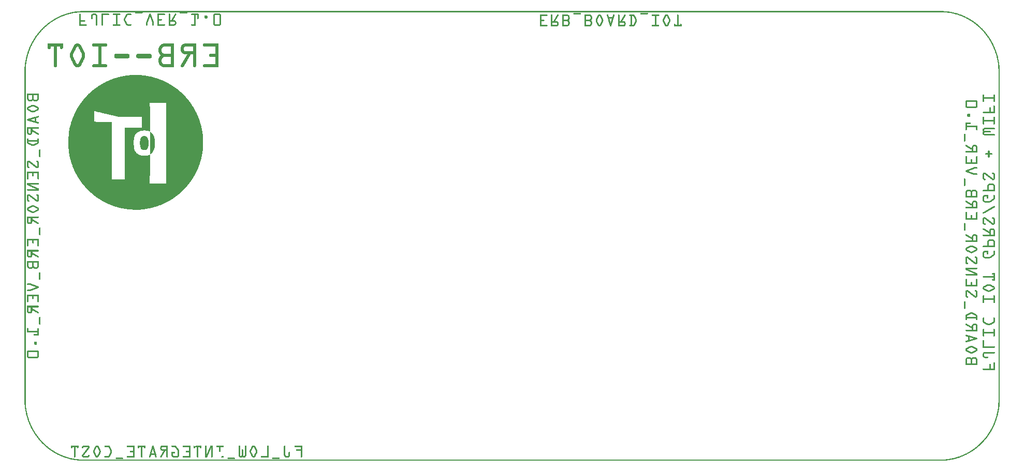
<source format=gbo>
G04 MADE WITH FRITZING*
G04 WWW.FRITZING.ORG*
G04 DOUBLE SIDED*
G04 HOLES PLATED*
G04 CONTOUR ON CENTER OF CONTOUR VECTOR*
%ASAXBY*%
%FSLAX23Y23*%
%MOIN*%
%OFA0B0*%
%SFA1.0B1.0*%
%ADD10R,0.001000X0.001000*%
%LNSILK0*%
G90*
G70*
G54D10*
X361Y2901D02*
X5918Y2901D01*
X347Y2900D02*
X5932Y2900D01*
X338Y2899D02*
X5941Y2899D01*
X330Y2898D02*
X5949Y2898D01*
X323Y2897D02*
X5956Y2897D01*
X317Y2896D02*
X5962Y2896D01*
X311Y2895D02*
X5968Y2895D01*
X306Y2894D02*
X5973Y2894D01*
X302Y2893D02*
X360Y2893D01*
X713Y2893D02*
X760Y2893D01*
X1001Y2893D02*
X1048Y2893D01*
X5919Y2893D02*
X5977Y2893D01*
X297Y2892D02*
X347Y2892D01*
X713Y2892D02*
X760Y2892D01*
X1001Y2892D02*
X1048Y2892D01*
X5932Y2892D02*
X5982Y2892D01*
X293Y2891D02*
X337Y2891D01*
X712Y2891D02*
X761Y2891D01*
X1000Y2891D02*
X1049Y2891D01*
X5942Y2891D02*
X5986Y2891D01*
X289Y2890D02*
X329Y2890D01*
X712Y2890D02*
X761Y2890D01*
X1000Y2890D02*
X1049Y2890D01*
X5950Y2890D02*
X5990Y2890D01*
X285Y2889D02*
X322Y2889D01*
X712Y2889D02*
X761Y2889D01*
X1000Y2889D02*
X1049Y2889D01*
X3537Y2889D02*
X3580Y2889D01*
X3969Y2889D02*
X4012Y2889D01*
X5957Y2889D02*
X5994Y2889D01*
X282Y2888D02*
X316Y2888D01*
X712Y2888D02*
X761Y2888D01*
X1000Y2888D02*
X1049Y2888D01*
X3535Y2888D02*
X3581Y2888D01*
X3967Y2888D02*
X4013Y2888D01*
X5963Y2888D02*
X5997Y2888D01*
X278Y2887D02*
X311Y2887D01*
X713Y2887D02*
X760Y2887D01*
X1001Y2887D02*
X1048Y2887D01*
X3535Y2887D02*
X3582Y2887D01*
X3967Y2887D02*
X4014Y2887D01*
X5968Y2887D02*
X6001Y2887D01*
X275Y2886D02*
X306Y2886D01*
X714Y2886D02*
X759Y2886D01*
X1002Y2886D02*
X1047Y2886D01*
X3534Y2886D02*
X3582Y2886D01*
X3966Y2886D02*
X4014Y2886D01*
X5973Y2886D02*
X6004Y2886D01*
X271Y2885D02*
X301Y2885D01*
X715Y2885D02*
X758Y2885D01*
X1003Y2885D02*
X1046Y2885D01*
X3534Y2885D02*
X3583Y2885D01*
X3966Y2885D02*
X4015Y2885D01*
X5978Y2885D02*
X6008Y2885D01*
X268Y2884D02*
X297Y2884D01*
X355Y2884D02*
X358Y2884D01*
X440Y2884D02*
X457Y2884D01*
X496Y2884D02*
X542Y2884D01*
X571Y2884D02*
X614Y2884D01*
X662Y2884D02*
X686Y2884D01*
X807Y2884D02*
X811Y2884D01*
X856Y2884D02*
X902Y2884D01*
X931Y2884D02*
X934Y2884D01*
X970Y2884D02*
X974Y2884D01*
X1075Y2884D02*
X1118Y2884D01*
X1223Y2884D02*
X1258Y2884D01*
X3534Y2884D02*
X3583Y2884D01*
X3966Y2884D02*
X4015Y2884D01*
X5982Y2884D02*
X6011Y2884D01*
X265Y2883D02*
X293Y2883D01*
X354Y2883D02*
X360Y2883D01*
X438Y2883D02*
X459Y2883D01*
X496Y2883D02*
X543Y2883D01*
X570Y2883D02*
X615Y2883D01*
X660Y2883D02*
X687Y2883D01*
X805Y2883D02*
X812Y2883D01*
X856Y2883D02*
X903Y2883D01*
X930Y2883D02*
X936Y2883D01*
X969Y2883D02*
X975Y2883D01*
X1074Y2883D02*
X1119Y2883D01*
X1221Y2883D02*
X1260Y2883D01*
X3534Y2883D02*
X3582Y2883D01*
X3966Y2883D02*
X4014Y2883D01*
X5986Y2883D02*
X6014Y2883D01*
X262Y2882D02*
X289Y2882D01*
X353Y2882D02*
X361Y2882D01*
X436Y2882D02*
X461Y2882D01*
X496Y2882D02*
X544Y2882D01*
X569Y2882D02*
X616Y2882D01*
X658Y2882D02*
X688Y2882D01*
X805Y2882D02*
X812Y2882D01*
X856Y2882D02*
X904Y2882D01*
X929Y2882D02*
X937Y2882D01*
X968Y2882D02*
X976Y2882D01*
X1073Y2882D02*
X1120Y2882D01*
X1220Y2882D02*
X1261Y2882D01*
X3535Y2882D02*
X3582Y2882D01*
X3967Y2882D02*
X4014Y2882D01*
X5990Y2882D02*
X6017Y2882D01*
X260Y2881D02*
X285Y2881D01*
X352Y2881D02*
X361Y2881D01*
X435Y2881D02*
X462Y2881D01*
X496Y2881D02*
X545Y2881D01*
X568Y2881D02*
X617Y2881D01*
X657Y2881D02*
X689Y2881D01*
X804Y2881D02*
X813Y2881D01*
X856Y2881D02*
X905Y2881D01*
X928Y2881D02*
X937Y2881D01*
X968Y2881D02*
X977Y2881D01*
X1072Y2881D02*
X1121Y2881D01*
X1219Y2881D02*
X1262Y2881D01*
X3535Y2881D02*
X3581Y2881D01*
X3967Y2881D02*
X4013Y2881D01*
X5994Y2881D02*
X6019Y2881D01*
X257Y2880D02*
X281Y2880D01*
X352Y2880D02*
X361Y2880D01*
X433Y2880D02*
X464Y2880D01*
X496Y2880D02*
X545Y2880D01*
X568Y2880D02*
X617Y2880D01*
X656Y2880D02*
X689Y2880D01*
X804Y2880D02*
X813Y2880D01*
X856Y2880D02*
X905Y2880D01*
X928Y2880D02*
X937Y2880D01*
X967Y2880D02*
X977Y2880D01*
X1072Y2880D02*
X1121Y2880D01*
X1218Y2880D02*
X1263Y2880D01*
X3537Y2880D02*
X3580Y2880D01*
X3969Y2880D02*
X4012Y2880D01*
X5998Y2880D02*
X6022Y2880D01*
X254Y2879D02*
X278Y2879D01*
X352Y2879D02*
X361Y2879D01*
X433Y2879D02*
X464Y2879D01*
X496Y2879D02*
X545Y2879D01*
X568Y2879D02*
X617Y2879D01*
X655Y2879D02*
X689Y2879D01*
X803Y2879D02*
X814Y2879D01*
X856Y2879D02*
X905Y2879D01*
X928Y2879D02*
X937Y2879D01*
X967Y2879D02*
X977Y2879D01*
X1072Y2879D02*
X1121Y2879D01*
X1217Y2879D02*
X1264Y2879D01*
X3318Y2879D02*
X3363Y2879D01*
X3393Y2879D02*
X3396Y2879D01*
X3433Y2879D02*
X3435Y2879D01*
X3462Y2879D02*
X3494Y2879D01*
X3606Y2879D02*
X3638Y2879D01*
X3700Y2879D02*
X3705Y2879D01*
X3753Y2879D02*
X3756Y2879D01*
X3793Y2879D02*
X3795Y2879D01*
X3825Y2879D02*
X3828Y2879D01*
X3865Y2879D02*
X3867Y2879D01*
X3897Y2879D02*
X3920Y2879D01*
X4041Y2879D02*
X4083Y2879D01*
X4132Y2879D02*
X4137Y2879D01*
X4205Y2879D02*
X4207Y2879D01*
X6001Y2879D02*
X6025Y2879D01*
X251Y2878D02*
X274Y2878D01*
X352Y2878D02*
X361Y2878D01*
X432Y2878D02*
X465Y2878D01*
X496Y2878D02*
X545Y2878D01*
X568Y2878D02*
X617Y2878D01*
X654Y2878D02*
X689Y2878D01*
X803Y2878D02*
X814Y2878D01*
X856Y2878D02*
X905Y2878D01*
X928Y2878D02*
X937Y2878D01*
X966Y2878D02*
X977Y2878D01*
X1072Y2878D02*
X1121Y2878D01*
X1217Y2878D02*
X1264Y2878D01*
X3318Y2878D02*
X3365Y2878D01*
X3392Y2878D02*
X3397Y2878D01*
X3431Y2878D02*
X3437Y2878D01*
X3462Y2878D02*
X3498Y2878D01*
X3606Y2878D02*
X3642Y2878D01*
X3697Y2878D02*
X3707Y2878D01*
X3751Y2878D02*
X3757Y2878D01*
X3791Y2878D02*
X3797Y2878D01*
X3824Y2878D02*
X3829Y2878D01*
X3863Y2878D02*
X3869Y2878D01*
X3896Y2878D02*
X3923Y2878D01*
X4040Y2878D02*
X4085Y2878D01*
X4129Y2878D02*
X4139Y2878D01*
X4203Y2878D02*
X4209Y2878D01*
X6005Y2878D02*
X6028Y2878D01*
X248Y2877D02*
X271Y2877D01*
X352Y2877D02*
X361Y2877D01*
X431Y2877D02*
X466Y2877D01*
X496Y2877D02*
X544Y2877D01*
X569Y2877D02*
X616Y2877D01*
X653Y2877D02*
X688Y2877D01*
X803Y2877D02*
X814Y2877D01*
X856Y2877D02*
X904Y2877D01*
X928Y2877D02*
X937Y2877D01*
X965Y2877D02*
X976Y2877D01*
X1073Y2877D02*
X1121Y2877D01*
X1216Y2877D02*
X1265Y2877D01*
X3318Y2877D02*
X3366Y2877D01*
X3391Y2877D02*
X3398Y2877D01*
X3430Y2877D02*
X3438Y2877D01*
X3462Y2877D02*
X3500Y2877D01*
X3606Y2877D02*
X3644Y2877D01*
X3695Y2877D02*
X3709Y2877D01*
X3750Y2877D02*
X3758Y2877D01*
X3790Y2877D02*
X3798Y2877D01*
X3823Y2877D02*
X3830Y2877D01*
X3862Y2877D02*
X3870Y2877D01*
X3895Y2877D02*
X3925Y2877D01*
X4039Y2877D02*
X4086Y2877D01*
X4127Y2877D02*
X4141Y2877D01*
X4203Y2877D02*
X4210Y2877D01*
X6008Y2877D02*
X6031Y2877D01*
X246Y2876D02*
X268Y2876D01*
X352Y2876D02*
X361Y2876D01*
X431Y2876D02*
X466Y2876D01*
X496Y2876D02*
X543Y2876D01*
X570Y2876D02*
X615Y2876D01*
X653Y2876D02*
X687Y2876D01*
X802Y2876D02*
X815Y2876D01*
X856Y2876D02*
X903Y2876D01*
X928Y2876D02*
X937Y2876D01*
X965Y2876D02*
X976Y2876D01*
X1074Y2876D02*
X1121Y2876D01*
X1216Y2876D02*
X1265Y2876D01*
X3318Y2876D02*
X3366Y2876D01*
X3390Y2876D02*
X3399Y2876D01*
X3430Y2876D02*
X3438Y2876D01*
X3462Y2876D02*
X3501Y2876D01*
X3606Y2876D02*
X3645Y2876D01*
X3694Y2876D02*
X3710Y2876D01*
X3750Y2876D02*
X3759Y2876D01*
X3790Y2876D02*
X3798Y2876D01*
X3822Y2876D02*
X3831Y2876D01*
X3862Y2876D02*
X3870Y2876D01*
X3894Y2876D02*
X3926Y2876D01*
X4038Y2876D02*
X4086Y2876D01*
X4126Y2876D02*
X4142Y2876D01*
X4202Y2876D02*
X4210Y2876D01*
X6011Y2876D02*
X6033Y2876D01*
X243Y2875D02*
X265Y2875D01*
X352Y2875D02*
X361Y2875D01*
X430Y2875D02*
X467Y2875D01*
X496Y2875D02*
X542Y2875D01*
X571Y2875D02*
X614Y2875D01*
X652Y2875D02*
X686Y2875D01*
X802Y2875D02*
X815Y2875D01*
X856Y2875D02*
X902Y2875D01*
X928Y2875D02*
X937Y2875D01*
X964Y2875D02*
X975Y2875D01*
X1075Y2875D02*
X1121Y2875D01*
X1216Y2875D02*
X1265Y2875D01*
X3318Y2875D02*
X3367Y2875D01*
X3390Y2875D02*
X3399Y2875D01*
X3429Y2875D02*
X3439Y2875D01*
X3462Y2875D02*
X3503Y2875D01*
X3606Y2875D02*
X3647Y2875D01*
X3693Y2875D02*
X3711Y2875D01*
X3750Y2875D02*
X3759Y2875D01*
X3790Y2875D02*
X3799Y2875D01*
X3822Y2875D02*
X3831Y2875D01*
X3861Y2875D02*
X3870Y2875D01*
X3894Y2875D02*
X3927Y2875D01*
X4038Y2875D02*
X4086Y2875D01*
X4125Y2875D02*
X4143Y2875D01*
X4202Y2875D02*
X4211Y2875D01*
X6014Y2875D02*
X6036Y2875D01*
X241Y2874D02*
X262Y2874D01*
X352Y2874D02*
X361Y2874D01*
X430Y2874D02*
X441Y2874D01*
X456Y2874D02*
X467Y2874D01*
X496Y2874D02*
X505Y2874D01*
X588Y2874D02*
X597Y2874D01*
X652Y2874D02*
X663Y2874D01*
X801Y2874D02*
X816Y2874D01*
X856Y2874D02*
X865Y2874D01*
X928Y2874D02*
X937Y2874D01*
X964Y2874D02*
X974Y2874D01*
X1092Y2874D02*
X1101Y2874D01*
X1112Y2874D02*
X1121Y2874D01*
X1216Y2874D02*
X1225Y2874D01*
X1256Y2874D02*
X1265Y2874D01*
X3318Y2874D02*
X3367Y2874D01*
X3390Y2874D02*
X3399Y2874D01*
X3428Y2874D02*
X3439Y2874D01*
X3462Y2874D02*
X3504Y2874D01*
X3606Y2874D02*
X3648Y2874D01*
X3692Y2874D02*
X3712Y2874D01*
X3750Y2874D02*
X3759Y2874D01*
X3789Y2874D02*
X3799Y2874D01*
X3822Y2874D02*
X3831Y2874D01*
X3860Y2874D02*
X3871Y2874D01*
X3894Y2874D02*
X3928Y2874D01*
X4038Y2874D02*
X4087Y2874D01*
X4124Y2874D02*
X4144Y2874D01*
X4202Y2874D02*
X4211Y2874D01*
X6017Y2874D02*
X6038Y2874D01*
X239Y2873D02*
X259Y2873D01*
X352Y2873D02*
X361Y2873D01*
X430Y2873D02*
X440Y2873D01*
X457Y2873D02*
X468Y2873D01*
X496Y2873D02*
X505Y2873D01*
X588Y2873D02*
X597Y2873D01*
X651Y2873D02*
X662Y2873D01*
X801Y2873D02*
X816Y2873D01*
X856Y2873D02*
X865Y2873D01*
X928Y2873D02*
X937Y2873D01*
X963Y2873D02*
X974Y2873D01*
X1092Y2873D02*
X1101Y2873D01*
X1112Y2873D02*
X1121Y2873D01*
X1216Y2873D02*
X1225Y2873D01*
X1256Y2873D02*
X1265Y2873D01*
X3318Y2873D02*
X3366Y2873D01*
X3390Y2873D02*
X3399Y2873D01*
X3428Y2873D02*
X3438Y2873D01*
X3462Y2873D02*
X3505Y2873D01*
X3606Y2873D02*
X3649Y2873D01*
X3692Y2873D02*
X3713Y2873D01*
X3750Y2873D02*
X3759Y2873D01*
X3789Y2873D02*
X3798Y2873D01*
X3822Y2873D02*
X3831Y2873D01*
X3860Y2873D02*
X3870Y2873D01*
X3894Y2873D02*
X3929Y2873D01*
X4038Y2873D02*
X4086Y2873D01*
X4123Y2873D02*
X4145Y2873D01*
X4202Y2873D02*
X4211Y2873D01*
X6020Y2873D02*
X6040Y2873D01*
X236Y2872D02*
X257Y2872D01*
X352Y2872D02*
X361Y2872D01*
X429Y2872D02*
X439Y2872D01*
X458Y2872D02*
X468Y2872D01*
X496Y2872D02*
X505Y2872D01*
X588Y2872D02*
X597Y2872D01*
X651Y2872D02*
X661Y2872D01*
X801Y2872D02*
X816Y2872D01*
X856Y2872D02*
X865Y2872D01*
X928Y2872D02*
X937Y2872D01*
X963Y2872D02*
X973Y2872D01*
X1092Y2872D02*
X1101Y2872D01*
X1112Y2872D02*
X1121Y2872D01*
X1216Y2872D02*
X1225Y2872D01*
X1256Y2872D02*
X1265Y2872D01*
X3318Y2872D02*
X3366Y2872D01*
X3390Y2872D02*
X3399Y2872D01*
X3427Y2872D02*
X3438Y2872D01*
X3462Y2872D02*
X3506Y2872D01*
X3606Y2872D02*
X3650Y2872D01*
X3691Y2872D02*
X3714Y2872D01*
X3750Y2872D02*
X3760Y2872D01*
X3789Y2872D02*
X3798Y2872D01*
X3822Y2872D02*
X3831Y2872D01*
X3859Y2872D02*
X3870Y2872D01*
X3894Y2872D02*
X3930Y2872D01*
X4038Y2872D02*
X4086Y2872D01*
X4123Y2872D02*
X4145Y2872D01*
X4202Y2872D02*
X4211Y2872D01*
X6022Y2872D02*
X6043Y2872D01*
X234Y2871D02*
X254Y2871D01*
X352Y2871D02*
X361Y2871D01*
X429Y2871D02*
X438Y2871D01*
X459Y2871D02*
X468Y2871D01*
X496Y2871D02*
X505Y2871D01*
X588Y2871D02*
X597Y2871D01*
X650Y2871D02*
X661Y2871D01*
X800Y2871D02*
X817Y2871D01*
X856Y2871D02*
X865Y2871D01*
X928Y2871D02*
X937Y2871D01*
X962Y2871D02*
X973Y2871D01*
X1092Y2871D02*
X1101Y2871D01*
X1112Y2871D02*
X1121Y2871D01*
X1161Y2871D02*
X1176Y2871D01*
X1216Y2871D02*
X1225Y2871D01*
X1256Y2871D02*
X1265Y2871D01*
X3318Y2871D02*
X3365Y2871D01*
X3390Y2871D02*
X3399Y2871D01*
X3427Y2871D02*
X3438Y2871D01*
X3462Y2871D02*
X3507Y2871D01*
X3606Y2871D02*
X3651Y2871D01*
X3690Y2871D02*
X3714Y2871D01*
X3750Y2871D02*
X3760Y2871D01*
X3788Y2871D02*
X3798Y2871D01*
X3822Y2871D02*
X3831Y2871D01*
X3859Y2871D02*
X3869Y2871D01*
X3895Y2871D02*
X3930Y2871D01*
X4039Y2871D02*
X4085Y2871D01*
X4122Y2871D02*
X4146Y2871D01*
X4202Y2871D02*
X4211Y2871D01*
X6025Y2871D02*
X6045Y2871D01*
X231Y2870D02*
X251Y2870D01*
X352Y2870D02*
X361Y2870D01*
X429Y2870D02*
X438Y2870D01*
X459Y2870D02*
X468Y2870D01*
X496Y2870D02*
X505Y2870D01*
X588Y2870D02*
X597Y2870D01*
X650Y2870D02*
X660Y2870D01*
X800Y2870D02*
X817Y2870D01*
X856Y2870D02*
X865Y2870D01*
X928Y2870D02*
X937Y2870D01*
X961Y2870D02*
X972Y2870D01*
X1092Y2870D02*
X1101Y2870D01*
X1112Y2870D02*
X1121Y2870D01*
X1160Y2870D02*
X1177Y2870D01*
X1216Y2870D02*
X1225Y2870D01*
X1256Y2870D02*
X1265Y2870D01*
X3318Y2870D02*
X3364Y2870D01*
X3390Y2870D02*
X3399Y2870D01*
X3426Y2870D02*
X3437Y2870D01*
X3462Y2870D02*
X3507Y2870D01*
X3606Y2870D02*
X3651Y2870D01*
X3690Y2870D02*
X3715Y2870D01*
X3751Y2870D02*
X3760Y2870D01*
X3788Y2870D02*
X3797Y2870D01*
X3822Y2870D02*
X3831Y2870D01*
X3858Y2870D02*
X3869Y2870D01*
X3896Y2870D02*
X3931Y2870D01*
X4040Y2870D02*
X4084Y2870D01*
X4122Y2870D02*
X4146Y2870D01*
X4202Y2870D02*
X4211Y2870D01*
X6028Y2870D02*
X6048Y2870D01*
X229Y2869D02*
X249Y2869D01*
X352Y2869D02*
X361Y2869D01*
X429Y2869D02*
X438Y2869D01*
X459Y2869D02*
X468Y2869D01*
X496Y2869D02*
X505Y2869D01*
X588Y2869D02*
X597Y2869D01*
X649Y2869D02*
X659Y2869D01*
X799Y2869D02*
X818Y2869D01*
X856Y2869D02*
X865Y2869D01*
X928Y2869D02*
X937Y2869D01*
X961Y2869D02*
X972Y2869D01*
X1092Y2869D02*
X1101Y2869D01*
X1112Y2869D02*
X1121Y2869D01*
X1159Y2869D02*
X1177Y2869D01*
X1216Y2869D02*
X1225Y2869D01*
X1256Y2869D02*
X1265Y2869D01*
X3318Y2869D02*
X3327Y2869D01*
X3390Y2869D02*
X3399Y2869D01*
X3426Y2869D02*
X3436Y2869D01*
X3462Y2869D02*
X3471Y2869D01*
X3494Y2869D02*
X3508Y2869D01*
X3606Y2869D02*
X3615Y2869D01*
X3638Y2869D02*
X3652Y2869D01*
X3689Y2869D02*
X3700Y2869D01*
X3704Y2869D02*
X3715Y2869D01*
X3751Y2869D02*
X3761Y2869D01*
X3788Y2869D02*
X3797Y2869D01*
X3822Y2869D02*
X3831Y2869D01*
X3858Y2869D02*
X3868Y2869D01*
X3904Y2869D02*
X3913Y2869D01*
X3919Y2869D02*
X3931Y2869D01*
X4057Y2869D02*
X4067Y2869D01*
X4121Y2869D02*
X4132Y2869D01*
X4136Y2869D02*
X4147Y2869D01*
X4202Y2869D02*
X4211Y2869D01*
X6030Y2869D02*
X6050Y2869D01*
X227Y2868D02*
X246Y2868D01*
X352Y2868D02*
X361Y2868D01*
X429Y2868D02*
X438Y2868D01*
X459Y2868D02*
X468Y2868D01*
X496Y2868D02*
X505Y2868D01*
X588Y2868D02*
X597Y2868D01*
X649Y2868D02*
X659Y2868D01*
X799Y2868D02*
X818Y2868D01*
X856Y2868D02*
X865Y2868D01*
X928Y2868D02*
X937Y2868D01*
X960Y2868D02*
X971Y2868D01*
X1092Y2868D02*
X1101Y2868D01*
X1112Y2868D02*
X1121Y2868D01*
X1159Y2868D02*
X1178Y2868D01*
X1216Y2868D02*
X1225Y2868D01*
X1256Y2868D02*
X1265Y2868D01*
X3318Y2868D02*
X3327Y2868D01*
X3390Y2868D02*
X3399Y2868D01*
X3425Y2868D02*
X3436Y2868D01*
X3462Y2868D02*
X3471Y2868D01*
X3496Y2868D02*
X3509Y2868D01*
X3606Y2868D02*
X3615Y2868D01*
X3640Y2868D02*
X3652Y2868D01*
X3689Y2868D02*
X3699Y2868D01*
X3705Y2868D02*
X3716Y2868D01*
X3751Y2868D02*
X3761Y2868D01*
X3787Y2868D02*
X3797Y2868D01*
X3822Y2868D02*
X3831Y2868D01*
X3857Y2868D02*
X3868Y2868D01*
X3904Y2868D02*
X3913Y2868D01*
X3921Y2868D02*
X3932Y2868D01*
X4058Y2868D02*
X4067Y2868D01*
X4121Y2868D02*
X4131Y2868D01*
X4137Y2868D02*
X4147Y2868D01*
X4202Y2868D02*
X4211Y2868D01*
X6033Y2868D02*
X6052Y2868D01*
X225Y2867D02*
X244Y2867D01*
X352Y2867D02*
X361Y2867D01*
X429Y2867D02*
X438Y2867D01*
X459Y2867D02*
X468Y2867D01*
X496Y2867D02*
X505Y2867D01*
X588Y2867D02*
X597Y2867D01*
X648Y2867D02*
X658Y2867D01*
X799Y2867D02*
X818Y2867D01*
X856Y2867D02*
X865Y2867D01*
X928Y2867D02*
X937Y2867D01*
X960Y2867D02*
X970Y2867D01*
X1092Y2867D02*
X1101Y2867D01*
X1112Y2867D02*
X1121Y2867D01*
X1159Y2867D02*
X1178Y2867D01*
X1216Y2867D02*
X1225Y2867D01*
X1256Y2867D02*
X1265Y2867D01*
X3318Y2867D02*
X3327Y2867D01*
X3390Y2867D02*
X3399Y2867D01*
X3424Y2867D02*
X3435Y2867D01*
X3462Y2867D02*
X3471Y2867D01*
X3498Y2867D02*
X3509Y2867D01*
X3606Y2867D02*
X3615Y2867D01*
X3642Y2867D02*
X3653Y2867D01*
X3688Y2867D02*
X3699Y2867D01*
X3706Y2867D02*
X3716Y2867D01*
X3752Y2867D02*
X3761Y2867D01*
X3787Y2867D02*
X3797Y2867D01*
X3822Y2867D02*
X3831Y2867D01*
X3856Y2867D02*
X3867Y2867D01*
X3904Y2867D02*
X3913Y2867D01*
X3921Y2867D02*
X3932Y2867D01*
X4058Y2867D02*
X4067Y2867D01*
X4120Y2867D02*
X4131Y2867D01*
X4138Y2867D02*
X4148Y2867D01*
X4202Y2867D02*
X4211Y2867D01*
X6035Y2867D02*
X6054Y2867D01*
X223Y2866D02*
X241Y2866D01*
X352Y2866D02*
X361Y2866D01*
X429Y2866D02*
X438Y2866D01*
X459Y2866D02*
X468Y2866D01*
X496Y2866D02*
X505Y2866D01*
X588Y2866D02*
X597Y2866D01*
X647Y2866D02*
X658Y2866D01*
X798Y2866D02*
X819Y2866D01*
X856Y2866D02*
X865Y2866D01*
X928Y2866D02*
X937Y2866D01*
X959Y2866D02*
X970Y2866D01*
X1092Y2866D02*
X1101Y2866D01*
X1112Y2866D02*
X1121Y2866D01*
X1159Y2866D02*
X1178Y2866D01*
X1216Y2866D02*
X1225Y2866D01*
X1256Y2866D02*
X1265Y2866D01*
X3318Y2866D02*
X3327Y2866D01*
X3390Y2866D02*
X3399Y2866D01*
X3424Y2866D02*
X3435Y2866D01*
X3462Y2866D02*
X3471Y2866D01*
X3499Y2866D02*
X3509Y2866D01*
X3606Y2866D02*
X3615Y2866D01*
X3643Y2866D02*
X3653Y2866D01*
X3688Y2866D02*
X3698Y2866D01*
X3706Y2866D02*
X3717Y2866D01*
X3752Y2866D02*
X3761Y2866D01*
X3787Y2866D02*
X3796Y2866D01*
X3822Y2866D02*
X3831Y2866D01*
X3856Y2866D02*
X3867Y2866D01*
X3904Y2866D02*
X3913Y2866D01*
X3922Y2866D02*
X3933Y2866D01*
X4058Y2866D02*
X4067Y2866D01*
X4120Y2866D02*
X4130Y2866D01*
X4138Y2866D02*
X4148Y2866D01*
X4202Y2866D02*
X4211Y2866D01*
X6038Y2866D02*
X6056Y2866D01*
X221Y2865D02*
X239Y2865D01*
X352Y2865D02*
X361Y2865D01*
X429Y2865D02*
X438Y2865D01*
X459Y2865D02*
X468Y2865D01*
X496Y2865D02*
X505Y2865D01*
X588Y2865D02*
X597Y2865D01*
X647Y2865D02*
X657Y2865D01*
X798Y2865D02*
X819Y2865D01*
X856Y2865D02*
X865Y2865D01*
X928Y2865D02*
X937Y2865D01*
X958Y2865D02*
X969Y2865D01*
X1092Y2865D02*
X1101Y2865D01*
X1112Y2865D02*
X1121Y2865D01*
X1159Y2865D02*
X1178Y2865D01*
X1216Y2865D02*
X1225Y2865D01*
X1256Y2865D02*
X1265Y2865D01*
X3318Y2865D02*
X3327Y2865D01*
X3390Y2865D02*
X3399Y2865D01*
X3423Y2865D02*
X3434Y2865D01*
X3462Y2865D02*
X3471Y2865D01*
X3500Y2865D02*
X3510Y2865D01*
X3606Y2865D02*
X3615Y2865D01*
X3644Y2865D02*
X3654Y2865D01*
X3687Y2865D02*
X3698Y2865D01*
X3707Y2865D02*
X3717Y2865D01*
X3752Y2865D02*
X3762Y2865D01*
X3787Y2865D02*
X3796Y2865D01*
X3822Y2865D02*
X3831Y2865D01*
X3855Y2865D02*
X3866Y2865D01*
X3904Y2865D02*
X3913Y2865D01*
X3923Y2865D02*
X3933Y2865D01*
X4058Y2865D02*
X4067Y2865D01*
X4119Y2865D02*
X4130Y2865D01*
X4139Y2865D02*
X4149Y2865D01*
X4202Y2865D02*
X4211Y2865D01*
X6040Y2865D02*
X6058Y2865D01*
X219Y2864D02*
X236Y2864D01*
X352Y2864D02*
X361Y2864D01*
X429Y2864D02*
X438Y2864D01*
X459Y2864D02*
X468Y2864D01*
X496Y2864D02*
X505Y2864D01*
X588Y2864D02*
X597Y2864D01*
X646Y2864D02*
X657Y2864D01*
X797Y2864D02*
X807Y2864D01*
X810Y2864D02*
X820Y2864D01*
X856Y2864D02*
X865Y2864D01*
X928Y2864D02*
X937Y2864D01*
X958Y2864D02*
X969Y2864D01*
X1092Y2864D02*
X1101Y2864D01*
X1112Y2864D02*
X1121Y2864D01*
X1159Y2864D02*
X1178Y2864D01*
X1216Y2864D02*
X1225Y2864D01*
X1256Y2864D02*
X1265Y2864D01*
X3318Y2864D02*
X3327Y2864D01*
X3390Y2864D02*
X3399Y2864D01*
X3423Y2864D02*
X3433Y2864D01*
X3462Y2864D02*
X3471Y2864D01*
X3500Y2864D02*
X3510Y2864D01*
X3606Y2864D02*
X3615Y2864D01*
X3644Y2864D02*
X3654Y2864D01*
X3687Y2864D02*
X3697Y2864D01*
X3707Y2864D02*
X3718Y2864D01*
X3753Y2864D02*
X3762Y2864D01*
X3786Y2864D02*
X3796Y2864D01*
X3822Y2864D02*
X3831Y2864D01*
X3855Y2864D02*
X3865Y2864D01*
X3904Y2864D02*
X3913Y2864D01*
X3923Y2864D02*
X3934Y2864D01*
X4058Y2864D02*
X4067Y2864D01*
X4119Y2864D02*
X4129Y2864D01*
X4139Y2864D02*
X4149Y2864D01*
X4202Y2864D02*
X4211Y2864D01*
X6043Y2864D02*
X6060Y2864D01*
X216Y2863D02*
X234Y2863D01*
X352Y2863D02*
X361Y2863D01*
X429Y2863D02*
X438Y2863D01*
X459Y2863D02*
X468Y2863D01*
X496Y2863D02*
X505Y2863D01*
X588Y2863D02*
X597Y2863D01*
X646Y2863D02*
X656Y2863D01*
X797Y2863D02*
X807Y2863D01*
X810Y2863D02*
X820Y2863D01*
X856Y2863D02*
X865Y2863D01*
X928Y2863D02*
X937Y2863D01*
X957Y2863D02*
X968Y2863D01*
X1092Y2863D02*
X1101Y2863D01*
X1112Y2863D02*
X1121Y2863D01*
X1159Y2863D02*
X1178Y2863D01*
X1216Y2863D02*
X1225Y2863D01*
X1256Y2863D02*
X1265Y2863D01*
X3318Y2863D02*
X3327Y2863D01*
X3390Y2863D02*
X3399Y2863D01*
X3422Y2863D02*
X3433Y2863D01*
X3462Y2863D02*
X3471Y2863D01*
X3501Y2863D02*
X3510Y2863D01*
X3606Y2863D02*
X3615Y2863D01*
X3645Y2863D02*
X3654Y2863D01*
X3686Y2863D02*
X3697Y2863D01*
X3708Y2863D02*
X3718Y2863D01*
X3753Y2863D02*
X3762Y2863D01*
X3786Y2863D02*
X3795Y2863D01*
X3822Y2863D02*
X3831Y2863D01*
X3854Y2863D02*
X3865Y2863D01*
X3904Y2863D02*
X3913Y2863D01*
X3924Y2863D02*
X3934Y2863D01*
X4058Y2863D02*
X4067Y2863D01*
X4118Y2863D02*
X4129Y2863D01*
X4140Y2863D02*
X4150Y2863D01*
X4202Y2863D02*
X4211Y2863D01*
X6045Y2863D02*
X6063Y2863D01*
X214Y2862D02*
X232Y2862D01*
X352Y2862D02*
X361Y2862D01*
X429Y2862D02*
X438Y2862D01*
X459Y2862D02*
X468Y2862D01*
X496Y2862D02*
X505Y2862D01*
X588Y2862D02*
X597Y2862D01*
X645Y2862D02*
X656Y2862D01*
X797Y2862D02*
X807Y2862D01*
X810Y2862D02*
X820Y2862D01*
X856Y2862D02*
X865Y2862D01*
X928Y2862D02*
X937Y2862D01*
X957Y2862D02*
X967Y2862D01*
X1092Y2862D02*
X1101Y2862D01*
X1112Y2862D02*
X1121Y2862D01*
X1159Y2862D02*
X1178Y2862D01*
X1216Y2862D02*
X1225Y2862D01*
X1256Y2862D02*
X1265Y2862D01*
X3318Y2862D02*
X3327Y2862D01*
X3390Y2862D02*
X3399Y2862D01*
X3421Y2862D02*
X3432Y2862D01*
X3462Y2862D02*
X3471Y2862D01*
X3501Y2862D02*
X3510Y2862D01*
X3606Y2862D02*
X3615Y2862D01*
X3645Y2862D02*
X3654Y2862D01*
X3686Y2862D02*
X3696Y2862D01*
X3708Y2862D02*
X3719Y2862D01*
X3753Y2862D02*
X3795Y2862D01*
X3822Y2862D02*
X3831Y2862D01*
X3853Y2862D02*
X3864Y2862D01*
X3904Y2862D02*
X3913Y2862D01*
X3924Y2862D02*
X3935Y2862D01*
X4058Y2862D02*
X4067Y2862D01*
X4118Y2862D02*
X4128Y2862D01*
X4140Y2862D02*
X4150Y2862D01*
X4202Y2862D02*
X4211Y2862D01*
X6047Y2862D02*
X6065Y2862D01*
X213Y2861D02*
X230Y2861D01*
X352Y2861D02*
X361Y2861D01*
X429Y2861D02*
X438Y2861D01*
X459Y2861D02*
X468Y2861D01*
X496Y2861D02*
X505Y2861D01*
X588Y2861D02*
X597Y2861D01*
X645Y2861D02*
X655Y2861D01*
X796Y2861D02*
X806Y2861D01*
X811Y2861D02*
X821Y2861D01*
X856Y2861D02*
X865Y2861D01*
X928Y2861D02*
X937Y2861D01*
X956Y2861D02*
X967Y2861D01*
X1092Y2861D02*
X1101Y2861D01*
X1112Y2861D02*
X1121Y2861D01*
X1159Y2861D02*
X1178Y2861D01*
X1216Y2861D02*
X1225Y2861D01*
X1256Y2861D02*
X1265Y2861D01*
X3318Y2861D02*
X3327Y2861D01*
X3390Y2861D02*
X3399Y2861D01*
X3421Y2861D02*
X3432Y2861D01*
X3462Y2861D02*
X3471Y2861D01*
X3501Y2861D02*
X3510Y2861D01*
X3606Y2861D02*
X3615Y2861D01*
X3645Y2861D02*
X3654Y2861D01*
X3685Y2861D02*
X3696Y2861D01*
X3709Y2861D02*
X3719Y2861D01*
X3753Y2861D02*
X3795Y2861D01*
X3822Y2861D02*
X3831Y2861D01*
X3853Y2861D02*
X3864Y2861D01*
X3904Y2861D02*
X3913Y2861D01*
X3925Y2861D02*
X3935Y2861D01*
X4058Y2861D02*
X4067Y2861D01*
X4117Y2861D02*
X4128Y2861D01*
X4141Y2861D02*
X4151Y2861D01*
X4202Y2861D02*
X4211Y2861D01*
X6049Y2861D02*
X6066Y2861D01*
X211Y2860D02*
X228Y2860D01*
X352Y2860D02*
X361Y2860D01*
X429Y2860D02*
X438Y2860D01*
X459Y2860D02*
X468Y2860D01*
X496Y2860D02*
X505Y2860D01*
X588Y2860D02*
X597Y2860D01*
X645Y2860D02*
X655Y2860D01*
X796Y2860D02*
X806Y2860D01*
X811Y2860D02*
X821Y2860D01*
X856Y2860D02*
X865Y2860D01*
X928Y2860D02*
X937Y2860D01*
X956Y2860D02*
X966Y2860D01*
X1092Y2860D02*
X1101Y2860D01*
X1112Y2860D02*
X1121Y2860D01*
X1159Y2860D02*
X1178Y2860D01*
X1216Y2860D02*
X1225Y2860D01*
X1256Y2860D02*
X1265Y2860D01*
X3318Y2860D02*
X3327Y2860D01*
X3390Y2860D02*
X3399Y2860D01*
X3420Y2860D02*
X3431Y2860D01*
X3462Y2860D02*
X3471Y2860D01*
X3501Y2860D02*
X3511Y2860D01*
X3606Y2860D02*
X3615Y2860D01*
X3645Y2860D02*
X3655Y2860D01*
X3685Y2860D02*
X3695Y2860D01*
X3709Y2860D02*
X3719Y2860D01*
X3754Y2860D02*
X3795Y2860D01*
X3822Y2860D02*
X3831Y2860D01*
X3852Y2860D02*
X3863Y2860D01*
X3904Y2860D02*
X3913Y2860D01*
X3925Y2860D02*
X3936Y2860D01*
X4058Y2860D02*
X4067Y2860D01*
X4117Y2860D02*
X4127Y2860D01*
X4141Y2860D02*
X4151Y2860D01*
X4202Y2860D02*
X4211Y2860D01*
X6051Y2860D02*
X6068Y2860D01*
X209Y2859D02*
X225Y2859D01*
X352Y2859D02*
X361Y2859D01*
X429Y2859D02*
X438Y2859D01*
X459Y2859D02*
X468Y2859D01*
X496Y2859D02*
X505Y2859D01*
X588Y2859D02*
X597Y2859D01*
X644Y2859D02*
X654Y2859D01*
X796Y2859D02*
X806Y2859D01*
X812Y2859D02*
X822Y2859D01*
X856Y2859D02*
X865Y2859D01*
X928Y2859D02*
X937Y2859D01*
X955Y2859D02*
X966Y2859D01*
X1092Y2859D02*
X1101Y2859D01*
X1112Y2859D02*
X1121Y2859D01*
X1159Y2859D02*
X1178Y2859D01*
X1216Y2859D02*
X1225Y2859D01*
X1256Y2859D02*
X1265Y2859D01*
X3318Y2859D02*
X3327Y2859D01*
X3390Y2859D02*
X3399Y2859D01*
X3420Y2859D02*
X3431Y2859D01*
X3462Y2859D02*
X3471Y2859D01*
X3502Y2859D02*
X3511Y2859D01*
X3606Y2859D02*
X3615Y2859D01*
X3646Y2859D02*
X3655Y2859D01*
X3684Y2859D02*
X3695Y2859D01*
X3710Y2859D02*
X3720Y2859D01*
X3754Y2859D02*
X3794Y2859D01*
X3822Y2859D02*
X3831Y2859D01*
X3852Y2859D02*
X3862Y2859D01*
X3904Y2859D02*
X3913Y2859D01*
X3926Y2859D02*
X3936Y2859D01*
X4058Y2859D02*
X4067Y2859D01*
X4116Y2859D02*
X4127Y2859D01*
X4142Y2859D02*
X4152Y2859D01*
X4202Y2859D02*
X4211Y2859D01*
X6054Y2859D02*
X6070Y2859D01*
X207Y2858D02*
X223Y2858D01*
X352Y2858D02*
X361Y2858D01*
X429Y2858D02*
X438Y2858D01*
X459Y2858D02*
X468Y2858D01*
X496Y2858D02*
X505Y2858D01*
X588Y2858D02*
X597Y2858D01*
X644Y2858D02*
X654Y2858D01*
X795Y2858D02*
X805Y2858D01*
X812Y2858D02*
X822Y2858D01*
X856Y2858D02*
X865Y2858D01*
X928Y2858D02*
X937Y2858D01*
X954Y2858D02*
X965Y2858D01*
X1092Y2858D02*
X1101Y2858D01*
X1112Y2858D02*
X1121Y2858D01*
X1159Y2858D02*
X1178Y2858D01*
X1216Y2858D02*
X1225Y2858D01*
X1256Y2858D02*
X1265Y2858D01*
X3318Y2858D02*
X3327Y2858D01*
X3390Y2858D02*
X3399Y2858D01*
X3419Y2858D02*
X3430Y2858D01*
X3462Y2858D02*
X3471Y2858D01*
X3502Y2858D02*
X3511Y2858D01*
X3606Y2858D02*
X3615Y2858D01*
X3646Y2858D02*
X3655Y2858D01*
X3684Y2858D02*
X3694Y2858D01*
X3710Y2858D02*
X3720Y2858D01*
X3754Y2858D02*
X3794Y2858D01*
X3822Y2858D02*
X3831Y2858D01*
X3851Y2858D02*
X3862Y2858D01*
X3904Y2858D02*
X3913Y2858D01*
X3926Y2858D02*
X3936Y2858D01*
X4058Y2858D02*
X4067Y2858D01*
X4116Y2858D02*
X4126Y2858D01*
X4142Y2858D02*
X4152Y2858D01*
X4202Y2858D02*
X4211Y2858D01*
X6056Y2858D02*
X6072Y2858D01*
X205Y2857D02*
X221Y2857D01*
X352Y2857D02*
X361Y2857D01*
X429Y2857D02*
X438Y2857D01*
X459Y2857D02*
X468Y2857D01*
X496Y2857D02*
X505Y2857D01*
X588Y2857D02*
X597Y2857D01*
X643Y2857D02*
X653Y2857D01*
X795Y2857D02*
X805Y2857D01*
X812Y2857D02*
X822Y2857D01*
X856Y2857D02*
X865Y2857D01*
X928Y2857D02*
X937Y2857D01*
X954Y2857D02*
X965Y2857D01*
X1092Y2857D02*
X1101Y2857D01*
X1112Y2857D02*
X1121Y2857D01*
X1159Y2857D02*
X1178Y2857D01*
X1216Y2857D02*
X1225Y2857D01*
X1256Y2857D02*
X1265Y2857D01*
X3318Y2857D02*
X3327Y2857D01*
X3390Y2857D02*
X3399Y2857D01*
X3419Y2857D02*
X3429Y2857D01*
X3462Y2857D02*
X3471Y2857D01*
X3502Y2857D02*
X3511Y2857D01*
X3606Y2857D02*
X3615Y2857D01*
X3646Y2857D02*
X3655Y2857D01*
X3683Y2857D02*
X3694Y2857D01*
X3711Y2857D02*
X3721Y2857D01*
X3755Y2857D02*
X3794Y2857D01*
X3822Y2857D02*
X3831Y2857D01*
X3851Y2857D02*
X3861Y2857D01*
X3904Y2857D02*
X3913Y2857D01*
X3927Y2857D02*
X3937Y2857D01*
X4058Y2857D02*
X4067Y2857D01*
X4115Y2857D02*
X4126Y2857D01*
X4143Y2857D02*
X4153Y2857D01*
X4202Y2857D02*
X4211Y2857D01*
X6058Y2857D02*
X6074Y2857D01*
X203Y2856D02*
X219Y2856D01*
X352Y2856D02*
X361Y2856D01*
X429Y2856D02*
X438Y2856D01*
X459Y2856D02*
X468Y2856D01*
X496Y2856D02*
X505Y2856D01*
X588Y2856D02*
X597Y2856D01*
X643Y2856D02*
X653Y2856D01*
X794Y2856D02*
X804Y2856D01*
X813Y2856D02*
X823Y2856D01*
X856Y2856D02*
X865Y2856D01*
X928Y2856D02*
X937Y2856D01*
X953Y2856D02*
X964Y2856D01*
X1092Y2856D02*
X1101Y2856D01*
X1112Y2856D02*
X1121Y2856D01*
X1160Y2856D02*
X1177Y2856D01*
X1216Y2856D02*
X1225Y2856D01*
X1256Y2856D02*
X1265Y2856D01*
X3318Y2856D02*
X3327Y2856D01*
X3390Y2856D02*
X3399Y2856D01*
X3418Y2856D02*
X3429Y2856D01*
X3462Y2856D02*
X3471Y2856D01*
X3502Y2856D02*
X3511Y2856D01*
X3606Y2856D02*
X3615Y2856D01*
X3646Y2856D02*
X3655Y2856D01*
X3683Y2856D02*
X3693Y2856D01*
X3711Y2856D02*
X3721Y2856D01*
X3755Y2856D02*
X3793Y2856D01*
X3822Y2856D02*
X3831Y2856D01*
X3850Y2856D02*
X3861Y2856D01*
X3904Y2856D02*
X3913Y2856D01*
X3927Y2856D02*
X3937Y2856D01*
X4058Y2856D02*
X4067Y2856D01*
X4115Y2856D02*
X4125Y2856D01*
X4143Y2856D02*
X4153Y2856D01*
X4202Y2856D02*
X4211Y2856D01*
X6060Y2856D02*
X6076Y2856D01*
X201Y2855D02*
X217Y2855D01*
X352Y2855D02*
X361Y2855D01*
X429Y2855D02*
X438Y2855D01*
X459Y2855D02*
X468Y2855D01*
X496Y2855D02*
X505Y2855D01*
X588Y2855D02*
X597Y2855D01*
X642Y2855D02*
X652Y2855D01*
X794Y2855D02*
X804Y2855D01*
X813Y2855D02*
X823Y2855D01*
X856Y2855D02*
X865Y2855D01*
X928Y2855D02*
X937Y2855D01*
X953Y2855D02*
X963Y2855D01*
X1092Y2855D02*
X1101Y2855D01*
X1112Y2855D02*
X1121Y2855D01*
X1160Y2855D02*
X1177Y2855D01*
X1216Y2855D02*
X1225Y2855D01*
X1256Y2855D02*
X1265Y2855D01*
X3318Y2855D02*
X3327Y2855D01*
X3390Y2855D02*
X3399Y2855D01*
X3417Y2855D02*
X3428Y2855D01*
X3462Y2855D02*
X3471Y2855D01*
X3502Y2855D02*
X3511Y2855D01*
X3606Y2855D02*
X3615Y2855D01*
X3646Y2855D02*
X3655Y2855D01*
X3682Y2855D02*
X3693Y2855D01*
X3712Y2855D02*
X3722Y2855D01*
X3755Y2855D02*
X3793Y2855D01*
X3822Y2855D02*
X3831Y2855D01*
X3849Y2855D02*
X3860Y2855D01*
X3904Y2855D02*
X3913Y2855D01*
X3928Y2855D02*
X3938Y2855D01*
X4058Y2855D02*
X4067Y2855D01*
X4114Y2855D02*
X4125Y2855D01*
X4144Y2855D02*
X4154Y2855D01*
X4202Y2855D02*
X4211Y2855D01*
X6062Y2855D02*
X6078Y2855D01*
X199Y2854D02*
X215Y2854D01*
X352Y2854D02*
X361Y2854D01*
X429Y2854D02*
X438Y2854D01*
X459Y2854D02*
X468Y2854D01*
X496Y2854D02*
X505Y2854D01*
X588Y2854D02*
X597Y2854D01*
X642Y2854D02*
X652Y2854D01*
X794Y2854D02*
X804Y2854D01*
X814Y2854D02*
X823Y2854D01*
X856Y2854D02*
X865Y2854D01*
X928Y2854D02*
X937Y2854D01*
X952Y2854D02*
X963Y2854D01*
X1092Y2854D02*
X1101Y2854D01*
X1112Y2854D02*
X1121Y2854D01*
X1162Y2854D02*
X1175Y2854D01*
X1216Y2854D02*
X1225Y2854D01*
X1256Y2854D02*
X1265Y2854D01*
X3318Y2854D02*
X3327Y2854D01*
X3390Y2854D02*
X3399Y2854D01*
X3417Y2854D02*
X3428Y2854D01*
X3462Y2854D02*
X3471Y2854D01*
X3501Y2854D02*
X3511Y2854D01*
X3606Y2854D02*
X3615Y2854D01*
X3645Y2854D02*
X3655Y2854D01*
X3682Y2854D02*
X3692Y2854D01*
X3712Y2854D02*
X3722Y2854D01*
X3755Y2854D02*
X3793Y2854D01*
X3822Y2854D02*
X3831Y2854D01*
X3849Y2854D02*
X3860Y2854D01*
X3904Y2854D02*
X3913Y2854D01*
X3928Y2854D02*
X3938Y2854D01*
X4058Y2854D02*
X4067Y2854D01*
X4114Y2854D02*
X4124Y2854D01*
X4144Y2854D02*
X4154Y2854D01*
X4202Y2854D02*
X4211Y2854D01*
X6064Y2854D02*
X6080Y2854D01*
X198Y2853D02*
X213Y2853D01*
X352Y2853D02*
X361Y2853D01*
X429Y2853D02*
X438Y2853D01*
X459Y2853D02*
X468Y2853D01*
X496Y2853D02*
X505Y2853D01*
X588Y2853D02*
X597Y2853D01*
X641Y2853D02*
X651Y2853D01*
X793Y2853D02*
X803Y2853D01*
X814Y2853D02*
X824Y2853D01*
X856Y2853D02*
X865Y2853D01*
X928Y2853D02*
X937Y2853D01*
X951Y2853D02*
X962Y2853D01*
X1092Y2853D02*
X1101Y2853D01*
X1112Y2853D02*
X1121Y2853D01*
X1216Y2853D02*
X1225Y2853D01*
X1256Y2853D02*
X1265Y2853D01*
X3318Y2853D02*
X3327Y2853D01*
X3390Y2853D02*
X3399Y2853D01*
X3416Y2853D02*
X3427Y2853D01*
X3462Y2853D02*
X3471Y2853D01*
X3501Y2853D02*
X3510Y2853D01*
X3606Y2853D02*
X3615Y2853D01*
X3645Y2853D02*
X3654Y2853D01*
X3681Y2853D02*
X3692Y2853D01*
X3713Y2853D02*
X3723Y2853D01*
X3756Y2853D02*
X3793Y2853D01*
X3822Y2853D02*
X3831Y2853D01*
X3848Y2853D02*
X3859Y2853D01*
X3904Y2853D02*
X3913Y2853D01*
X3929Y2853D02*
X3939Y2853D01*
X4058Y2853D02*
X4067Y2853D01*
X4113Y2853D02*
X4124Y2853D01*
X4145Y2853D02*
X4155Y2853D01*
X4202Y2853D02*
X4211Y2853D01*
X6066Y2853D02*
X6081Y2853D01*
X196Y2852D02*
X211Y2852D01*
X352Y2852D02*
X361Y2852D01*
X430Y2852D02*
X438Y2852D01*
X459Y2852D02*
X468Y2852D01*
X496Y2852D02*
X505Y2852D01*
X588Y2852D02*
X597Y2852D01*
X641Y2852D02*
X651Y2852D01*
X793Y2852D02*
X803Y2852D01*
X814Y2852D02*
X824Y2852D01*
X856Y2852D02*
X865Y2852D01*
X928Y2852D02*
X937Y2852D01*
X951Y2852D02*
X962Y2852D01*
X1092Y2852D02*
X1101Y2852D01*
X1112Y2852D02*
X1120Y2852D01*
X1216Y2852D02*
X1225Y2852D01*
X1256Y2852D02*
X1265Y2852D01*
X3318Y2852D02*
X3327Y2852D01*
X3390Y2852D02*
X3399Y2852D01*
X3416Y2852D02*
X3426Y2852D01*
X3462Y2852D02*
X3471Y2852D01*
X3501Y2852D02*
X3510Y2852D01*
X3606Y2852D02*
X3615Y2852D01*
X3645Y2852D02*
X3654Y2852D01*
X3681Y2852D02*
X3691Y2852D01*
X3713Y2852D02*
X3723Y2852D01*
X3756Y2852D02*
X3766Y2852D01*
X3783Y2852D02*
X3792Y2852D01*
X3822Y2852D02*
X3831Y2852D01*
X3848Y2852D02*
X3858Y2852D01*
X3904Y2852D02*
X3913Y2852D01*
X3929Y2852D02*
X3939Y2852D01*
X4058Y2852D02*
X4067Y2852D01*
X4113Y2852D02*
X4123Y2852D01*
X4145Y2852D02*
X4155Y2852D01*
X4202Y2852D02*
X4211Y2852D01*
X6068Y2852D02*
X6083Y2852D01*
X194Y2851D02*
X209Y2851D01*
X352Y2851D02*
X361Y2851D01*
X430Y2851D02*
X437Y2851D01*
X459Y2851D02*
X468Y2851D01*
X496Y2851D02*
X505Y2851D01*
X588Y2851D02*
X597Y2851D01*
X641Y2851D02*
X650Y2851D01*
X792Y2851D02*
X802Y2851D01*
X815Y2851D02*
X825Y2851D01*
X856Y2851D02*
X865Y2851D01*
X928Y2851D02*
X937Y2851D01*
X950Y2851D02*
X961Y2851D01*
X1092Y2851D02*
X1101Y2851D01*
X1113Y2851D02*
X1120Y2851D01*
X1216Y2851D02*
X1225Y2851D01*
X1256Y2851D02*
X1265Y2851D01*
X3318Y2851D02*
X3327Y2851D01*
X3390Y2851D02*
X3399Y2851D01*
X3415Y2851D02*
X3426Y2851D01*
X3462Y2851D02*
X3471Y2851D01*
X3500Y2851D02*
X3510Y2851D01*
X3606Y2851D02*
X3615Y2851D01*
X3644Y2851D02*
X3654Y2851D01*
X3680Y2851D02*
X3691Y2851D01*
X3714Y2851D02*
X3724Y2851D01*
X3756Y2851D02*
X3766Y2851D01*
X3782Y2851D02*
X3792Y2851D01*
X3822Y2851D02*
X3831Y2851D01*
X3847Y2851D02*
X3858Y2851D01*
X3904Y2851D02*
X3913Y2851D01*
X3930Y2851D02*
X3940Y2851D01*
X4058Y2851D02*
X4067Y2851D01*
X4112Y2851D02*
X4123Y2851D01*
X4146Y2851D02*
X4156Y2851D01*
X4202Y2851D02*
X4211Y2851D01*
X6070Y2851D02*
X6085Y2851D01*
X193Y2850D02*
X208Y2850D01*
X352Y2850D02*
X361Y2850D01*
X431Y2850D02*
X436Y2850D01*
X459Y2850D02*
X468Y2850D01*
X496Y2850D02*
X505Y2850D01*
X588Y2850D02*
X597Y2850D01*
X641Y2850D02*
X650Y2850D01*
X792Y2850D02*
X802Y2850D01*
X815Y2850D02*
X825Y2850D01*
X856Y2850D02*
X882Y2850D01*
X928Y2850D02*
X937Y2850D01*
X950Y2850D02*
X960Y2850D01*
X1092Y2850D02*
X1101Y2850D01*
X1114Y2850D02*
X1119Y2850D01*
X1216Y2850D02*
X1225Y2850D01*
X1256Y2850D02*
X1265Y2850D01*
X3318Y2850D02*
X3327Y2850D01*
X3390Y2850D02*
X3399Y2850D01*
X3414Y2850D02*
X3425Y2850D01*
X3462Y2850D02*
X3471Y2850D01*
X3500Y2850D02*
X3510Y2850D01*
X3606Y2850D02*
X3615Y2850D01*
X3644Y2850D02*
X3654Y2850D01*
X3680Y2850D02*
X3690Y2850D01*
X3714Y2850D02*
X3724Y2850D01*
X3757Y2850D02*
X3766Y2850D01*
X3782Y2850D02*
X3792Y2850D01*
X3822Y2850D02*
X3831Y2850D01*
X3846Y2850D02*
X3857Y2850D01*
X3904Y2850D02*
X3913Y2850D01*
X3930Y2850D02*
X3940Y2850D01*
X4058Y2850D02*
X4067Y2850D01*
X4112Y2850D02*
X4122Y2850D01*
X4146Y2850D02*
X4156Y2850D01*
X4202Y2850D02*
X4211Y2850D01*
X6071Y2850D02*
X6086Y2850D01*
X191Y2849D02*
X206Y2849D01*
X352Y2849D02*
X361Y2849D01*
X459Y2849D02*
X468Y2849D01*
X496Y2849D02*
X505Y2849D01*
X588Y2849D02*
X597Y2849D01*
X640Y2849D02*
X650Y2849D01*
X792Y2849D02*
X802Y2849D01*
X816Y2849D02*
X825Y2849D01*
X856Y2849D02*
X884Y2849D01*
X928Y2849D02*
X937Y2849D01*
X949Y2849D02*
X960Y2849D01*
X1092Y2849D02*
X1101Y2849D01*
X1216Y2849D02*
X1225Y2849D01*
X1256Y2849D02*
X1265Y2849D01*
X3318Y2849D02*
X3327Y2849D01*
X3390Y2849D02*
X3399Y2849D01*
X3414Y2849D02*
X3425Y2849D01*
X3462Y2849D02*
X3471Y2849D01*
X3499Y2849D02*
X3509Y2849D01*
X3606Y2849D02*
X3615Y2849D01*
X3643Y2849D02*
X3653Y2849D01*
X3679Y2849D02*
X3690Y2849D01*
X3715Y2849D02*
X3725Y2849D01*
X3757Y2849D02*
X3766Y2849D01*
X3782Y2849D02*
X3791Y2849D01*
X3822Y2849D02*
X3831Y2849D01*
X3846Y2849D02*
X3857Y2849D01*
X3904Y2849D02*
X3913Y2849D01*
X3931Y2849D02*
X3941Y2849D01*
X4058Y2849D02*
X4067Y2849D01*
X4111Y2849D02*
X4122Y2849D01*
X4147Y2849D02*
X4157Y2849D01*
X4202Y2849D02*
X4211Y2849D01*
X6073Y2849D02*
X6088Y2849D01*
X189Y2848D02*
X204Y2848D01*
X352Y2848D02*
X361Y2848D01*
X459Y2848D02*
X468Y2848D01*
X496Y2848D02*
X505Y2848D01*
X588Y2848D02*
X597Y2848D01*
X640Y2848D02*
X650Y2848D01*
X791Y2848D02*
X801Y2848D01*
X816Y2848D02*
X826Y2848D01*
X856Y2848D02*
X884Y2848D01*
X928Y2848D02*
X937Y2848D01*
X949Y2848D02*
X959Y2848D01*
X1092Y2848D02*
X1101Y2848D01*
X1216Y2848D02*
X1225Y2848D01*
X1256Y2848D02*
X1265Y2848D01*
X3318Y2848D02*
X3327Y2848D01*
X3390Y2848D02*
X3399Y2848D01*
X3413Y2848D02*
X3424Y2848D01*
X3462Y2848D02*
X3471Y2848D01*
X3498Y2848D02*
X3509Y2848D01*
X3606Y2848D02*
X3615Y2848D01*
X3642Y2848D02*
X3653Y2848D01*
X3679Y2848D02*
X3689Y2848D01*
X3715Y2848D02*
X3725Y2848D01*
X3757Y2848D02*
X3767Y2848D01*
X3782Y2848D02*
X3791Y2848D01*
X3822Y2848D02*
X3831Y2848D01*
X3845Y2848D02*
X3856Y2848D01*
X3904Y2848D02*
X3913Y2848D01*
X3931Y2848D02*
X3941Y2848D01*
X4058Y2848D02*
X4067Y2848D01*
X4111Y2848D02*
X4121Y2848D01*
X4147Y2848D02*
X4157Y2848D01*
X4202Y2848D02*
X4211Y2848D01*
X6075Y2848D02*
X6090Y2848D01*
X188Y2847D02*
X202Y2847D01*
X352Y2847D02*
X361Y2847D01*
X459Y2847D02*
X468Y2847D01*
X496Y2847D02*
X505Y2847D01*
X588Y2847D02*
X597Y2847D01*
X640Y2847D02*
X649Y2847D01*
X791Y2847D02*
X801Y2847D01*
X816Y2847D02*
X826Y2847D01*
X856Y2847D02*
X885Y2847D01*
X928Y2847D02*
X937Y2847D01*
X948Y2847D02*
X959Y2847D01*
X1092Y2847D02*
X1101Y2847D01*
X1216Y2847D02*
X1225Y2847D01*
X1256Y2847D02*
X1265Y2847D01*
X3318Y2847D02*
X3327Y2847D01*
X3390Y2847D02*
X3399Y2847D01*
X3413Y2847D02*
X3423Y2847D01*
X3462Y2847D02*
X3471Y2847D01*
X3497Y2847D02*
X3509Y2847D01*
X3606Y2847D02*
X3615Y2847D01*
X3641Y2847D02*
X3653Y2847D01*
X3679Y2847D02*
X3689Y2847D01*
X3716Y2847D02*
X3726Y2847D01*
X3758Y2847D02*
X3767Y2847D01*
X3781Y2847D02*
X3791Y2847D01*
X3822Y2847D02*
X3831Y2847D01*
X3845Y2847D02*
X3855Y2847D01*
X3904Y2847D02*
X3913Y2847D01*
X3932Y2847D02*
X3942Y2847D01*
X4058Y2847D02*
X4067Y2847D01*
X4111Y2847D02*
X4121Y2847D01*
X4148Y2847D02*
X4158Y2847D01*
X4202Y2847D02*
X4211Y2847D01*
X6077Y2847D02*
X6091Y2847D01*
X186Y2846D02*
X200Y2846D01*
X352Y2846D02*
X361Y2846D01*
X459Y2846D02*
X468Y2846D01*
X496Y2846D02*
X505Y2846D01*
X588Y2846D02*
X597Y2846D01*
X640Y2846D02*
X649Y2846D01*
X790Y2846D02*
X800Y2846D01*
X817Y2846D02*
X827Y2846D01*
X856Y2846D02*
X885Y2846D01*
X928Y2846D02*
X937Y2846D01*
X947Y2846D02*
X958Y2846D01*
X1092Y2846D02*
X1101Y2846D01*
X1216Y2846D02*
X1225Y2846D01*
X1256Y2846D02*
X1265Y2846D01*
X3318Y2846D02*
X3327Y2846D01*
X3390Y2846D02*
X3399Y2846D01*
X3412Y2846D02*
X3423Y2846D01*
X3462Y2846D02*
X3471Y2846D01*
X3495Y2846D02*
X3508Y2846D01*
X3606Y2846D02*
X3615Y2846D01*
X3639Y2846D02*
X3652Y2846D01*
X3679Y2846D02*
X3688Y2846D01*
X3716Y2846D02*
X3726Y2846D01*
X3758Y2846D02*
X3767Y2846D01*
X3781Y2846D02*
X3790Y2846D01*
X3822Y2846D02*
X3831Y2846D01*
X3844Y2846D02*
X3855Y2846D01*
X3904Y2846D02*
X3913Y2846D01*
X3932Y2846D02*
X3942Y2846D01*
X4058Y2846D02*
X4067Y2846D01*
X4110Y2846D02*
X4120Y2846D01*
X4148Y2846D02*
X4158Y2846D01*
X4202Y2846D02*
X4211Y2846D01*
X6079Y2846D02*
X6093Y2846D01*
X184Y2845D02*
X199Y2845D01*
X352Y2845D02*
X361Y2845D01*
X459Y2845D02*
X468Y2845D01*
X496Y2845D02*
X505Y2845D01*
X588Y2845D02*
X597Y2845D01*
X640Y2845D02*
X649Y2845D01*
X790Y2845D02*
X800Y2845D01*
X817Y2845D02*
X827Y2845D01*
X856Y2845D02*
X885Y2845D01*
X928Y2845D02*
X937Y2845D01*
X947Y2845D02*
X958Y2845D01*
X1092Y2845D02*
X1101Y2845D01*
X1216Y2845D02*
X1225Y2845D01*
X1256Y2845D02*
X1265Y2845D01*
X3318Y2845D02*
X3344Y2845D01*
X3390Y2845D02*
X3399Y2845D01*
X3412Y2845D02*
X3422Y2845D01*
X3462Y2845D02*
X3508Y2845D01*
X3606Y2845D02*
X3652Y2845D01*
X3678Y2845D02*
X3688Y2845D01*
X3717Y2845D02*
X3726Y2845D01*
X3758Y2845D02*
X3768Y2845D01*
X3781Y2845D02*
X3790Y2845D01*
X3822Y2845D02*
X3831Y2845D01*
X3844Y2845D02*
X3854Y2845D01*
X3904Y2845D02*
X3913Y2845D01*
X3933Y2845D02*
X3942Y2845D01*
X4058Y2845D02*
X4067Y2845D01*
X4110Y2845D02*
X4120Y2845D01*
X4148Y2845D02*
X4158Y2845D01*
X4202Y2845D02*
X4211Y2845D01*
X6080Y2845D02*
X6095Y2845D01*
X183Y2844D02*
X197Y2844D01*
X352Y2844D02*
X361Y2844D01*
X459Y2844D02*
X468Y2844D01*
X496Y2844D02*
X505Y2844D01*
X588Y2844D02*
X597Y2844D01*
X640Y2844D02*
X649Y2844D01*
X790Y2844D02*
X800Y2844D01*
X817Y2844D02*
X827Y2844D01*
X856Y2844D02*
X885Y2844D01*
X928Y2844D02*
X937Y2844D01*
X946Y2844D02*
X957Y2844D01*
X1092Y2844D02*
X1101Y2844D01*
X1216Y2844D02*
X1225Y2844D01*
X1256Y2844D02*
X1265Y2844D01*
X3318Y2844D02*
X3345Y2844D01*
X3390Y2844D02*
X3399Y2844D01*
X3411Y2844D02*
X3422Y2844D01*
X3462Y2844D02*
X3507Y2844D01*
X3606Y2844D02*
X3651Y2844D01*
X3678Y2844D02*
X3687Y2844D01*
X3717Y2844D02*
X3726Y2844D01*
X3758Y2844D02*
X3768Y2844D01*
X3780Y2844D02*
X3790Y2844D01*
X3822Y2844D02*
X3831Y2844D01*
X3843Y2844D02*
X3854Y2844D01*
X3904Y2844D02*
X3913Y2844D01*
X3933Y2844D02*
X3942Y2844D01*
X4058Y2844D02*
X4067Y2844D01*
X4110Y2844D02*
X4119Y2844D01*
X4149Y2844D02*
X4158Y2844D01*
X4202Y2844D02*
X4211Y2844D01*
X6082Y2844D02*
X6096Y2844D01*
X181Y2843D02*
X195Y2843D01*
X352Y2843D02*
X361Y2843D01*
X459Y2843D02*
X468Y2843D01*
X496Y2843D02*
X505Y2843D01*
X588Y2843D02*
X597Y2843D01*
X640Y2843D02*
X650Y2843D01*
X789Y2843D02*
X799Y2843D01*
X818Y2843D02*
X828Y2843D01*
X856Y2843D02*
X884Y2843D01*
X928Y2843D02*
X937Y2843D01*
X946Y2843D02*
X956Y2843D01*
X1092Y2843D02*
X1101Y2843D01*
X1216Y2843D02*
X1225Y2843D01*
X1256Y2843D02*
X1265Y2843D01*
X3318Y2843D02*
X3346Y2843D01*
X3390Y2843D02*
X3399Y2843D01*
X3410Y2843D02*
X3421Y2843D01*
X3462Y2843D02*
X3506Y2843D01*
X3606Y2843D02*
X3650Y2843D01*
X3678Y2843D02*
X3687Y2843D01*
X3717Y2843D02*
X3726Y2843D01*
X3759Y2843D02*
X3768Y2843D01*
X3780Y2843D02*
X3790Y2843D01*
X3822Y2843D02*
X3831Y2843D01*
X3842Y2843D02*
X3853Y2843D01*
X3904Y2843D02*
X3913Y2843D01*
X3933Y2843D02*
X3942Y2843D01*
X4058Y2843D02*
X4067Y2843D01*
X4110Y2843D02*
X4119Y2843D01*
X4149Y2843D02*
X4158Y2843D01*
X4202Y2843D02*
X4211Y2843D01*
X6084Y2843D02*
X6098Y2843D01*
X180Y2842D02*
X194Y2842D01*
X352Y2842D02*
X387Y2842D01*
X459Y2842D02*
X468Y2842D01*
X496Y2842D02*
X505Y2842D01*
X588Y2842D02*
X597Y2842D01*
X640Y2842D02*
X650Y2842D01*
X789Y2842D02*
X799Y2842D01*
X818Y2842D02*
X828Y2842D01*
X856Y2842D02*
X883Y2842D01*
X928Y2842D02*
X964Y2842D01*
X1092Y2842D02*
X1101Y2842D01*
X1216Y2842D02*
X1225Y2842D01*
X1256Y2842D02*
X1265Y2842D01*
X3318Y2842D02*
X3346Y2842D01*
X3390Y2842D02*
X3399Y2842D01*
X3410Y2842D02*
X3421Y2842D01*
X3462Y2842D02*
X3505Y2842D01*
X3606Y2842D02*
X3649Y2842D01*
X3678Y2842D02*
X3687Y2842D01*
X3717Y2842D02*
X3727Y2842D01*
X3759Y2842D02*
X3769Y2842D01*
X3780Y2842D02*
X3789Y2842D01*
X3822Y2842D02*
X3831Y2842D01*
X3842Y2842D02*
X3853Y2842D01*
X3904Y2842D02*
X3913Y2842D01*
X3933Y2842D02*
X3943Y2842D01*
X4058Y2842D02*
X4067Y2842D01*
X4110Y2842D02*
X4119Y2842D01*
X4149Y2842D02*
X4159Y2842D01*
X4202Y2842D02*
X4211Y2842D01*
X6085Y2842D02*
X6099Y2842D01*
X178Y2841D02*
X192Y2841D01*
X352Y2841D02*
X389Y2841D01*
X459Y2841D02*
X468Y2841D01*
X496Y2841D02*
X505Y2841D01*
X588Y2841D02*
X597Y2841D01*
X641Y2841D02*
X650Y2841D01*
X789Y2841D02*
X798Y2841D01*
X819Y2841D02*
X829Y2841D01*
X856Y2841D02*
X882Y2841D01*
X928Y2841D02*
X968Y2841D01*
X1092Y2841D02*
X1101Y2841D01*
X1216Y2841D02*
X1225Y2841D01*
X1256Y2841D02*
X1265Y2841D01*
X3318Y2841D02*
X3347Y2841D01*
X3390Y2841D02*
X3399Y2841D01*
X3409Y2841D02*
X3420Y2841D01*
X3462Y2841D02*
X3504Y2841D01*
X3606Y2841D02*
X3648Y2841D01*
X3678Y2841D02*
X3687Y2841D01*
X3717Y2841D02*
X3727Y2841D01*
X3759Y2841D02*
X3769Y2841D01*
X3780Y2841D02*
X3789Y2841D01*
X3822Y2841D02*
X3831Y2841D01*
X3841Y2841D02*
X3852Y2841D01*
X3904Y2841D02*
X3913Y2841D01*
X3933Y2841D02*
X3943Y2841D01*
X4058Y2841D02*
X4067Y2841D01*
X4110Y2841D02*
X4119Y2841D01*
X4149Y2841D02*
X4159Y2841D01*
X4202Y2841D02*
X4211Y2841D01*
X6087Y2841D02*
X6101Y2841D01*
X177Y2840D02*
X190Y2840D01*
X352Y2840D02*
X390Y2840D01*
X459Y2840D02*
X468Y2840D01*
X496Y2840D02*
X505Y2840D01*
X588Y2840D02*
X597Y2840D01*
X641Y2840D02*
X651Y2840D01*
X788Y2840D02*
X798Y2840D01*
X819Y2840D02*
X829Y2840D01*
X856Y2840D02*
X865Y2840D01*
X928Y2840D02*
X969Y2840D01*
X1092Y2840D02*
X1101Y2840D01*
X1216Y2840D02*
X1225Y2840D01*
X1256Y2840D02*
X1265Y2840D01*
X3318Y2840D02*
X3347Y2840D01*
X3390Y2840D02*
X3399Y2840D01*
X3409Y2840D02*
X3419Y2840D01*
X3462Y2840D02*
X3504Y2840D01*
X3606Y2840D02*
X3648Y2840D01*
X3678Y2840D02*
X3687Y2840D01*
X3717Y2840D02*
X3727Y2840D01*
X3760Y2840D02*
X3769Y2840D01*
X3779Y2840D02*
X3789Y2840D01*
X3822Y2840D02*
X3831Y2840D01*
X3841Y2840D02*
X3851Y2840D01*
X3904Y2840D02*
X3913Y2840D01*
X3933Y2840D02*
X3943Y2840D01*
X4058Y2840D02*
X4067Y2840D01*
X4110Y2840D02*
X4119Y2840D01*
X4149Y2840D02*
X4159Y2840D01*
X4202Y2840D02*
X4211Y2840D01*
X6089Y2840D02*
X6102Y2840D01*
X175Y2839D02*
X189Y2839D01*
X352Y2839D02*
X391Y2839D01*
X459Y2839D02*
X468Y2839D01*
X496Y2839D02*
X505Y2839D01*
X588Y2839D02*
X597Y2839D01*
X641Y2839D02*
X651Y2839D01*
X788Y2839D02*
X798Y2839D01*
X819Y2839D02*
X829Y2839D01*
X856Y2839D02*
X865Y2839D01*
X928Y2839D02*
X971Y2839D01*
X1092Y2839D02*
X1101Y2839D01*
X1216Y2839D02*
X1225Y2839D01*
X1256Y2839D02*
X1265Y2839D01*
X3318Y2839D02*
X3346Y2839D01*
X3390Y2839D02*
X3399Y2839D01*
X3408Y2839D02*
X3419Y2839D01*
X3462Y2839D02*
X3505Y2839D01*
X3606Y2839D02*
X3649Y2839D01*
X3678Y2839D02*
X3687Y2839D01*
X3717Y2839D02*
X3727Y2839D01*
X3760Y2839D02*
X3769Y2839D01*
X3779Y2839D02*
X3788Y2839D01*
X3822Y2839D02*
X3831Y2839D01*
X3840Y2839D02*
X3851Y2839D01*
X3904Y2839D02*
X3913Y2839D01*
X3933Y2839D02*
X3943Y2839D01*
X4058Y2839D02*
X4067Y2839D01*
X4110Y2839D02*
X4119Y2839D01*
X4149Y2839D02*
X4159Y2839D01*
X4202Y2839D02*
X4211Y2839D01*
X6090Y2839D02*
X6104Y2839D01*
X174Y2838D02*
X187Y2838D01*
X352Y2838D02*
X391Y2838D01*
X459Y2838D02*
X468Y2838D01*
X496Y2838D02*
X505Y2838D01*
X588Y2838D02*
X597Y2838D01*
X641Y2838D02*
X651Y2838D01*
X787Y2838D02*
X797Y2838D01*
X820Y2838D02*
X830Y2838D01*
X856Y2838D02*
X865Y2838D01*
X928Y2838D02*
X972Y2838D01*
X1092Y2838D02*
X1101Y2838D01*
X1216Y2838D02*
X1225Y2838D01*
X1256Y2838D02*
X1265Y2838D01*
X3318Y2838D02*
X3346Y2838D01*
X3390Y2838D02*
X3399Y2838D01*
X3407Y2838D02*
X3418Y2838D01*
X3462Y2838D02*
X3506Y2838D01*
X3606Y2838D02*
X3650Y2838D01*
X3678Y2838D02*
X3687Y2838D01*
X3717Y2838D02*
X3726Y2838D01*
X3760Y2838D02*
X3770Y2838D01*
X3779Y2838D02*
X3788Y2838D01*
X3822Y2838D02*
X3831Y2838D01*
X3839Y2838D02*
X3850Y2838D01*
X3904Y2838D02*
X3913Y2838D01*
X3933Y2838D02*
X3942Y2838D01*
X4058Y2838D02*
X4067Y2838D01*
X4110Y2838D02*
X4119Y2838D01*
X4149Y2838D02*
X4158Y2838D01*
X4202Y2838D02*
X4211Y2838D01*
X6092Y2838D02*
X6105Y2838D01*
X172Y2837D02*
X185Y2837D01*
X352Y2837D02*
X391Y2837D01*
X459Y2837D02*
X468Y2837D01*
X496Y2837D02*
X505Y2837D01*
X588Y2837D02*
X597Y2837D01*
X642Y2837D02*
X652Y2837D01*
X787Y2837D02*
X797Y2837D01*
X820Y2837D02*
X830Y2837D01*
X856Y2837D02*
X865Y2837D01*
X928Y2837D02*
X973Y2837D01*
X1092Y2837D02*
X1101Y2837D01*
X1216Y2837D02*
X1225Y2837D01*
X1256Y2837D02*
X1265Y2837D01*
X3318Y2837D02*
X3345Y2837D01*
X3390Y2837D02*
X3399Y2837D01*
X3406Y2837D02*
X3418Y2837D01*
X3462Y2837D02*
X3507Y2837D01*
X3606Y2837D02*
X3651Y2837D01*
X3678Y2837D02*
X3687Y2837D01*
X3717Y2837D02*
X3726Y2837D01*
X3760Y2837D02*
X3770Y2837D01*
X3778Y2837D02*
X3788Y2837D01*
X3822Y2837D02*
X3831Y2837D01*
X3838Y2837D02*
X3850Y2837D01*
X3904Y2837D02*
X3913Y2837D01*
X3933Y2837D02*
X3942Y2837D01*
X4058Y2837D02*
X4067Y2837D01*
X4110Y2837D02*
X4119Y2837D01*
X4149Y2837D02*
X4158Y2837D01*
X4202Y2837D02*
X4211Y2837D01*
X6094Y2837D02*
X6107Y2837D01*
X171Y2836D02*
X184Y2836D01*
X352Y2836D02*
X391Y2836D01*
X459Y2836D02*
X468Y2836D01*
X496Y2836D02*
X505Y2836D01*
X588Y2836D02*
X597Y2836D01*
X642Y2836D02*
X653Y2836D01*
X787Y2836D02*
X797Y2836D01*
X821Y2836D02*
X830Y2836D01*
X856Y2836D02*
X865Y2836D01*
X928Y2836D02*
X974Y2836D01*
X1092Y2836D02*
X1101Y2836D01*
X1216Y2836D02*
X1225Y2836D01*
X1256Y2836D02*
X1265Y2836D01*
X3318Y2836D02*
X3344Y2836D01*
X3390Y2836D02*
X3429Y2836D01*
X3462Y2836D02*
X3507Y2836D01*
X3606Y2836D02*
X3651Y2836D01*
X3678Y2836D02*
X3688Y2836D01*
X3717Y2836D02*
X3726Y2836D01*
X3761Y2836D02*
X3770Y2836D01*
X3778Y2836D02*
X3788Y2836D01*
X3822Y2836D02*
X3861Y2836D01*
X3904Y2836D02*
X3913Y2836D01*
X3933Y2836D02*
X3942Y2836D01*
X4058Y2836D02*
X4067Y2836D01*
X4110Y2836D02*
X4120Y2836D01*
X4149Y2836D02*
X4158Y2836D01*
X4202Y2836D02*
X4211Y2836D01*
X6095Y2836D02*
X6108Y2836D01*
X169Y2835D02*
X182Y2835D01*
X352Y2835D02*
X390Y2835D01*
X459Y2835D02*
X468Y2835D01*
X496Y2835D02*
X505Y2835D01*
X588Y2835D02*
X597Y2835D01*
X643Y2835D02*
X653Y2835D01*
X786Y2835D02*
X796Y2835D01*
X821Y2835D02*
X831Y2835D01*
X856Y2835D02*
X865Y2835D01*
X928Y2835D02*
X975Y2835D01*
X1092Y2835D02*
X1101Y2835D01*
X1216Y2835D02*
X1225Y2835D01*
X1256Y2835D02*
X1265Y2835D01*
X3318Y2835D02*
X3327Y2835D01*
X3390Y2835D02*
X3431Y2835D01*
X3462Y2835D02*
X3471Y2835D01*
X3494Y2835D02*
X3508Y2835D01*
X3606Y2835D02*
X3615Y2835D01*
X3638Y2835D02*
X3652Y2835D01*
X3678Y2835D02*
X3688Y2835D01*
X3716Y2835D02*
X3726Y2835D01*
X3761Y2835D02*
X3771Y2835D01*
X3778Y2835D02*
X3787Y2835D01*
X3822Y2835D02*
X3863Y2835D01*
X3904Y2835D02*
X3913Y2835D01*
X3932Y2835D02*
X3942Y2835D01*
X4058Y2835D02*
X4067Y2835D01*
X4110Y2835D02*
X4120Y2835D01*
X4148Y2835D02*
X4158Y2835D01*
X4202Y2835D02*
X4211Y2835D01*
X6097Y2835D02*
X6110Y2835D01*
X168Y2834D02*
X181Y2834D01*
X352Y2834D02*
X390Y2834D01*
X459Y2834D02*
X468Y2834D01*
X496Y2834D02*
X505Y2834D01*
X588Y2834D02*
X597Y2834D01*
X643Y2834D02*
X654Y2834D01*
X786Y2834D02*
X796Y2834D01*
X821Y2834D02*
X831Y2834D01*
X856Y2834D02*
X865Y2834D01*
X928Y2834D02*
X975Y2834D01*
X1092Y2834D02*
X1101Y2834D01*
X1216Y2834D02*
X1225Y2834D01*
X1256Y2834D02*
X1265Y2834D01*
X3318Y2834D02*
X3327Y2834D01*
X3390Y2834D02*
X3432Y2834D01*
X3462Y2834D02*
X3471Y2834D01*
X3496Y2834D02*
X3509Y2834D01*
X3606Y2834D02*
X3615Y2834D01*
X3640Y2834D02*
X3653Y2834D01*
X3679Y2834D02*
X3689Y2834D01*
X3716Y2834D02*
X3726Y2834D01*
X3761Y2834D02*
X3771Y2834D01*
X3777Y2834D02*
X3787Y2834D01*
X3822Y2834D02*
X3864Y2834D01*
X3904Y2834D02*
X3913Y2834D01*
X3932Y2834D02*
X3942Y2834D01*
X4058Y2834D02*
X4067Y2834D01*
X4111Y2834D02*
X4121Y2834D01*
X4148Y2834D02*
X4158Y2834D01*
X4202Y2834D02*
X4211Y2834D01*
X6098Y2834D02*
X6111Y2834D01*
X166Y2833D02*
X179Y2833D01*
X352Y2833D02*
X389Y2833D01*
X459Y2833D02*
X468Y2833D01*
X496Y2833D02*
X505Y2833D01*
X588Y2833D02*
X597Y2833D01*
X644Y2833D02*
X654Y2833D01*
X785Y2833D02*
X795Y2833D01*
X822Y2833D02*
X832Y2833D01*
X856Y2833D02*
X865Y2833D01*
X928Y2833D02*
X976Y2833D01*
X1092Y2833D02*
X1101Y2833D01*
X1216Y2833D02*
X1225Y2833D01*
X1256Y2833D02*
X1265Y2833D01*
X3318Y2833D02*
X3327Y2833D01*
X3390Y2833D02*
X3433Y2833D01*
X3462Y2833D02*
X3471Y2833D01*
X3498Y2833D02*
X3509Y2833D01*
X3606Y2833D02*
X3615Y2833D01*
X3642Y2833D02*
X3653Y2833D01*
X3679Y2833D02*
X3689Y2833D01*
X3715Y2833D02*
X3725Y2833D01*
X3762Y2833D02*
X3771Y2833D01*
X3777Y2833D02*
X3787Y2833D01*
X3822Y2833D02*
X3865Y2833D01*
X3904Y2833D02*
X3913Y2833D01*
X3931Y2833D02*
X3941Y2833D01*
X4058Y2833D02*
X4067Y2833D01*
X4111Y2833D02*
X4121Y2833D01*
X4147Y2833D02*
X4157Y2833D01*
X4202Y2833D02*
X4211Y2833D01*
X6100Y2833D02*
X6113Y2833D01*
X165Y2832D02*
X178Y2832D01*
X352Y2832D02*
X362Y2832D01*
X459Y2832D02*
X468Y2832D01*
X496Y2832D02*
X505Y2832D01*
X588Y2832D02*
X597Y2832D01*
X644Y2832D02*
X655Y2832D01*
X785Y2832D02*
X795Y2832D01*
X822Y2832D02*
X832Y2832D01*
X856Y2832D02*
X865Y2832D01*
X928Y2832D02*
X938Y2832D01*
X963Y2832D02*
X976Y2832D01*
X1092Y2832D02*
X1101Y2832D01*
X1216Y2832D02*
X1225Y2832D01*
X1256Y2832D02*
X1265Y2832D01*
X3318Y2832D02*
X3327Y2832D01*
X3390Y2832D02*
X3435Y2832D01*
X3462Y2832D02*
X3471Y2832D01*
X3499Y2832D02*
X3509Y2832D01*
X3606Y2832D02*
X3615Y2832D01*
X3643Y2832D02*
X3653Y2832D01*
X3679Y2832D02*
X3690Y2832D01*
X3715Y2832D02*
X3725Y2832D01*
X3762Y2832D02*
X3771Y2832D01*
X3777Y2832D02*
X3786Y2832D01*
X3822Y2832D02*
X3866Y2832D01*
X3904Y2832D02*
X3913Y2832D01*
X3931Y2832D02*
X3941Y2832D01*
X4058Y2832D02*
X4067Y2832D01*
X4111Y2832D02*
X4122Y2832D01*
X4147Y2832D02*
X4157Y2832D01*
X4202Y2832D02*
X4211Y2832D01*
X6101Y2832D02*
X6114Y2832D01*
X163Y2831D02*
X176Y2831D01*
X352Y2831D02*
X361Y2831D01*
X459Y2831D02*
X468Y2831D01*
X496Y2831D02*
X505Y2831D01*
X588Y2831D02*
X597Y2831D01*
X645Y2831D02*
X655Y2831D01*
X785Y2831D02*
X795Y2831D01*
X823Y2831D02*
X832Y2831D01*
X856Y2831D02*
X865Y2831D01*
X928Y2831D02*
X937Y2831D01*
X966Y2831D02*
X976Y2831D01*
X1092Y2831D02*
X1101Y2831D01*
X1216Y2831D02*
X1225Y2831D01*
X1256Y2831D02*
X1265Y2831D01*
X3318Y2831D02*
X3327Y2831D01*
X3390Y2831D02*
X3435Y2831D01*
X3462Y2831D02*
X3471Y2831D01*
X3500Y2831D02*
X3510Y2831D01*
X3606Y2831D02*
X3615Y2831D01*
X3644Y2831D02*
X3654Y2831D01*
X3680Y2831D02*
X3690Y2831D01*
X3714Y2831D02*
X3725Y2831D01*
X3762Y2831D02*
X3772Y2831D01*
X3777Y2831D02*
X3786Y2831D01*
X3822Y2831D02*
X3867Y2831D01*
X3904Y2831D02*
X3913Y2831D01*
X3930Y2831D02*
X3941Y2831D01*
X4058Y2831D02*
X4067Y2831D01*
X4112Y2831D02*
X4122Y2831D01*
X4146Y2831D02*
X4156Y2831D01*
X4202Y2831D02*
X4211Y2831D01*
X6103Y2831D02*
X6116Y2831D01*
X162Y2830D02*
X175Y2830D01*
X352Y2830D02*
X361Y2830D01*
X459Y2830D02*
X468Y2830D01*
X496Y2830D02*
X505Y2830D01*
X588Y2830D02*
X597Y2830D01*
X645Y2830D02*
X656Y2830D01*
X784Y2830D02*
X794Y2830D01*
X823Y2830D02*
X833Y2830D01*
X856Y2830D02*
X865Y2830D01*
X928Y2830D02*
X937Y2830D01*
X967Y2830D02*
X977Y2830D01*
X1092Y2830D02*
X1101Y2830D01*
X1216Y2830D02*
X1225Y2830D01*
X1256Y2830D02*
X1265Y2830D01*
X3318Y2830D02*
X3327Y2830D01*
X3390Y2830D02*
X3436Y2830D01*
X3462Y2830D02*
X3471Y2830D01*
X3500Y2830D02*
X3510Y2830D01*
X3606Y2830D02*
X3615Y2830D01*
X3644Y2830D02*
X3654Y2830D01*
X3680Y2830D02*
X3691Y2830D01*
X3714Y2830D02*
X3724Y2830D01*
X3762Y2830D02*
X3772Y2830D01*
X3776Y2830D02*
X3786Y2830D01*
X3822Y2830D02*
X3868Y2830D01*
X3904Y2830D02*
X3913Y2830D01*
X3930Y2830D02*
X3940Y2830D01*
X4058Y2830D02*
X4067Y2830D01*
X4112Y2830D02*
X4123Y2830D01*
X4146Y2830D02*
X4156Y2830D01*
X4202Y2830D02*
X4211Y2830D01*
X6104Y2830D02*
X6117Y2830D01*
X161Y2829D02*
X173Y2829D01*
X352Y2829D02*
X361Y2829D01*
X459Y2829D02*
X468Y2829D01*
X496Y2829D02*
X505Y2829D01*
X588Y2829D02*
X597Y2829D01*
X646Y2829D02*
X656Y2829D01*
X784Y2829D02*
X794Y2829D01*
X823Y2829D02*
X833Y2829D01*
X856Y2829D02*
X865Y2829D01*
X928Y2829D02*
X937Y2829D01*
X967Y2829D02*
X977Y2829D01*
X1092Y2829D02*
X1101Y2829D01*
X1216Y2829D02*
X1225Y2829D01*
X1256Y2829D02*
X1265Y2829D01*
X3318Y2829D02*
X3327Y2829D01*
X3390Y2829D02*
X3437Y2829D01*
X3462Y2829D02*
X3471Y2829D01*
X3501Y2829D02*
X3510Y2829D01*
X3606Y2829D02*
X3615Y2829D01*
X3645Y2829D02*
X3654Y2829D01*
X3681Y2829D02*
X3691Y2829D01*
X3713Y2829D02*
X3724Y2829D01*
X3763Y2829D02*
X3772Y2829D01*
X3776Y2829D02*
X3786Y2829D01*
X3822Y2829D02*
X3869Y2829D01*
X3904Y2829D02*
X3913Y2829D01*
X3929Y2829D02*
X3940Y2829D01*
X4058Y2829D02*
X4067Y2829D01*
X4113Y2829D02*
X4123Y2829D01*
X4145Y2829D02*
X4156Y2829D01*
X4202Y2829D02*
X4211Y2829D01*
X6106Y2829D02*
X6118Y2829D01*
X159Y2828D02*
X172Y2828D01*
X352Y2828D02*
X361Y2828D01*
X459Y2828D02*
X468Y2828D01*
X496Y2828D02*
X505Y2828D01*
X588Y2828D02*
X597Y2828D01*
X646Y2828D02*
X657Y2828D01*
X784Y2828D02*
X793Y2828D01*
X824Y2828D02*
X833Y2828D01*
X856Y2828D02*
X865Y2828D01*
X928Y2828D02*
X937Y2828D01*
X968Y2828D02*
X977Y2828D01*
X1092Y2828D02*
X1101Y2828D01*
X1216Y2828D02*
X1225Y2828D01*
X1256Y2828D02*
X1265Y2828D01*
X3318Y2828D02*
X3327Y2828D01*
X3390Y2828D02*
X3437Y2828D01*
X3462Y2828D02*
X3471Y2828D01*
X3501Y2828D02*
X3510Y2828D01*
X3606Y2828D02*
X3615Y2828D01*
X3645Y2828D02*
X3654Y2828D01*
X3681Y2828D02*
X3692Y2828D01*
X3713Y2828D02*
X3723Y2828D01*
X3763Y2828D02*
X3773Y2828D01*
X3776Y2828D02*
X3785Y2828D01*
X3822Y2828D02*
X3869Y2828D01*
X3904Y2828D02*
X3913Y2828D01*
X3929Y2828D02*
X3939Y2828D01*
X4058Y2828D02*
X4067Y2828D01*
X4113Y2828D02*
X4124Y2828D01*
X4145Y2828D02*
X4155Y2828D01*
X4202Y2828D02*
X4211Y2828D01*
X6107Y2828D02*
X6120Y2828D01*
X158Y2827D02*
X170Y2827D01*
X352Y2827D02*
X361Y2827D01*
X459Y2827D02*
X468Y2827D01*
X496Y2827D02*
X505Y2827D01*
X588Y2827D02*
X597Y2827D01*
X647Y2827D02*
X657Y2827D01*
X784Y2827D02*
X793Y2827D01*
X824Y2827D02*
X833Y2827D01*
X856Y2827D02*
X865Y2827D01*
X928Y2827D02*
X937Y2827D01*
X968Y2827D02*
X977Y2827D01*
X1092Y2827D02*
X1101Y2827D01*
X1216Y2827D02*
X1225Y2827D01*
X1256Y2827D02*
X1265Y2827D01*
X3318Y2827D02*
X3327Y2827D01*
X3390Y2827D02*
X3438Y2827D01*
X3462Y2827D02*
X3471Y2827D01*
X3501Y2827D02*
X3511Y2827D01*
X3606Y2827D02*
X3615Y2827D01*
X3645Y2827D02*
X3655Y2827D01*
X3682Y2827D02*
X3692Y2827D01*
X3712Y2827D02*
X3723Y2827D01*
X3763Y2827D02*
X3773Y2827D01*
X3775Y2827D02*
X3785Y2827D01*
X3822Y2827D02*
X3870Y2827D01*
X3904Y2827D02*
X3913Y2827D01*
X3928Y2827D02*
X3939Y2827D01*
X4058Y2827D02*
X4067Y2827D01*
X4114Y2827D02*
X4124Y2827D01*
X4144Y2827D02*
X4155Y2827D01*
X4202Y2827D02*
X4211Y2827D01*
X6109Y2827D02*
X6121Y2827D01*
X157Y2826D02*
X169Y2826D01*
X352Y2826D02*
X361Y2826D01*
X459Y2826D02*
X468Y2826D01*
X496Y2826D02*
X505Y2826D01*
X588Y2826D02*
X597Y2826D01*
X647Y2826D02*
X658Y2826D01*
X784Y2826D02*
X793Y2826D01*
X824Y2826D02*
X833Y2826D01*
X856Y2826D02*
X865Y2826D01*
X928Y2826D02*
X937Y2826D01*
X968Y2826D02*
X977Y2826D01*
X1092Y2826D02*
X1101Y2826D01*
X1216Y2826D02*
X1225Y2826D01*
X1256Y2826D02*
X1265Y2826D01*
X3318Y2826D02*
X3327Y2826D01*
X3390Y2826D02*
X3399Y2826D01*
X3427Y2826D02*
X3438Y2826D01*
X3462Y2826D02*
X3471Y2826D01*
X3501Y2826D02*
X3511Y2826D01*
X3606Y2826D02*
X3615Y2826D01*
X3645Y2826D02*
X3655Y2826D01*
X3682Y2826D02*
X3693Y2826D01*
X3712Y2826D02*
X3722Y2826D01*
X3764Y2826D02*
X3773Y2826D01*
X3775Y2826D02*
X3785Y2826D01*
X3822Y2826D02*
X3831Y2826D01*
X3859Y2826D02*
X3870Y2826D01*
X3904Y2826D02*
X3913Y2826D01*
X3928Y2826D02*
X3938Y2826D01*
X4058Y2826D02*
X4067Y2826D01*
X4114Y2826D02*
X4125Y2826D01*
X4144Y2826D02*
X4154Y2826D01*
X4202Y2826D02*
X4211Y2826D01*
X6110Y2826D02*
X6122Y2826D01*
X155Y2825D02*
X168Y2825D01*
X352Y2825D02*
X361Y2825D01*
X459Y2825D02*
X468Y2825D01*
X496Y2825D02*
X505Y2825D01*
X588Y2825D02*
X597Y2825D01*
X648Y2825D02*
X658Y2825D01*
X784Y2825D02*
X793Y2825D01*
X824Y2825D02*
X833Y2825D01*
X856Y2825D02*
X865Y2825D01*
X928Y2825D02*
X937Y2825D01*
X968Y2825D02*
X977Y2825D01*
X1092Y2825D02*
X1101Y2825D01*
X1216Y2825D02*
X1225Y2825D01*
X1256Y2825D02*
X1265Y2825D01*
X3318Y2825D02*
X3327Y2825D01*
X3390Y2825D02*
X3399Y2825D01*
X3428Y2825D02*
X3438Y2825D01*
X3462Y2825D02*
X3471Y2825D01*
X3502Y2825D02*
X3511Y2825D01*
X3606Y2825D02*
X3615Y2825D01*
X3646Y2825D02*
X3655Y2825D01*
X3683Y2825D02*
X3693Y2825D01*
X3711Y2825D02*
X3722Y2825D01*
X3764Y2825D02*
X3784Y2825D01*
X3822Y2825D02*
X3831Y2825D01*
X3860Y2825D02*
X3870Y2825D01*
X3904Y2825D02*
X3913Y2825D01*
X3927Y2825D02*
X3938Y2825D01*
X4058Y2825D02*
X4067Y2825D01*
X4115Y2825D02*
X4125Y2825D01*
X4143Y2825D02*
X4154Y2825D01*
X4202Y2825D02*
X4211Y2825D01*
X6111Y2825D02*
X6124Y2825D01*
X154Y2824D02*
X166Y2824D01*
X352Y2824D02*
X361Y2824D01*
X459Y2824D02*
X468Y2824D01*
X496Y2824D02*
X505Y2824D01*
X588Y2824D02*
X597Y2824D01*
X648Y2824D02*
X659Y2824D01*
X784Y2824D02*
X793Y2824D01*
X824Y2824D02*
X833Y2824D01*
X856Y2824D02*
X865Y2824D01*
X928Y2824D02*
X937Y2824D01*
X968Y2824D02*
X977Y2824D01*
X1092Y2824D02*
X1101Y2824D01*
X1216Y2824D02*
X1225Y2824D01*
X1256Y2824D02*
X1265Y2824D01*
X3318Y2824D02*
X3327Y2824D01*
X3390Y2824D02*
X3399Y2824D01*
X3429Y2824D02*
X3438Y2824D01*
X3462Y2824D02*
X3471Y2824D01*
X3502Y2824D02*
X3511Y2824D01*
X3606Y2824D02*
X3615Y2824D01*
X3646Y2824D02*
X3655Y2824D01*
X3683Y2824D02*
X3694Y2824D01*
X3711Y2824D02*
X3721Y2824D01*
X3764Y2824D02*
X3784Y2824D01*
X3822Y2824D02*
X3831Y2824D01*
X3861Y2824D02*
X3870Y2824D01*
X3904Y2824D02*
X3913Y2824D01*
X3927Y2824D02*
X3937Y2824D01*
X4058Y2824D02*
X4067Y2824D01*
X4115Y2824D02*
X4126Y2824D01*
X4143Y2824D02*
X4153Y2824D01*
X4202Y2824D02*
X4211Y2824D01*
X6113Y2824D02*
X6125Y2824D01*
X153Y2823D02*
X165Y2823D01*
X352Y2823D02*
X361Y2823D01*
X459Y2823D02*
X468Y2823D01*
X496Y2823D02*
X505Y2823D01*
X588Y2823D02*
X597Y2823D01*
X649Y2823D02*
X659Y2823D01*
X784Y2823D02*
X793Y2823D01*
X824Y2823D02*
X833Y2823D01*
X856Y2823D02*
X865Y2823D01*
X928Y2823D02*
X937Y2823D01*
X968Y2823D02*
X977Y2823D01*
X1092Y2823D02*
X1101Y2823D01*
X1216Y2823D02*
X1225Y2823D01*
X1256Y2823D02*
X1265Y2823D01*
X3318Y2823D02*
X3327Y2823D01*
X3390Y2823D02*
X3399Y2823D01*
X3429Y2823D02*
X3439Y2823D01*
X3462Y2823D02*
X3471Y2823D01*
X3502Y2823D02*
X3511Y2823D01*
X3606Y2823D02*
X3615Y2823D01*
X3646Y2823D02*
X3655Y2823D01*
X3684Y2823D02*
X3694Y2823D01*
X3710Y2823D02*
X3721Y2823D01*
X3765Y2823D02*
X3784Y2823D01*
X3822Y2823D02*
X3831Y2823D01*
X3861Y2823D02*
X3871Y2823D01*
X3904Y2823D02*
X3913Y2823D01*
X3926Y2823D02*
X3937Y2823D01*
X4058Y2823D02*
X4067Y2823D01*
X4116Y2823D02*
X4126Y2823D01*
X4142Y2823D02*
X4153Y2823D01*
X4202Y2823D02*
X4211Y2823D01*
X6114Y2823D02*
X6126Y2823D01*
X151Y2822D02*
X164Y2822D01*
X352Y2822D02*
X361Y2822D01*
X459Y2822D02*
X468Y2822D01*
X496Y2822D02*
X505Y2822D01*
X588Y2822D02*
X597Y2822D01*
X649Y2822D02*
X660Y2822D01*
X784Y2822D02*
X793Y2822D01*
X824Y2822D02*
X833Y2822D01*
X856Y2822D02*
X865Y2822D01*
X928Y2822D02*
X937Y2822D01*
X968Y2822D02*
X977Y2822D01*
X1092Y2822D02*
X1101Y2822D01*
X1216Y2822D02*
X1225Y2822D01*
X1256Y2822D02*
X1265Y2822D01*
X3318Y2822D02*
X3327Y2822D01*
X3390Y2822D02*
X3399Y2822D01*
X3430Y2822D02*
X3439Y2822D01*
X3462Y2822D02*
X3471Y2822D01*
X3502Y2822D02*
X3511Y2822D01*
X3606Y2822D02*
X3615Y2822D01*
X3646Y2822D02*
X3655Y2822D01*
X3684Y2822D02*
X3695Y2822D01*
X3710Y2822D02*
X3720Y2822D01*
X3765Y2822D02*
X3783Y2822D01*
X3822Y2822D02*
X3831Y2822D01*
X3861Y2822D02*
X3871Y2822D01*
X3904Y2822D02*
X3913Y2822D01*
X3926Y2822D02*
X3936Y2822D01*
X4058Y2822D02*
X4067Y2822D01*
X4116Y2822D02*
X4127Y2822D01*
X4142Y2822D02*
X4152Y2822D01*
X4202Y2822D02*
X4211Y2822D01*
X6115Y2822D02*
X6128Y2822D01*
X150Y2821D02*
X162Y2821D01*
X352Y2821D02*
X361Y2821D01*
X459Y2821D02*
X468Y2821D01*
X496Y2821D02*
X505Y2821D01*
X588Y2821D02*
X597Y2821D01*
X650Y2821D02*
X660Y2821D01*
X784Y2821D02*
X793Y2821D01*
X824Y2821D02*
X833Y2821D01*
X856Y2821D02*
X865Y2821D01*
X928Y2821D02*
X937Y2821D01*
X968Y2821D02*
X977Y2821D01*
X1092Y2821D02*
X1101Y2821D01*
X1216Y2821D02*
X1225Y2821D01*
X1256Y2821D02*
X1265Y2821D01*
X3318Y2821D02*
X3327Y2821D01*
X3390Y2821D02*
X3399Y2821D01*
X3430Y2821D02*
X3439Y2821D01*
X3462Y2821D02*
X3471Y2821D01*
X3501Y2821D02*
X3511Y2821D01*
X3606Y2821D02*
X3615Y2821D01*
X3645Y2821D02*
X3655Y2821D01*
X3685Y2821D02*
X3695Y2821D01*
X3709Y2821D02*
X3720Y2821D01*
X3765Y2821D02*
X3783Y2821D01*
X3822Y2821D02*
X3831Y2821D01*
X3862Y2821D02*
X3871Y2821D01*
X3904Y2821D02*
X3913Y2821D01*
X3925Y2821D02*
X3936Y2821D01*
X4058Y2821D02*
X4067Y2821D01*
X4117Y2821D02*
X4127Y2821D01*
X4141Y2821D02*
X4152Y2821D01*
X4202Y2821D02*
X4211Y2821D01*
X6117Y2821D02*
X6129Y2821D01*
X149Y2820D02*
X161Y2820D01*
X352Y2820D02*
X361Y2820D01*
X459Y2820D02*
X468Y2820D01*
X496Y2820D02*
X505Y2820D01*
X588Y2820D02*
X597Y2820D01*
X650Y2820D02*
X661Y2820D01*
X784Y2820D02*
X793Y2820D01*
X824Y2820D02*
X833Y2820D01*
X856Y2820D02*
X865Y2820D01*
X928Y2820D02*
X937Y2820D01*
X967Y2820D02*
X977Y2820D01*
X1092Y2820D02*
X1101Y2820D01*
X1216Y2820D02*
X1225Y2820D01*
X1256Y2820D02*
X1265Y2820D01*
X3318Y2820D02*
X3327Y2820D01*
X3390Y2820D02*
X3399Y2820D01*
X3430Y2820D02*
X3439Y2820D01*
X3462Y2820D02*
X3471Y2820D01*
X3501Y2820D02*
X3511Y2820D01*
X3606Y2820D02*
X3615Y2820D01*
X3645Y2820D02*
X3654Y2820D01*
X3685Y2820D02*
X3696Y2820D01*
X3709Y2820D02*
X3719Y2820D01*
X3765Y2820D02*
X3783Y2820D01*
X3822Y2820D02*
X3831Y2820D01*
X3862Y2820D02*
X3871Y2820D01*
X3904Y2820D02*
X3913Y2820D01*
X3925Y2820D02*
X3935Y2820D01*
X4058Y2820D02*
X4067Y2820D01*
X4117Y2820D02*
X4128Y2820D01*
X4141Y2820D02*
X4151Y2820D01*
X4202Y2820D02*
X4211Y2820D01*
X6118Y2820D02*
X6130Y2820D01*
X148Y2819D02*
X160Y2819D01*
X352Y2819D02*
X361Y2819D01*
X459Y2819D02*
X468Y2819D01*
X496Y2819D02*
X505Y2819D01*
X588Y2819D02*
X597Y2819D01*
X651Y2819D02*
X661Y2819D01*
X784Y2819D02*
X793Y2819D01*
X824Y2819D02*
X833Y2819D01*
X856Y2819D02*
X865Y2819D01*
X928Y2819D02*
X937Y2819D01*
X967Y2819D02*
X977Y2819D01*
X1092Y2819D02*
X1101Y2819D01*
X1216Y2819D02*
X1225Y2819D01*
X1256Y2819D02*
X1265Y2819D01*
X3318Y2819D02*
X3327Y2819D01*
X3390Y2819D02*
X3399Y2819D01*
X3430Y2819D02*
X3439Y2819D01*
X3462Y2819D02*
X3471Y2819D01*
X3501Y2819D02*
X3510Y2819D01*
X3606Y2819D02*
X3615Y2819D01*
X3645Y2819D02*
X3654Y2819D01*
X3686Y2819D02*
X3696Y2819D01*
X3708Y2819D02*
X3719Y2819D01*
X3766Y2819D02*
X3783Y2819D01*
X3822Y2819D02*
X3831Y2819D01*
X3862Y2819D02*
X3871Y2819D01*
X3904Y2819D02*
X3913Y2819D01*
X3924Y2819D02*
X3935Y2819D01*
X4058Y2819D02*
X4067Y2819D01*
X4118Y2819D02*
X4128Y2819D01*
X4140Y2819D02*
X4151Y2819D01*
X4184Y2819D02*
X4189Y2819D01*
X4202Y2819D02*
X4211Y2819D01*
X4224Y2819D02*
X4228Y2819D01*
X6119Y2819D02*
X6131Y2819D01*
X146Y2818D02*
X158Y2818D01*
X352Y2818D02*
X361Y2818D01*
X459Y2818D02*
X468Y2818D01*
X496Y2818D02*
X505Y2818D01*
X588Y2818D02*
X597Y2818D01*
X651Y2818D02*
X662Y2818D01*
X784Y2818D02*
X793Y2818D01*
X824Y2818D02*
X833Y2818D01*
X856Y2818D02*
X865Y2818D01*
X928Y2818D02*
X937Y2818D01*
X966Y2818D02*
X976Y2818D01*
X1092Y2818D02*
X1101Y2818D01*
X1216Y2818D02*
X1225Y2818D01*
X1256Y2818D02*
X1265Y2818D01*
X3318Y2818D02*
X3327Y2818D01*
X3390Y2818D02*
X3399Y2818D01*
X3430Y2818D02*
X3439Y2818D01*
X3462Y2818D02*
X3471Y2818D01*
X3501Y2818D02*
X3510Y2818D01*
X3606Y2818D02*
X3615Y2818D01*
X3645Y2818D02*
X3654Y2818D01*
X3686Y2818D02*
X3697Y2818D01*
X3708Y2818D02*
X3718Y2818D01*
X3766Y2818D02*
X3782Y2818D01*
X3822Y2818D02*
X3831Y2818D01*
X3862Y2818D02*
X3871Y2818D01*
X3904Y2818D02*
X3913Y2818D01*
X3924Y2818D02*
X3934Y2818D01*
X4058Y2818D02*
X4067Y2818D01*
X4118Y2818D02*
X4129Y2818D01*
X4140Y2818D02*
X4150Y2818D01*
X4183Y2818D02*
X4190Y2818D01*
X4202Y2818D02*
X4211Y2818D01*
X4223Y2818D02*
X4229Y2818D01*
X6121Y2818D02*
X6133Y2818D01*
X145Y2817D02*
X157Y2817D01*
X352Y2817D02*
X361Y2817D01*
X459Y2817D02*
X468Y2817D01*
X496Y2817D02*
X505Y2817D01*
X588Y2817D02*
X597Y2817D01*
X652Y2817D02*
X664Y2817D01*
X784Y2817D02*
X793Y2817D01*
X824Y2817D02*
X833Y2817D01*
X856Y2817D02*
X865Y2817D01*
X928Y2817D02*
X937Y2817D01*
X964Y2817D02*
X976Y2817D01*
X1092Y2817D02*
X1101Y2817D01*
X1216Y2817D02*
X1225Y2817D01*
X1256Y2817D02*
X1265Y2817D01*
X3318Y2817D02*
X3327Y2817D01*
X3390Y2817D02*
X3399Y2817D01*
X3430Y2817D02*
X3439Y2817D01*
X3462Y2817D02*
X3471Y2817D01*
X3500Y2817D02*
X3510Y2817D01*
X3606Y2817D02*
X3615Y2817D01*
X3644Y2817D02*
X3654Y2817D01*
X3687Y2817D02*
X3697Y2817D01*
X3707Y2817D02*
X3718Y2817D01*
X3766Y2817D02*
X3782Y2817D01*
X3822Y2817D02*
X3831Y2817D01*
X3862Y2817D02*
X3871Y2817D01*
X3904Y2817D02*
X3913Y2817D01*
X3923Y2817D02*
X3934Y2817D01*
X4058Y2817D02*
X4067Y2817D01*
X4119Y2817D02*
X4129Y2817D01*
X4139Y2817D02*
X4150Y2817D01*
X4182Y2817D02*
X4190Y2817D01*
X4202Y2817D02*
X4211Y2817D01*
X4222Y2817D02*
X4230Y2817D01*
X6122Y2817D02*
X6134Y2817D01*
X144Y2816D02*
X156Y2816D01*
X352Y2816D02*
X398Y2816D01*
X459Y2816D02*
X468Y2816D01*
X496Y2816D02*
X505Y2816D01*
X571Y2816D02*
X614Y2816D01*
X652Y2816D02*
X686Y2816D01*
X784Y2816D02*
X793Y2816D01*
X824Y2816D02*
X833Y2816D01*
X856Y2816D02*
X902Y2816D01*
X928Y2816D02*
X976Y2816D01*
X1075Y2816D02*
X1101Y2816D01*
X1216Y2816D02*
X1265Y2816D01*
X3318Y2816D02*
X3327Y2816D01*
X3390Y2816D02*
X3399Y2816D01*
X3429Y2816D02*
X3439Y2816D01*
X3462Y2816D02*
X3471Y2816D01*
X3500Y2816D02*
X3510Y2816D01*
X3606Y2816D02*
X3615Y2816D01*
X3644Y2816D02*
X3654Y2816D01*
X3687Y2816D02*
X3698Y2816D01*
X3707Y2816D02*
X3717Y2816D01*
X3767Y2816D02*
X3782Y2816D01*
X3822Y2816D02*
X3831Y2816D01*
X3861Y2816D02*
X3871Y2816D01*
X3904Y2816D02*
X3913Y2816D01*
X3923Y2816D02*
X3933Y2816D01*
X4058Y2816D02*
X4067Y2816D01*
X4119Y2816D02*
X4130Y2816D01*
X4139Y2816D02*
X4149Y2816D01*
X4182Y2816D02*
X4191Y2816D01*
X4202Y2816D02*
X4211Y2816D01*
X4222Y2816D02*
X4230Y2816D01*
X6123Y2816D02*
X6135Y2816D01*
X143Y2815D02*
X154Y2815D01*
X352Y2815D02*
X400Y2815D01*
X459Y2815D02*
X468Y2815D01*
X496Y2815D02*
X505Y2815D01*
X569Y2815D02*
X616Y2815D01*
X653Y2815D02*
X688Y2815D01*
X784Y2815D02*
X793Y2815D01*
X824Y2815D02*
X833Y2815D01*
X856Y2815D02*
X904Y2815D01*
X928Y2815D02*
X975Y2815D01*
X1073Y2815D02*
X1101Y2815D01*
X1216Y2815D02*
X1265Y2815D01*
X3318Y2815D02*
X3327Y2815D01*
X3390Y2815D02*
X3399Y2815D01*
X3429Y2815D02*
X3439Y2815D01*
X3462Y2815D02*
X3471Y2815D01*
X3499Y2815D02*
X3509Y2815D01*
X3606Y2815D02*
X3615Y2815D01*
X3643Y2815D02*
X3653Y2815D01*
X3688Y2815D02*
X3698Y2815D01*
X3706Y2815D02*
X3717Y2815D01*
X3767Y2815D02*
X3781Y2815D01*
X3822Y2815D02*
X3831Y2815D01*
X3861Y2815D02*
X3870Y2815D01*
X3904Y2815D02*
X3913Y2815D01*
X3922Y2815D02*
X3933Y2815D01*
X4058Y2815D02*
X4067Y2815D01*
X4120Y2815D02*
X4130Y2815D01*
X4138Y2815D02*
X4149Y2815D01*
X4182Y2815D02*
X4191Y2815D01*
X4202Y2815D02*
X4211Y2815D01*
X4222Y2815D02*
X4231Y2815D01*
X6125Y2815D02*
X6136Y2815D01*
X142Y2814D02*
X153Y2814D01*
X352Y2814D02*
X400Y2814D01*
X459Y2814D02*
X468Y2814D01*
X496Y2814D02*
X505Y2814D01*
X569Y2814D02*
X616Y2814D01*
X653Y2814D02*
X688Y2814D01*
X784Y2814D02*
X793Y2814D01*
X824Y2814D02*
X833Y2814D01*
X856Y2814D02*
X904Y2814D01*
X928Y2814D02*
X975Y2814D01*
X1073Y2814D02*
X1101Y2814D01*
X1217Y2814D02*
X1265Y2814D01*
X3318Y2814D02*
X3327Y2814D01*
X3390Y2814D02*
X3399Y2814D01*
X3429Y2814D02*
X3438Y2814D01*
X3462Y2814D02*
X3471Y2814D01*
X3498Y2814D02*
X3509Y2814D01*
X3606Y2814D02*
X3615Y2814D01*
X3642Y2814D02*
X3653Y2814D01*
X3688Y2814D02*
X3699Y2814D01*
X3706Y2814D02*
X3716Y2814D01*
X3767Y2814D02*
X3781Y2814D01*
X3822Y2814D02*
X3831Y2814D01*
X3861Y2814D02*
X3870Y2814D01*
X3904Y2814D02*
X3913Y2814D01*
X3922Y2814D02*
X3932Y2814D01*
X4058Y2814D02*
X4067Y2814D01*
X4120Y2814D02*
X4131Y2814D01*
X4138Y2814D02*
X4148Y2814D01*
X4182Y2814D02*
X4191Y2814D01*
X4202Y2814D02*
X4211Y2814D01*
X4222Y2814D02*
X4231Y2814D01*
X6126Y2814D02*
X6137Y2814D01*
X140Y2813D02*
X152Y2813D01*
X352Y2813D02*
X401Y2813D01*
X459Y2813D02*
X468Y2813D01*
X496Y2813D02*
X505Y2813D01*
X568Y2813D02*
X617Y2813D01*
X654Y2813D02*
X689Y2813D01*
X784Y2813D02*
X793Y2813D01*
X824Y2813D02*
X833Y2813D01*
X856Y2813D02*
X905Y2813D01*
X928Y2813D02*
X974Y2813D01*
X1072Y2813D02*
X1101Y2813D01*
X1217Y2813D02*
X1264Y2813D01*
X3318Y2813D02*
X3327Y2813D01*
X3390Y2813D02*
X3399Y2813D01*
X3428Y2813D02*
X3438Y2813D01*
X3462Y2813D02*
X3471Y2813D01*
X3497Y2813D02*
X3509Y2813D01*
X3606Y2813D02*
X3615Y2813D01*
X3641Y2813D02*
X3653Y2813D01*
X3689Y2813D02*
X3699Y2813D01*
X3705Y2813D02*
X3716Y2813D01*
X3767Y2813D02*
X3781Y2813D01*
X3822Y2813D02*
X3831Y2813D01*
X3860Y2813D02*
X3870Y2813D01*
X3904Y2813D02*
X3913Y2813D01*
X3921Y2813D02*
X3932Y2813D01*
X4058Y2813D02*
X4067Y2813D01*
X4121Y2813D02*
X4131Y2813D01*
X4137Y2813D02*
X4148Y2813D01*
X4182Y2813D02*
X4191Y2813D01*
X4202Y2813D02*
X4211Y2813D01*
X4222Y2813D02*
X4231Y2813D01*
X6127Y2813D02*
X6139Y2813D01*
X139Y2812D02*
X151Y2812D01*
X352Y2812D02*
X401Y2812D01*
X459Y2812D02*
X468Y2812D01*
X496Y2812D02*
X505Y2812D01*
X568Y2812D02*
X617Y2812D01*
X655Y2812D02*
X689Y2812D01*
X784Y2812D02*
X793Y2812D01*
X824Y2812D02*
X833Y2812D01*
X856Y2812D02*
X905Y2812D01*
X928Y2812D02*
X973Y2812D01*
X1072Y2812D02*
X1101Y2812D01*
X1217Y2812D02*
X1264Y2812D01*
X3318Y2812D02*
X3327Y2812D01*
X3390Y2812D02*
X3399Y2812D01*
X3427Y2812D02*
X3438Y2812D01*
X3462Y2812D02*
X3471Y2812D01*
X3494Y2812D02*
X3508Y2812D01*
X3606Y2812D02*
X3615Y2812D01*
X3638Y2812D02*
X3652Y2812D01*
X3689Y2812D02*
X3700Y2812D01*
X3704Y2812D02*
X3715Y2812D01*
X3768Y2812D02*
X3781Y2812D01*
X3822Y2812D02*
X3831Y2812D01*
X3858Y2812D02*
X3870Y2812D01*
X3904Y2812D02*
X3913Y2812D01*
X3920Y2812D02*
X3931Y2812D01*
X4058Y2812D02*
X4067Y2812D01*
X4121Y2812D02*
X4132Y2812D01*
X4136Y2812D02*
X4147Y2812D01*
X4182Y2812D02*
X4191Y2812D01*
X4202Y2812D02*
X4211Y2812D01*
X4222Y2812D02*
X4231Y2812D01*
X6128Y2812D02*
X6140Y2812D01*
X138Y2811D02*
X149Y2811D01*
X352Y2811D02*
X401Y2811D01*
X459Y2811D02*
X468Y2811D01*
X496Y2811D02*
X505Y2811D01*
X568Y2811D02*
X617Y2811D01*
X655Y2811D02*
X689Y2811D01*
X784Y2811D02*
X793Y2811D01*
X824Y2811D02*
X833Y2811D01*
X856Y2811D02*
X905Y2811D01*
X928Y2811D02*
X972Y2811D01*
X1072Y2811D02*
X1101Y2811D01*
X1218Y2811D02*
X1263Y2811D01*
X3318Y2811D02*
X3364Y2811D01*
X3390Y2811D02*
X3438Y2811D01*
X3462Y2811D02*
X3508Y2811D01*
X3606Y2811D02*
X3652Y2811D01*
X3690Y2811D02*
X3715Y2811D01*
X3768Y2811D02*
X3780Y2811D01*
X3822Y2811D02*
X3870Y2811D01*
X3897Y2811D02*
X3931Y2811D01*
X4041Y2811D02*
X4084Y2811D01*
X4122Y2811D02*
X4147Y2811D01*
X4182Y2811D02*
X4231Y2811D01*
X6130Y2811D02*
X6141Y2811D01*
X137Y2810D02*
X148Y2810D01*
X352Y2810D02*
X401Y2810D01*
X459Y2810D02*
X468Y2810D01*
X497Y2810D02*
X505Y2810D01*
X569Y2810D02*
X617Y2810D01*
X657Y2810D02*
X689Y2810D01*
X785Y2810D02*
X793Y2810D01*
X824Y2810D02*
X833Y2810D01*
X856Y2810D02*
X905Y2810D01*
X928Y2810D02*
X971Y2810D01*
X1072Y2810D02*
X1101Y2810D01*
X1219Y2810D02*
X1262Y2810D01*
X3318Y2810D02*
X3365Y2810D01*
X3390Y2810D02*
X3437Y2810D01*
X3462Y2810D02*
X3507Y2810D01*
X3606Y2810D02*
X3651Y2810D01*
X3690Y2810D02*
X3714Y2810D01*
X3768Y2810D02*
X3780Y2810D01*
X3822Y2810D02*
X3869Y2810D01*
X3895Y2810D02*
X3930Y2810D01*
X4039Y2810D02*
X4085Y2810D01*
X4122Y2810D02*
X4146Y2810D01*
X4182Y2810D02*
X4231Y2810D01*
X6131Y2810D02*
X6142Y2810D01*
X136Y2809D02*
X147Y2809D01*
X352Y2809D02*
X400Y2809D01*
X460Y2809D02*
X467Y2809D01*
X497Y2809D02*
X504Y2809D01*
X569Y2809D02*
X616Y2809D01*
X658Y2809D02*
X688Y2809D01*
X785Y2809D02*
X792Y2809D01*
X825Y2809D02*
X832Y2809D01*
X856Y2809D02*
X904Y2809D01*
X928Y2809D02*
X970Y2809D01*
X1073Y2809D02*
X1101Y2809D01*
X1220Y2809D02*
X1261Y2809D01*
X3318Y2809D02*
X3366Y2809D01*
X3390Y2809D02*
X3437Y2809D01*
X3462Y2809D02*
X3506Y2809D01*
X3606Y2809D02*
X3650Y2809D01*
X3691Y2809D02*
X3714Y2809D01*
X3769Y2809D02*
X3780Y2809D01*
X3822Y2809D02*
X3869Y2809D01*
X3895Y2809D02*
X3929Y2809D01*
X4039Y2809D02*
X4086Y2809D01*
X4123Y2809D02*
X4146Y2809D01*
X4182Y2809D02*
X4231Y2809D01*
X6132Y2809D02*
X6143Y2809D01*
X135Y2808D02*
X146Y2808D01*
X352Y2808D02*
X399Y2808D01*
X461Y2808D02*
X466Y2808D01*
X498Y2808D02*
X504Y2808D01*
X570Y2808D02*
X615Y2808D01*
X660Y2808D02*
X687Y2808D01*
X786Y2808D02*
X792Y2808D01*
X826Y2808D02*
X831Y2808D01*
X856Y2808D02*
X903Y2808D01*
X928Y2808D02*
X968Y2808D01*
X1074Y2808D02*
X1101Y2808D01*
X1221Y2808D02*
X1260Y2808D01*
X3318Y2808D02*
X3366Y2808D01*
X3390Y2808D02*
X3436Y2808D01*
X3462Y2808D02*
X3505Y2808D01*
X3606Y2808D02*
X3649Y2808D01*
X3691Y2808D02*
X3713Y2808D01*
X3769Y2808D02*
X3779Y2808D01*
X3822Y2808D02*
X3868Y2808D01*
X3894Y2808D02*
X3929Y2808D01*
X4038Y2808D02*
X4086Y2808D01*
X4123Y2808D02*
X4145Y2808D01*
X4182Y2808D02*
X4231Y2808D01*
X6133Y2808D02*
X6144Y2808D01*
X133Y2807D02*
X145Y2807D01*
X352Y2807D02*
X398Y2807D01*
X462Y2807D02*
X465Y2807D01*
X499Y2807D02*
X502Y2807D01*
X571Y2807D02*
X614Y2807D01*
X663Y2807D02*
X686Y2807D01*
X787Y2807D02*
X790Y2807D01*
X827Y2807D02*
X830Y2807D01*
X856Y2807D02*
X902Y2807D01*
X928Y2807D02*
X965Y2807D01*
X1075Y2807D02*
X1101Y2807D01*
X1224Y2807D02*
X1257Y2807D01*
X3318Y2807D02*
X3367Y2807D01*
X3390Y2807D02*
X3435Y2807D01*
X3462Y2807D02*
X3504Y2807D01*
X3606Y2807D02*
X3648Y2807D01*
X3692Y2807D02*
X3712Y2807D01*
X3769Y2807D02*
X3779Y2807D01*
X3822Y2807D02*
X3867Y2807D01*
X3894Y2807D02*
X3928Y2807D01*
X4038Y2807D02*
X4086Y2807D01*
X4124Y2807D02*
X4144Y2807D01*
X4182Y2807D02*
X4231Y2807D01*
X6134Y2807D02*
X6146Y2807D01*
X132Y2806D02*
X143Y2806D01*
X3318Y2806D02*
X3367Y2806D01*
X3390Y2806D02*
X3434Y2806D01*
X3462Y2806D02*
X3503Y2806D01*
X3606Y2806D02*
X3647Y2806D01*
X3693Y2806D02*
X3712Y2806D01*
X3770Y2806D02*
X3779Y2806D01*
X3822Y2806D02*
X3866Y2806D01*
X3894Y2806D02*
X3927Y2806D01*
X4038Y2806D02*
X4087Y2806D01*
X4125Y2806D02*
X4144Y2806D01*
X4182Y2806D02*
X4231Y2806D01*
X6136Y2806D02*
X6147Y2806D01*
X131Y2805D02*
X142Y2805D01*
X3318Y2805D02*
X3366Y2805D01*
X3390Y2805D02*
X3433Y2805D01*
X3462Y2805D02*
X3502Y2805D01*
X3606Y2805D02*
X3646Y2805D01*
X3694Y2805D02*
X3711Y2805D01*
X3770Y2805D02*
X3779Y2805D01*
X3822Y2805D02*
X3865Y2805D01*
X3894Y2805D02*
X3926Y2805D01*
X4038Y2805D02*
X4086Y2805D01*
X4126Y2805D02*
X4143Y2805D01*
X4182Y2805D02*
X4231Y2805D01*
X6137Y2805D02*
X6148Y2805D01*
X130Y2804D02*
X141Y2804D01*
X3318Y2804D02*
X3366Y2804D01*
X3390Y2804D02*
X3432Y2804D01*
X3462Y2804D02*
X3500Y2804D01*
X3606Y2804D02*
X3644Y2804D01*
X3695Y2804D02*
X3709Y2804D01*
X3770Y2804D02*
X3778Y2804D01*
X3822Y2804D02*
X3864Y2804D01*
X3895Y2804D02*
X3925Y2804D01*
X4039Y2804D02*
X4086Y2804D01*
X4127Y2804D02*
X4141Y2804D01*
X4182Y2804D02*
X4231Y2804D01*
X6138Y2804D02*
X6149Y2804D01*
X129Y2803D02*
X140Y2803D01*
X3318Y2803D02*
X3365Y2803D01*
X3390Y2803D02*
X3430Y2803D01*
X3462Y2803D02*
X3498Y2803D01*
X3606Y2803D02*
X3642Y2803D01*
X3696Y2803D02*
X3708Y2803D01*
X3771Y2803D02*
X3777Y2803D01*
X3822Y2803D02*
X3862Y2803D01*
X3895Y2803D02*
X3923Y2803D01*
X4039Y2803D02*
X4085Y2803D01*
X4128Y2803D02*
X4140Y2803D01*
X4182Y2803D02*
X4231Y2803D01*
X6139Y2803D02*
X6150Y2803D01*
X128Y2802D02*
X139Y2802D01*
X3318Y2802D02*
X3364Y2802D01*
X3390Y2802D02*
X3428Y2802D01*
X3462Y2802D02*
X3495Y2802D01*
X3606Y2802D02*
X3639Y2802D01*
X3699Y2802D02*
X3706Y2802D01*
X3772Y2802D02*
X3776Y2802D01*
X3822Y2802D02*
X3860Y2802D01*
X3897Y2802D02*
X3921Y2802D01*
X4041Y2802D02*
X4084Y2802D01*
X4131Y2802D02*
X4138Y2802D01*
X4182Y2802D02*
X4231Y2802D01*
X6140Y2802D02*
X6151Y2802D01*
X127Y2801D02*
X138Y2801D01*
X6141Y2801D02*
X6152Y2801D01*
X126Y2800D02*
X137Y2800D01*
X6142Y2800D02*
X6153Y2800D01*
X125Y2799D02*
X136Y2799D01*
X6143Y2799D02*
X6154Y2799D01*
X124Y2798D02*
X134Y2798D01*
X6145Y2798D02*
X6155Y2798D01*
X123Y2797D02*
X133Y2797D01*
X6146Y2797D02*
X6156Y2797D01*
X122Y2796D02*
X132Y2796D01*
X6147Y2796D02*
X6157Y2796D01*
X121Y2795D02*
X131Y2795D01*
X6148Y2795D02*
X6158Y2795D01*
X120Y2794D02*
X130Y2794D01*
X6149Y2794D02*
X6159Y2794D01*
X118Y2793D02*
X129Y2793D01*
X6150Y2793D02*
X6161Y2793D01*
X117Y2792D02*
X128Y2792D01*
X6151Y2792D02*
X6162Y2792D01*
X116Y2791D02*
X127Y2791D01*
X6152Y2791D02*
X6163Y2791D01*
X115Y2790D02*
X126Y2790D01*
X6153Y2790D02*
X6164Y2790D01*
X114Y2789D02*
X125Y2789D01*
X6154Y2789D02*
X6165Y2789D01*
X113Y2788D02*
X124Y2788D01*
X6155Y2788D02*
X6166Y2788D01*
X112Y2787D02*
X123Y2787D01*
X6156Y2787D02*
X6167Y2787D01*
X111Y2786D02*
X122Y2786D01*
X6157Y2786D02*
X6168Y2786D01*
X110Y2785D02*
X121Y2785D01*
X6158Y2785D02*
X6169Y2785D01*
X110Y2784D02*
X120Y2784D01*
X6159Y2784D02*
X6169Y2784D01*
X109Y2783D02*
X119Y2783D01*
X6160Y2783D02*
X6170Y2783D01*
X108Y2782D02*
X118Y2782D01*
X6161Y2782D02*
X6171Y2782D01*
X107Y2781D02*
X117Y2781D01*
X6162Y2781D02*
X6172Y2781D01*
X106Y2780D02*
X116Y2780D01*
X6163Y2780D02*
X6173Y2780D01*
X105Y2779D02*
X115Y2779D01*
X6164Y2779D02*
X6174Y2779D01*
X104Y2778D02*
X114Y2778D01*
X6165Y2778D02*
X6175Y2778D01*
X103Y2777D02*
X113Y2777D01*
X6166Y2777D02*
X6176Y2777D01*
X102Y2776D02*
X112Y2776D01*
X6167Y2776D02*
X6177Y2776D01*
X101Y2775D02*
X111Y2775D01*
X6168Y2775D02*
X6178Y2775D01*
X100Y2774D02*
X110Y2774D01*
X6169Y2774D02*
X6179Y2774D01*
X99Y2773D02*
X109Y2773D01*
X6170Y2773D02*
X6180Y2773D01*
X99Y2772D02*
X108Y2772D01*
X6171Y2772D02*
X6180Y2772D01*
X98Y2771D02*
X107Y2771D01*
X6172Y2771D02*
X6181Y2771D01*
X97Y2770D02*
X107Y2770D01*
X6172Y2770D02*
X6182Y2770D01*
X96Y2769D02*
X106Y2769D01*
X6173Y2769D02*
X6183Y2769D01*
X95Y2768D02*
X105Y2768D01*
X6174Y2768D02*
X6184Y2768D01*
X94Y2767D02*
X104Y2767D01*
X6175Y2767D02*
X6185Y2767D01*
X94Y2766D02*
X103Y2766D01*
X6176Y2766D02*
X6185Y2766D01*
X93Y2765D02*
X102Y2765D01*
X6177Y2765D02*
X6186Y2765D01*
X92Y2764D02*
X101Y2764D01*
X6178Y2764D02*
X6187Y2764D01*
X91Y2763D02*
X100Y2763D01*
X6179Y2763D02*
X6188Y2763D01*
X90Y2762D02*
X100Y2762D01*
X6179Y2762D02*
X6189Y2762D01*
X89Y2761D02*
X99Y2761D01*
X6180Y2761D02*
X6190Y2761D01*
X89Y2760D02*
X98Y2760D01*
X6181Y2760D02*
X6190Y2760D01*
X88Y2759D02*
X97Y2759D01*
X6182Y2759D02*
X6191Y2759D01*
X87Y2758D02*
X96Y2758D01*
X6183Y2758D02*
X6192Y2758D01*
X86Y2757D02*
X95Y2757D01*
X6184Y2757D02*
X6193Y2757D01*
X85Y2756D02*
X95Y2756D01*
X6184Y2756D02*
X6194Y2756D01*
X85Y2755D02*
X94Y2755D01*
X6185Y2755D02*
X6194Y2755D01*
X84Y2754D02*
X93Y2754D01*
X6186Y2754D02*
X6195Y2754D01*
X83Y2753D02*
X92Y2753D01*
X6187Y2753D02*
X6196Y2753D01*
X82Y2752D02*
X91Y2752D01*
X6188Y2752D02*
X6197Y2752D01*
X82Y2751D02*
X91Y2751D01*
X6188Y2751D02*
X6197Y2751D01*
X81Y2750D02*
X90Y2750D01*
X6189Y2750D02*
X6198Y2750D01*
X80Y2749D02*
X89Y2749D01*
X6190Y2749D02*
X6199Y2749D01*
X79Y2748D02*
X88Y2748D01*
X6191Y2748D02*
X6200Y2748D01*
X79Y2747D02*
X88Y2747D01*
X6191Y2747D02*
X6200Y2747D01*
X78Y2746D02*
X87Y2746D01*
X6192Y2746D02*
X6201Y2746D01*
X77Y2745D02*
X86Y2745D01*
X6193Y2745D02*
X6202Y2745D01*
X76Y2744D02*
X85Y2744D01*
X6194Y2744D02*
X6203Y2744D01*
X76Y2743D02*
X85Y2743D01*
X6194Y2743D02*
X6203Y2743D01*
X75Y2742D02*
X84Y2742D01*
X6195Y2742D02*
X6204Y2742D01*
X74Y2741D02*
X83Y2741D01*
X6196Y2741D02*
X6205Y2741D01*
X73Y2740D02*
X82Y2740D01*
X6197Y2740D02*
X6206Y2740D01*
X73Y2739D02*
X81Y2739D01*
X6198Y2739D02*
X6206Y2739D01*
X72Y2738D02*
X81Y2738D01*
X6198Y2738D02*
X6207Y2738D01*
X71Y2737D02*
X80Y2737D01*
X6199Y2737D02*
X6208Y2737D01*
X71Y2736D02*
X79Y2736D01*
X6200Y2736D02*
X6208Y2736D01*
X70Y2735D02*
X79Y2735D01*
X6200Y2735D02*
X6209Y2735D01*
X69Y2734D02*
X78Y2734D01*
X6201Y2734D02*
X6210Y2734D01*
X69Y2733D02*
X77Y2733D01*
X6202Y2733D02*
X6210Y2733D01*
X68Y2732D02*
X77Y2732D01*
X6202Y2732D02*
X6211Y2732D01*
X67Y2731D02*
X76Y2731D01*
X6203Y2731D02*
X6212Y2731D01*
X67Y2730D02*
X75Y2730D01*
X6204Y2730D02*
X6212Y2730D01*
X66Y2729D02*
X75Y2729D01*
X6204Y2729D02*
X6213Y2729D01*
X65Y2728D02*
X74Y2728D01*
X6205Y2728D02*
X6214Y2728D01*
X65Y2727D02*
X73Y2727D01*
X6206Y2727D02*
X6214Y2727D01*
X64Y2726D02*
X73Y2726D01*
X6206Y2726D02*
X6215Y2726D01*
X63Y2725D02*
X72Y2725D01*
X6207Y2725D02*
X6216Y2725D01*
X63Y2724D02*
X71Y2724D01*
X6208Y2724D02*
X6216Y2724D01*
X62Y2723D02*
X70Y2723D01*
X6209Y2723D02*
X6217Y2723D01*
X62Y2722D02*
X70Y2722D01*
X6209Y2722D02*
X6217Y2722D01*
X61Y2721D02*
X69Y2721D01*
X6210Y2721D02*
X6218Y2721D01*
X60Y2720D02*
X69Y2720D01*
X6210Y2720D02*
X6219Y2720D01*
X60Y2719D02*
X68Y2719D01*
X6211Y2719D02*
X6219Y2719D01*
X59Y2718D02*
X67Y2718D01*
X6212Y2718D02*
X6220Y2718D01*
X58Y2717D02*
X67Y2717D01*
X6212Y2717D02*
X6221Y2717D01*
X58Y2716D02*
X66Y2716D01*
X6213Y2716D02*
X6221Y2716D01*
X57Y2715D02*
X66Y2715D01*
X6213Y2715D02*
X6222Y2715D01*
X57Y2714D02*
X65Y2714D01*
X6214Y2714D02*
X6222Y2714D01*
X56Y2713D02*
X64Y2713D01*
X6215Y2713D02*
X6223Y2713D01*
X55Y2712D02*
X64Y2712D01*
X6215Y2712D02*
X6224Y2712D01*
X55Y2711D02*
X63Y2711D01*
X6216Y2711D02*
X6224Y2711D01*
X54Y2710D02*
X62Y2710D01*
X6217Y2710D02*
X6225Y2710D01*
X54Y2709D02*
X62Y2709D01*
X6217Y2709D02*
X6225Y2709D01*
X53Y2708D02*
X61Y2708D01*
X6218Y2708D02*
X6226Y2708D01*
X53Y2707D02*
X61Y2707D01*
X6218Y2707D02*
X6226Y2707D01*
X52Y2706D02*
X60Y2706D01*
X6219Y2706D02*
X6227Y2706D01*
X51Y2705D02*
X59Y2705D01*
X6220Y2705D02*
X6228Y2705D01*
X51Y2704D02*
X59Y2704D01*
X6220Y2704D02*
X6228Y2704D01*
X50Y2703D02*
X58Y2703D01*
X6221Y2703D02*
X6229Y2703D01*
X50Y2702D02*
X58Y2702D01*
X6221Y2702D02*
X6229Y2702D01*
X49Y2701D02*
X57Y2701D01*
X6222Y2701D02*
X6230Y2701D01*
X49Y2700D02*
X57Y2700D01*
X6222Y2700D02*
X6230Y2700D01*
X48Y2699D02*
X56Y2699D01*
X6223Y2699D02*
X6231Y2699D01*
X48Y2698D02*
X56Y2698D01*
X6223Y2698D02*
X6231Y2698D01*
X47Y2697D02*
X55Y2697D01*
X6224Y2697D02*
X6232Y2697D01*
X46Y2696D02*
X54Y2696D01*
X6225Y2696D02*
X6233Y2696D01*
X46Y2695D02*
X54Y2695D01*
X6225Y2695D02*
X6233Y2695D01*
X45Y2694D02*
X53Y2694D01*
X6226Y2694D02*
X6234Y2694D01*
X45Y2693D02*
X53Y2693D01*
X6226Y2693D02*
X6234Y2693D01*
X44Y2692D02*
X52Y2692D01*
X150Y2692D02*
X247Y2692D01*
X338Y2692D02*
X345Y2692D01*
X443Y2692D02*
X525Y2692D01*
X899Y2692D02*
X961Y2692D01*
X1032Y2692D02*
X1104Y2692D01*
X1157Y2692D02*
X1247Y2692D01*
X6227Y2692D02*
X6235Y2692D01*
X44Y2691D02*
X52Y2691D01*
X150Y2691D02*
X247Y2691D01*
X334Y2691D02*
X349Y2691D01*
X440Y2691D02*
X528Y2691D01*
X894Y2691D02*
X961Y2691D01*
X1028Y2691D02*
X1104Y2691D01*
X1154Y2691D02*
X1247Y2691D01*
X6227Y2691D02*
X6235Y2691D01*
X43Y2690D02*
X51Y2690D01*
X150Y2690D02*
X247Y2690D01*
X331Y2690D02*
X351Y2690D01*
X439Y2690D02*
X529Y2690D01*
X890Y2690D02*
X961Y2690D01*
X1025Y2690D02*
X1104Y2690D01*
X1153Y2690D02*
X1247Y2690D01*
X6228Y2690D02*
X6236Y2690D01*
X43Y2689D02*
X51Y2689D01*
X150Y2689D02*
X247Y2689D01*
X329Y2689D02*
X353Y2689D01*
X438Y2689D02*
X530Y2689D01*
X888Y2689D02*
X961Y2689D01*
X1023Y2689D02*
X1104Y2689D01*
X1152Y2689D02*
X1247Y2689D01*
X6228Y2689D02*
X6236Y2689D01*
X42Y2688D02*
X50Y2688D01*
X150Y2688D02*
X247Y2688D01*
X328Y2688D02*
X355Y2688D01*
X437Y2688D02*
X531Y2688D01*
X886Y2688D02*
X961Y2688D01*
X1021Y2688D02*
X1104Y2688D01*
X1151Y2688D02*
X1247Y2688D01*
X6229Y2688D02*
X6237Y2688D01*
X42Y2687D02*
X50Y2687D01*
X150Y2687D02*
X247Y2687D01*
X326Y2687D02*
X356Y2687D01*
X436Y2687D02*
X532Y2687D01*
X884Y2687D02*
X961Y2687D01*
X1020Y2687D02*
X1104Y2687D01*
X1150Y2687D02*
X1247Y2687D01*
X6229Y2687D02*
X6237Y2687D01*
X41Y2686D02*
X49Y2686D01*
X150Y2686D02*
X247Y2686D01*
X325Y2686D02*
X358Y2686D01*
X436Y2686D02*
X532Y2686D01*
X882Y2686D02*
X961Y2686D01*
X1018Y2686D02*
X1104Y2686D01*
X1150Y2686D02*
X1247Y2686D01*
X6230Y2686D02*
X6238Y2686D01*
X41Y2685D02*
X49Y2685D01*
X150Y2685D02*
X247Y2685D01*
X324Y2685D02*
X359Y2685D01*
X436Y2685D02*
X532Y2685D01*
X881Y2685D02*
X961Y2685D01*
X1017Y2685D02*
X1104Y2685D01*
X1149Y2685D02*
X1247Y2685D01*
X6230Y2685D02*
X6238Y2685D01*
X40Y2684D02*
X48Y2684D01*
X150Y2684D02*
X247Y2684D01*
X323Y2684D02*
X360Y2684D01*
X435Y2684D02*
X533Y2684D01*
X880Y2684D02*
X961Y2684D01*
X1016Y2684D02*
X1104Y2684D01*
X1149Y2684D02*
X1247Y2684D01*
X6231Y2684D02*
X6239Y2684D01*
X40Y2683D02*
X48Y2683D01*
X150Y2683D02*
X247Y2683D01*
X322Y2683D02*
X361Y2683D01*
X435Y2683D02*
X533Y2683D01*
X878Y2683D02*
X961Y2683D01*
X1015Y2683D02*
X1104Y2683D01*
X1149Y2683D02*
X1247Y2683D01*
X6231Y2683D02*
X6239Y2683D01*
X40Y2682D02*
X47Y2682D01*
X150Y2682D02*
X247Y2682D01*
X321Y2682D02*
X361Y2682D01*
X435Y2682D02*
X533Y2682D01*
X877Y2682D02*
X961Y2682D01*
X1014Y2682D02*
X1104Y2682D01*
X1149Y2682D02*
X1247Y2682D01*
X6232Y2682D02*
X6240Y2682D01*
X39Y2681D02*
X47Y2681D01*
X150Y2681D02*
X247Y2681D01*
X320Y2681D02*
X362Y2681D01*
X435Y2681D02*
X533Y2681D01*
X876Y2681D02*
X961Y2681D01*
X1013Y2681D02*
X1104Y2681D01*
X1149Y2681D02*
X1247Y2681D01*
X6232Y2681D02*
X6240Y2681D01*
X39Y2680D02*
X46Y2680D01*
X150Y2680D02*
X247Y2680D01*
X320Y2680D02*
X363Y2680D01*
X435Y2680D02*
X533Y2680D01*
X875Y2680D02*
X961Y2680D01*
X1012Y2680D02*
X1104Y2680D01*
X1149Y2680D02*
X1247Y2680D01*
X6233Y2680D02*
X6240Y2680D01*
X38Y2679D02*
X46Y2679D01*
X150Y2679D02*
X247Y2679D01*
X319Y2679D02*
X364Y2679D01*
X436Y2679D02*
X532Y2679D01*
X874Y2679D02*
X961Y2679D01*
X1012Y2679D02*
X1104Y2679D01*
X1150Y2679D02*
X1247Y2679D01*
X6233Y2679D02*
X6241Y2679D01*
X38Y2678D02*
X45Y2678D01*
X150Y2678D02*
X247Y2678D01*
X319Y2678D02*
X364Y2678D01*
X436Y2678D02*
X532Y2678D01*
X873Y2678D02*
X961Y2678D01*
X1011Y2678D02*
X1104Y2678D01*
X1150Y2678D02*
X1247Y2678D01*
X6234Y2678D02*
X6241Y2678D01*
X37Y2677D02*
X45Y2677D01*
X150Y2677D02*
X247Y2677D01*
X318Y2677D02*
X365Y2677D01*
X437Y2677D02*
X531Y2677D01*
X872Y2677D02*
X961Y2677D01*
X1010Y2677D02*
X1104Y2677D01*
X1151Y2677D02*
X1247Y2677D01*
X6234Y2677D02*
X6242Y2677D01*
X37Y2676D02*
X44Y2676D01*
X150Y2676D02*
X247Y2676D01*
X318Y2676D02*
X365Y2676D01*
X437Y2676D02*
X531Y2676D01*
X872Y2676D02*
X961Y2676D01*
X1010Y2676D02*
X1104Y2676D01*
X1151Y2676D02*
X1247Y2676D01*
X6235Y2676D02*
X6242Y2676D01*
X36Y2675D02*
X44Y2675D01*
X150Y2675D02*
X247Y2675D01*
X317Y2675D02*
X366Y2675D01*
X438Y2675D02*
X530Y2675D01*
X871Y2675D02*
X961Y2675D01*
X1009Y2675D02*
X1104Y2675D01*
X1152Y2675D02*
X1247Y2675D01*
X6235Y2675D02*
X6243Y2675D01*
X36Y2674D02*
X43Y2674D01*
X150Y2674D02*
X247Y2674D01*
X317Y2674D02*
X366Y2674D01*
X440Y2674D02*
X529Y2674D01*
X870Y2674D02*
X961Y2674D01*
X1009Y2674D02*
X1104Y2674D01*
X1154Y2674D02*
X1247Y2674D01*
X6236Y2674D02*
X6243Y2674D01*
X35Y2673D02*
X43Y2673D01*
X150Y2673D02*
X247Y2673D01*
X316Y2673D02*
X367Y2673D01*
X441Y2673D02*
X527Y2673D01*
X869Y2673D02*
X961Y2673D01*
X1008Y2673D02*
X1104Y2673D01*
X1155Y2673D02*
X1247Y2673D01*
X6236Y2673D02*
X6244Y2673D01*
X35Y2672D02*
X43Y2672D01*
X150Y2672D02*
X169Y2672D01*
X189Y2672D02*
X208Y2672D01*
X228Y2672D02*
X247Y2672D01*
X316Y2672D02*
X339Y2672D01*
X344Y2672D02*
X367Y2672D01*
X474Y2672D02*
X494Y2672D01*
X869Y2672D02*
X900Y2672D01*
X942Y2672D02*
X961Y2672D01*
X1008Y2672D02*
X1033Y2672D01*
X1085Y2672D02*
X1104Y2672D01*
X1228Y2672D02*
X1247Y2672D01*
X6237Y2672D02*
X6244Y2672D01*
X34Y2671D02*
X42Y2671D01*
X150Y2671D02*
X169Y2671D01*
X189Y2671D02*
X208Y2671D01*
X228Y2671D02*
X247Y2671D01*
X315Y2671D02*
X337Y2671D01*
X345Y2671D02*
X368Y2671D01*
X475Y2671D02*
X494Y2671D01*
X868Y2671D02*
X896Y2671D01*
X942Y2671D02*
X961Y2671D01*
X1008Y2671D02*
X1031Y2671D01*
X1085Y2671D02*
X1104Y2671D01*
X1228Y2671D02*
X1247Y2671D01*
X6237Y2671D02*
X6245Y2671D01*
X34Y2670D02*
X42Y2670D01*
X150Y2670D02*
X169Y2670D01*
X189Y2670D02*
X208Y2670D01*
X228Y2670D02*
X247Y2670D01*
X315Y2670D02*
X336Y2670D01*
X346Y2670D02*
X368Y2670D01*
X475Y2670D02*
X494Y2670D01*
X868Y2670D02*
X894Y2670D01*
X942Y2670D02*
X961Y2670D01*
X1007Y2670D02*
X1029Y2670D01*
X1085Y2670D02*
X1104Y2670D01*
X1228Y2670D02*
X1247Y2670D01*
X6237Y2670D02*
X6245Y2670D01*
X34Y2669D02*
X41Y2669D01*
X150Y2669D02*
X169Y2669D01*
X189Y2669D02*
X208Y2669D01*
X228Y2669D02*
X247Y2669D01*
X314Y2669D02*
X336Y2669D01*
X347Y2669D02*
X369Y2669D01*
X475Y2669D02*
X494Y2669D01*
X867Y2669D02*
X892Y2669D01*
X942Y2669D02*
X961Y2669D01*
X1007Y2669D02*
X1028Y2669D01*
X1085Y2669D02*
X1104Y2669D01*
X1228Y2669D02*
X1247Y2669D01*
X6238Y2669D02*
X6245Y2669D01*
X33Y2668D02*
X41Y2668D01*
X150Y2668D02*
X169Y2668D01*
X189Y2668D02*
X208Y2668D01*
X228Y2668D02*
X247Y2668D01*
X314Y2668D02*
X335Y2668D01*
X347Y2668D02*
X369Y2668D01*
X475Y2668D02*
X494Y2668D01*
X867Y2668D02*
X891Y2668D01*
X942Y2668D02*
X961Y2668D01*
X1007Y2668D02*
X1027Y2668D01*
X1085Y2668D02*
X1104Y2668D01*
X1228Y2668D02*
X1247Y2668D01*
X6238Y2668D02*
X6246Y2668D01*
X33Y2667D02*
X40Y2667D01*
X150Y2667D02*
X169Y2667D01*
X189Y2667D02*
X208Y2667D01*
X228Y2667D02*
X247Y2667D01*
X313Y2667D02*
X335Y2667D01*
X348Y2667D02*
X370Y2667D01*
X475Y2667D02*
X494Y2667D01*
X866Y2667D02*
X889Y2667D01*
X942Y2667D02*
X961Y2667D01*
X1007Y2667D02*
X1027Y2667D01*
X1085Y2667D02*
X1104Y2667D01*
X1228Y2667D02*
X1247Y2667D01*
X6239Y2667D02*
X6246Y2667D01*
X32Y2666D02*
X40Y2666D01*
X150Y2666D02*
X169Y2666D01*
X189Y2666D02*
X208Y2666D01*
X228Y2666D02*
X247Y2666D01*
X313Y2666D02*
X334Y2666D01*
X348Y2666D02*
X370Y2666D01*
X475Y2666D02*
X494Y2666D01*
X866Y2666D02*
X888Y2666D01*
X942Y2666D02*
X961Y2666D01*
X1007Y2666D02*
X1026Y2666D01*
X1085Y2666D02*
X1104Y2666D01*
X1228Y2666D02*
X1247Y2666D01*
X6239Y2666D02*
X6247Y2666D01*
X32Y2665D02*
X39Y2665D01*
X150Y2665D02*
X169Y2665D01*
X189Y2665D02*
X208Y2665D01*
X228Y2665D02*
X247Y2665D01*
X312Y2665D02*
X334Y2665D01*
X349Y2665D02*
X371Y2665D01*
X475Y2665D02*
X494Y2665D01*
X866Y2665D02*
X887Y2665D01*
X942Y2665D02*
X961Y2665D01*
X1006Y2665D02*
X1026Y2665D01*
X1085Y2665D02*
X1104Y2665D01*
X1228Y2665D02*
X1247Y2665D01*
X6240Y2665D02*
X6247Y2665D01*
X31Y2664D02*
X39Y2664D01*
X150Y2664D02*
X168Y2664D01*
X189Y2664D02*
X208Y2664D01*
X228Y2664D02*
X247Y2664D01*
X312Y2664D02*
X333Y2664D01*
X349Y2664D02*
X371Y2664D01*
X475Y2664D02*
X494Y2664D01*
X865Y2664D02*
X887Y2664D01*
X942Y2664D02*
X961Y2664D01*
X1006Y2664D02*
X1025Y2664D01*
X1085Y2664D02*
X1104Y2664D01*
X1228Y2664D02*
X1247Y2664D01*
X6240Y2664D02*
X6248Y2664D01*
X31Y2663D02*
X39Y2663D01*
X150Y2663D02*
X168Y2663D01*
X189Y2663D02*
X208Y2663D01*
X229Y2663D02*
X247Y2663D01*
X311Y2663D02*
X333Y2663D01*
X350Y2663D02*
X372Y2663D01*
X475Y2663D02*
X494Y2663D01*
X865Y2663D02*
X886Y2663D01*
X942Y2663D02*
X961Y2663D01*
X1006Y2663D02*
X1025Y2663D01*
X1085Y2663D02*
X1104Y2663D01*
X1228Y2663D02*
X1247Y2663D01*
X6240Y2663D02*
X6248Y2663D01*
X31Y2662D02*
X38Y2662D01*
X150Y2662D02*
X168Y2662D01*
X189Y2662D02*
X208Y2662D01*
X229Y2662D02*
X247Y2662D01*
X311Y2662D02*
X332Y2662D01*
X350Y2662D02*
X372Y2662D01*
X475Y2662D02*
X494Y2662D01*
X865Y2662D02*
X885Y2662D01*
X942Y2662D02*
X961Y2662D01*
X1006Y2662D02*
X1025Y2662D01*
X1085Y2662D02*
X1104Y2662D01*
X1228Y2662D02*
X1247Y2662D01*
X6241Y2662D02*
X6248Y2662D01*
X30Y2661D02*
X38Y2661D01*
X151Y2661D02*
X168Y2661D01*
X189Y2661D02*
X208Y2661D01*
X229Y2661D02*
X246Y2661D01*
X310Y2661D02*
X332Y2661D01*
X351Y2661D02*
X373Y2661D01*
X475Y2661D02*
X494Y2661D01*
X864Y2661D02*
X885Y2661D01*
X942Y2661D02*
X961Y2661D01*
X1006Y2661D02*
X1025Y2661D01*
X1085Y2661D02*
X1104Y2661D01*
X1228Y2661D02*
X1247Y2661D01*
X6241Y2661D02*
X6249Y2661D01*
X30Y2660D02*
X37Y2660D01*
X151Y2660D02*
X167Y2660D01*
X189Y2660D02*
X208Y2660D01*
X230Y2660D02*
X246Y2660D01*
X310Y2660D02*
X331Y2660D01*
X351Y2660D02*
X373Y2660D01*
X475Y2660D02*
X494Y2660D01*
X864Y2660D02*
X884Y2660D01*
X942Y2660D02*
X961Y2660D01*
X1006Y2660D02*
X1025Y2660D01*
X1085Y2660D02*
X1104Y2660D01*
X1228Y2660D02*
X1247Y2660D01*
X6242Y2660D02*
X6249Y2660D01*
X29Y2659D02*
X37Y2659D01*
X152Y2659D02*
X166Y2659D01*
X189Y2659D02*
X208Y2659D01*
X231Y2659D02*
X245Y2659D01*
X309Y2659D02*
X331Y2659D01*
X352Y2659D02*
X374Y2659D01*
X475Y2659D02*
X494Y2659D01*
X864Y2659D02*
X884Y2659D01*
X942Y2659D02*
X961Y2659D01*
X1006Y2659D02*
X1025Y2659D01*
X1085Y2659D02*
X1104Y2659D01*
X1228Y2659D02*
X1247Y2659D01*
X6242Y2659D02*
X6250Y2659D01*
X29Y2658D02*
X36Y2658D01*
X153Y2658D02*
X165Y2658D01*
X189Y2658D02*
X208Y2658D01*
X232Y2658D02*
X244Y2658D01*
X309Y2658D02*
X330Y2658D01*
X352Y2658D02*
X374Y2658D01*
X475Y2658D02*
X494Y2658D01*
X864Y2658D02*
X883Y2658D01*
X942Y2658D02*
X961Y2658D01*
X1006Y2658D02*
X1025Y2658D01*
X1085Y2658D02*
X1104Y2658D01*
X1228Y2658D02*
X1247Y2658D01*
X6243Y2658D02*
X6250Y2658D01*
X29Y2657D02*
X36Y2657D01*
X154Y2657D02*
X164Y2657D01*
X189Y2657D02*
X208Y2657D01*
X233Y2657D02*
X243Y2657D01*
X308Y2657D02*
X330Y2657D01*
X353Y2657D02*
X375Y2657D01*
X475Y2657D02*
X494Y2657D01*
X864Y2657D02*
X883Y2657D01*
X942Y2657D02*
X961Y2657D01*
X1006Y2657D02*
X1025Y2657D01*
X1085Y2657D02*
X1104Y2657D01*
X1228Y2657D02*
X1247Y2657D01*
X6243Y2657D02*
X6250Y2657D01*
X28Y2656D02*
X36Y2656D01*
X156Y2656D02*
X162Y2656D01*
X189Y2656D02*
X208Y2656D01*
X235Y2656D02*
X241Y2656D01*
X308Y2656D02*
X329Y2656D01*
X354Y2656D02*
X375Y2656D01*
X475Y2656D02*
X494Y2656D01*
X864Y2656D02*
X883Y2656D01*
X942Y2656D02*
X961Y2656D01*
X1006Y2656D02*
X1025Y2656D01*
X1085Y2656D02*
X1104Y2656D01*
X1228Y2656D02*
X1247Y2656D01*
X6243Y2656D02*
X6251Y2656D01*
X28Y2655D02*
X35Y2655D01*
X189Y2655D02*
X208Y2655D01*
X307Y2655D02*
X329Y2655D01*
X354Y2655D02*
X376Y2655D01*
X475Y2655D02*
X494Y2655D01*
X864Y2655D02*
X883Y2655D01*
X942Y2655D02*
X961Y2655D01*
X1006Y2655D02*
X1025Y2655D01*
X1085Y2655D02*
X1104Y2655D01*
X1228Y2655D02*
X1247Y2655D01*
X6244Y2655D02*
X6251Y2655D01*
X27Y2654D02*
X35Y2654D01*
X189Y2654D02*
X208Y2654D01*
X307Y2654D02*
X328Y2654D01*
X355Y2654D02*
X376Y2654D01*
X475Y2654D02*
X494Y2654D01*
X864Y2654D02*
X883Y2654D01*
X942Y2654D02*
X961Y2654D01*
X1006Y2654D02*
X1025Y2654D01*
X1085Y2654D02*
X1104Y2654D01*
X1228Y2654D02*
X1247Y2654D01*
X6244Y2654D02*
X6252Y2654D01*
X27Y2653D02*
X34Y2653D01*
X189Y2653D02*
X208Y2653D01*
X306Y2653D02*
X328Y2653D01*
X355Y2653D02*
X377Y2653D01*
X475Y2653D02*
X494Y2653D01*
X864Y2653D02*
X883Y2653D01*
X942Y2653D02*
X961Y2653D01*
X1006Y2653D02*
X1025Y2653D01*
X1085Y2653D02*
X1104Y2653D01*
X1228Y2653D02*
X1247Y2653D01*
X6245Y2653D02*
X6252Y2653D01*
X27Y2652D02*
X34Y2652D01*
X189Y2652D02*
X208Y2652D01*
X306Y2652D02*
X327Y2652D01*
X356Y2652D02*
X377Y2652D01*
X475Y2652D02*
X494Y2652D01*
X863Y2652D02*
X883Y2652D01*
X942Y2652D02*
X961Y2652D01*
X1006Y2652D02*
X1025Y2652D01*
X1085Y2652D02*
X1104Y2652D01*
X1228Y2652D02*
X1247Y2652D01*
X6245Y2652D02*
X6252Y2652D01*
X26Y2651D02*
X34Y2651D01*
X189Y2651D02*
X208Y2651D01*
X305Y2651D02*
X327Y2651D01*
X356Y2651D02*
X378Y2651D01*
X475Y2651D02*
X494Y2651D01*
X863Y2651D02*
X883Y2651D01*
X942Y2651D02*
X961Y2651D01*
X1006Y2651D02*
X1025Y2651D01*
X1085Y2651D02*
X1104Y2651D01*
X1228Y2651D02*
X1247Y2651D01*
X6245Y2651D02*
X6253Y2651D01*
X26Y2650D02*
X33Y2650D01*
X189Y2650D02*
X208Y2650D01*
X305Y2650D02*
X326Y2650D01*
X357Y2650D02*
X378Y2650D01*
X475Y2650D02*
X494Y2650D01*
X863Y2650D02*
X883Y2650D01*
X942Y2650D02*
X961Y2650D01*
X1006Y2650D02*
X1025Y2650D01*
X1085Y2650D02*
X1104Y2650D01*
X1228Y2650D02*
X1247Y2650D01*
X6246Y2650D02*
X6253Y2650D01*
X26Y2649D02*
X33Y2649D01*
X189Y2649D02*
X208Y2649D01*
X304Y2649D02*
X326Y2649D01*
X357Y2649D02*
X379Y2649D01*
X475Y2649D02*
X494Y2649D01*
X863Y2649D02*
X883Y2649D01*
X942Y2649D02*
X961Y2649D01*
X1006Y2649D02*
X1026Y2649D01*
X1085Y2649D02*
X1104Y2649D01*
X1228Y2649D02*
X1247Y2649D01*
X6246Y2649D02*
X6253Y2649D01*
X25Y2648D02*
X33Y2648D01*
X189Y2648D02*
X208Y2648D01*
X304Y2648D02*
X325Y2648D01*
X358Y2648D02*
X379Y2648D01*
X475Y2648D02*
X494Y2648D01*
X863Y2648D02*
X883Y2648D01*
X942Y2648D02*
X961Y2648D01*
X1007Y2648D02*
X1026Y2648D01*
X1085Y2648D02*
X1104Y2648D01*
X1228Y2648D02*
X1247Y2648D01*
X6246Y2648D02*
X6254Y2648D01*
X25Y2647D02*
X32Y2647D01*
X189Y2647D02*
X208Y2647D01*
X303Y2647D02*
X325Y2647D01*
X358Y2647D02*
X380Y2647D01*
X475Y2647D02*
X494Y2647D01*
X863Y2647D02*
X883Y2647D01*
X942Y2647D02*
X961Y2647D01*
X1007Y2647D02*
X1027Y2647D01*
X1085Y2647D02*
X1104Y2647D01*
X1228Y2647D02*
X1247Y2647D01*
X6247Y2647D02*
X6254Y2647D01*
X24Y2646D02*
X32Y2646D01*
X189Y2646D02*
X208Y2646D01*
X303Y2646D02*
X324Y2646D01*
X359Y2646D02*
X380Y2646D01*
X475Y2646D02*
X494Y2646D01*
X863Y2646D02*
X883Y2646D01*
X942Y2646D02*
X961Y2646D01*
X1007Y2646D02*
X1027Y2646D01*
X1085Y2646D02*
X1104Y2646D01*
X1228Y2646D02*
X1247Y2646D01*
X6247Y2646D02*
X6255Y2646D01*
X24Y2645D02*
X31Y2645D01*
X189Y2645D02*
X208Y2645D01*
X302Y2645D02*
X324Y2645D01*
X359Y2645D02*
X381Y2645D01*
X475Y2645D02*
X494Y2645D01*
X863Y2645D02*
X883Y2645D01*
X942Y2645D02*
X961Y2645D01*
X1007Y2645D02*
X1028Y2645D01*
X1085Y2645D02*
X1104Y2645D01*
X1228Y2645D02*
X1247Y2645D01*
X6248Y2645D02*
X6255Y2645D01*
X24Y2644D02*
X31Y2644D01*
X189Y2644D02*
X208Y2644D01*
X302Y2644D02*
X323Y2644D01*
X360Y2644D02*
X381Y2644D01*
X475Y2644D02*
X494Y2644D01*
X864Y2644D02*
X883Y2644D01*
X942Y2644D02*
X961Y2644D01*
X1007Y2644D02*
X1029Y2644D01*
X1085Y2644D02*
X1104Y2644D01*
X1228Y2644D02*
X1247Y2644D01*
X6248Y2644D02*
X6255Y2644D01*
X23Y2643D02*
X31Y2643D01*
X189Y2643D02*
X208Y2643D01*
X301Y2643D02*
X323Y2643D01*
X360Y2643D02*
X382Y2643D01*
X475Y2643D02*
X494Y2643D01*
X864Y2643D02*
X883Y2643D01*
X942Y2643D02*
X961Y2643D01*
X1008Y2643D02*
X1031Y2643D01*
X1085Y2643D02*
X1104Y2643D01*
X1228Y2643D02*
X1247Y2643D01*
X6248Y2643D02*
X6256Y2643D01*
X23Y2642D02*
X30Y2642D01*
X189Y2642D02*
X208Y2642D01*
X301Y2642D02*
X322Y2642D01*
X361Y2642D02*
X382Y2642D01*
X475Y2642D02*
X494Y2642D01*
X864Y2642D02*
X883Y2642D01*
X942Y2642D02*
X961Y2642D01*
X1008Y2642D02*
X1033Y2642D01*
X1085Y2642D02*
X1104Y2642D01*
X1228Y2642D02*
X1247Y2642D01*
X6249Y2642D02*
X6256Y2642D01*
X23Y2641D02*
X30Y2641D01*
X189Y2641D02*
X208Y2641D01*
X300Y2641D02*
X322Y2641D01*
X361Y2641D02*
X383Y2641D01*
X475Y2641D02*
X494Y2641D01*
X864Y2641D02*
X883Y2641D01*
X942Y2641D02*
X961Y2641D01*
X1008Y2641D02*
X1104Y2641D01*
X1228Y2641D02*
X1247Y2641D01*
X6249Y2641D02*
X6256Y2641D01*
X22Y2640D02*
X30Y2640D01*
X189Y2640D02*
X208Y2640D01*
X300Y2640D02*
X321Y2640D01*
X362Y2640D02*
X383Y2640D01*
X475Y2640D02*
X494Y2640D01*
X864Y2640D02*
X883Y2640D01*
X942Y2640D02*
X961Y2640D01*
X1009Y2640D02*
X1104Y2640D01*
X1228Y2640D02*
X1247Y2640D01*
X6249Y2640D02*
X6257Y2640D01*
X22Y2639D02*
X29Y2639D01*
X189Y2639D02*
X208Y2639D01*
X299Y2639D02*
X321Y2639D01*
X362Y2639D02*
X384Y2639D01*
X475Y2639D02*
X494Y2639D01*
X864Y2639D02*
X884Y2639D01*
X942Y2639D02*
X961Y2639D01*
X1009Y2639D02*
X1104Y2639D01*
X1228Y2639D02*
X1247Y2639D01*
X6250Y2639D02*
X6257Y2639D01*
X22Y2638D02*
X29Y2638D01*
X189Y2638D02*
X208Y2638D01*
X299Y2638D02*
X320Y2638D01*
X363Y2638D02*
X384Y2638D01*
X475Y2638D02*
X494Y2638D01*
X864Y2638D02*
X884Y2638D01*
X942Y2638D02*
X961Y2638D01*
X1010Y2638D02*
X1104Y2638D01*
X1228Y2638D02*
X1247Y2638D01*
X6250Y2638D02*
X6257Y2638D01*
X21Y2637D02*
X29Y2637D01*
X189Y2637D02*
X208Y2637D01*
X298Y2637D02*
X319Y2637D01*
X363Y2637D02*
X385Y2637D01*
X475Y2637D02*
X494Y2637D01*
X864Y2637D02*
X884Y2637D01*
X942Y2637D02*
X961Y2637D01*
X1010Y2637D02*
X1104Y2637D01*
X1228Y2637D02*
X1247Y2637D01*
X6250Y2637D02*
X6258Y2637D01*
X21Y2636D02*
X28Y2636D01*
X189Y2636D02*
X208Y2636D01*
X298Y2636D02*
X319Y2636D01*
X364Y2636D02*
X385Y2636D01*
X475Y2636D02*
X494Y2636D01*
X864Y2636D02*
X885Y2636D01*
X942Y2636D02*
X961Y2636D01*
X1011Y2636D02*
X1104Y2636D01*
X1228Y2636D02*
X1247Y2636D01*
X6251Y2636D02*
X6258Y2636D01*
X21Y2635D02*
X28Y2635D01*
X189Y2635D02*
X208Y2635D01*
X297Y2635D02*
X318Y2635D01*
X364Y2635D02*
X385Y2635D01*
X475Y2635D02*
X494Y2635D01*
X865Y2635D02*
X885Y2635D01*
X942Y2635D02*
X961Y2635D01*
X1012Y2635D02*
X1104Y2635D01*
X1228Y2635D02*
X1247Y2635D01*
X6251Y2635D02*
X6258Y2635D01*
X20Y2634D02*
X28Y2634D01*
X189Y2634D02*
X208Y2634D01*
X297Y2634D02*
X318Y2634D01*
X365Y2634D02*
X386Y2634D01*
X475Y2634D02*
X494Y2634D01*
X865Y2634D02*
X886Y2634D01*
X942Y2634D02*
X961Y2634D01*
X1012Y2634D02*
X1104Y2634D01*
X1228Y2634D02*
X1247Y2634D01*
X6251Y2634D02*
X6259Y2634D01*
X20Y2633D02*
X27Y2633D01*
X189Y2633D02*
X208Y2633D01*
X296Y2633D02*
X317Y2633D01*
X365Y2633D02*
X386Y2633D01*
X475Y2633D02*
X494Y2633D01*
X865Y2633D02*
X887Y2633D01*
X942Y2633D02*
X961Y2633D01*
X1013Y2633D02*
X1104Y2633D01*
X1228Y2633D02*
X1247Y2633D01*
X6252Y2633D02*
X6259Y2633D01*
X20Y2632D02*
X27Y2632D01*
X189Y2632D02*
X208Y2632D01*
X296Y2632D02*
X317Y2632D01*
X366Y2632D02*
X387Y2632D01*
X475Y2632D02*
X494Y2632D01*
X866Y2632D02*
X888Y2632D01*
X942Y2632D02*
X961Y2632D01*
X1014Y2632D02*
X1104Y2632D01*
X1228Y2632D02*
X1247Y2632D01*
X6252Y2632D02*
X6259Y2632D01*
X19Y2631D02*
X27Y2631D01*
X189Y2631D02*
X208Y2631D01*
X295Y2631D02*
X316Y2631D01*
X366Y2631D02*
X387Y2631D01*
X475Y2631D02*
X494Y2631D01*
X866Y2631D02*
X889Y2631D01*
X942Y2631D02*
X961Y2631D01*
X1015Y2631D02*
X1104Y2631D01*
X1228Y2631D02*
X1247Y2631D01*
X6252Y2631D02*
X6260Y2631D01*
X19Y2630D02*
X26Y2630D01*
X189Y2630D02*
X208Y2630D01*
X295Y2630D02*
X316Y2630D01*
X367Y2630D02*
X388Y2630D01*
X475Y2630D02*
X494Y2630D01*
X866Y2630D02*
X890Y2630D01*
X942Y2630D02*
X961Y2630D01*
X1016Y2630D02*
X1104Y2630D01*
X1228Y2630D02*
X1247Y2630D01*
X6253Y2630D02*
X6260Y2630D01*
X19Y2629D02*
X26Y2629D01*
X189Y2629D02*
X208Y2629D01*
X295Y2629D02*
X315Y2629D01*
X367Y2629D02*
X388Y2629D01*
X475Y2629D02*
X494Y2629D01*
X867Y2629D02*
X891Y2629D01*
X942Y2629D02*
X961Y2629D01*
X1017Y2629D02*
X1104Y2629D01*
X1228Y2629D02*
X1247Y2629D01*
X6253Y2629D02*
X6260Y2629D01*
X18Y2628D02*
X26Y2628D01*
X189Y2628D02*
X208Y2628D01*
X294Y2628D02*
X315Y2628D01*
X368Y2628D02*
X388Y2628D01*
X475Y2628D02*
X494Y2628D01*
X867Y2628D02*
X892Y2628D01*
X942Y2628D02*
X961Y2628D01*
X1018Y2628D02*
X1104Y2628D01*
X1228Y2628D02*
X1247Y2628D01*
X6253Y2628D02*
X6261Y2628D01*
X18Y2627D02*
X25Y2627D01*
X189Y2627D02*
X208Y2627D01*
X294Y2627D02*
X314Y2627D01*
X368Y2627D02*
X388Y2627D01*
X475Y2627D02*
X494Y2627D01*
X868Y2627D02*
X894Y2627D01*
X942Y2627D02*
X961Y2627D01*
X1020Y2627D02*
X1104Y2627D01*
X1228Y2627D02*
X1247Y2627D01*
X6254Y2627D02*
X6261Y2627D01*
X18Y2626D02*
X25Y2626D01*
X189Y2626D02*
X208Y2626D01*
X294Y2626D02*
X314Y2626D01*
X369Y2626D02*
X389Y2626D01*
X475Y2626D02*
X494Y2626D01*
X868Y2626D02*
X897Y2626D01*
X942Y2626D02*
X961Y2626D01*
X1021Y2626D02*
X1104Y2626D01*
X1228Y2626D02*
X1247Y2626D01*
X6254Y2626D02*
X6261Y2626D01*
X17Y2625D02*
X25Y2625D01*
X189Y2625D02*
X208Y2625D01*
X294Y2625D02*
X314Y2625D01*
X369Y2625D02*
X389Y2625D01*
X475Y2625D02*
X494Y2625D01*
X587Y2625D02*
X666Y2625D01*
X730Y2625D02*
X809Y2625D01*
X869Y2625D02*
X961Y2625D01*
X1023Y2625D02*
X1104Y2625D01*
X1198Y2625D02*
X1247Y2625D01*
X6254Y2625D02*
X6262Y2625D01*
X17Y2624D02*
X24Y2624D01*
X189Y2624D02*
X208Y2624D01*
X293Y2624D02*
X313Y2624D01*
X369Y2624D02*
X389Y2624D01*
X475Y2624D02*
X494Y2624D01*
X584Y2624D02*
X670Y2624D01*
X726Y2624D02*
X813Y2624D01*
X870Y2624D02*
X961Y2624D01*
X1025Y2624D02*
X1104Y2624D01*
X1194Y2624D02*
X1247Y2624D01*
X6255Y2624D02*
X6262Y2624D01*
X17Y2623D02*
X24Y2623D01*
X189Y2623D02*
X208Y2623D01*
X293Y2623D02*
X313Y2623D01*
X370Y2623D02*
X389Y2623D01*
X475Y2623D02*
X494Y2623D01*
X582Y2623D02*
X672Y2623D01*
X725Y2623D02*
X815Y2623D01*
X870Y2623D02*
X961Y2623D01*
X1028Y2623D02*
X1104Y2623D01*
X1193Y2623D02*
X1247Y2623D01*
X6255Y2623D02*
X6262Y2623D01*
X16Y2622D02*
X24Y2622D01*
X189Y2622D02*
X208Y2622D01*
X293Y2622D02*
X312Y2622D01*
X370Y2622D02*
X389Y2622D01*
X475Y2622D02*
X494Y2622D01*
X581Y2622D02*
X673Y2622D01*
X724Y2622D02*
X816Y2622D01*
X871Y2622D02*
X961Y2622D01*
X1032Y2622D02*
X1104Y2622D01*
X1191Y2622D02*
X1247Y2622D01*
X6255Y2622D02*
X6263Y2622D01*
X16Y2621D02*
X23Y2621D01*
X189Y2621D02*
X208Y2621D01*
X293Y2621D02*
X312Y2621D01*
X370Y2621D02*
X390Y2621D01*
X475Y2621D02*
X494Y2621D01*
X580Y2621D02*
X674Y2621D01*
X723Y2621D02*
X816Y2621D01*
X872Y2621D02*
X961Y2621D01*
X1048Y2621D02*
X1070Y2621D01*
X1085Y2621D02*
X1104Y2621D01*
X1191Y2621D02*
X1247Y2621D01*
X6256Y2621D02*
X6263Y2621D01*
X16Y2620D02*
X23Y2620D01*
X189Y2620D02*
X208Y2620D01*
X293Y2620D02*
X312Y2620D01*
X371Y2620D02*
X390Y2620D01*
X475Y2620D02*
X494Y2620D01*
X579Y2620D02*
X674Y2620D01*
X722Y2620D02*
X817Y2620D01*
X873Y2620D02*
X961Y2620D01*
X1047Y2620D02*
X1069Y2620D01*
X1085Y2620D02*
X1104Y2620D01*
X1190Y2620D02*
X1247Y2620D01*
X6256Y2620D02*
X6263Y2620D01*
X16Y2619D02*
X23Y2619D01*
X189Y2619D02*
X208Y2619D01*
X293Y2619D02*
X312Y2619D01*
X371Y2619D02*
X390Y2619D01*
X475Y2619D02*
X494Y2619D01*
X579Y2619D02*
X675Y2619D01*
X722Y2619D02*
X818Y2619D01*
X873Y2619D02*
X961Y2619D01*
X1046Y2619D02*
X1069Y2619D01*
X1085Y2619D02*
X1104Y2619D01*
X1189Y2619D02*
X1247Y2619D01*
X6256Y2619D02*
X6263Y2619D01*
X15Y2618D02*
X23Y2618D01*
X189Y2618D02*
X208Y2618D01*
X293Y2618D02*
X312Y2618D01*
X371Y2618D02*
X390Y2618D01*
X475Y2618D02*
X494Y2618D01*
X578Y2618D02*
X675Y2618D01*
X721Y2618D02*
X818Y2618D01*
X874Y2618D02*
X961Y2618D01*
X1046Y2618D02*
X1068Y2618D01*
X1085Y2618D02*
X1104Y2618D01*
X1189Y2618D02*
X1247Y2618D01*
X6256Y2618D02*
X6264Y2618D01*
X15Y2617D02*
X22Y2617D01*
X189Y2617D02*
X208Y2617D01*
X292Y2617D02*
X311Y2617D01*
X371Y2617D02*
X390Y2617D01*
X475Y2617D02*
X494Y2617D01*
X578Y2617D02*
X675Y2617D01*
X721Y2617D02*
X818Y2617D01*
X875Y2617D02*
X961Y2617D01*
X1045Y2617D02*
X1068Y2617D01*
X1085Y2617D02*
X1104Y2617D01*
X1189Y2617D02*
X1247Y2617D01*
X6257Y2617D02*
X6264Y2617D01*
X15Y2616D02*
X22Y2616D01*
X189Y2616D02*
X208Y2616D01*
X292Y2616D02*
X311Y2616D01*
X371Y2616D02*
X390Y2616D01*
X475Y2616D02*
X494Y2616D01*
X578Y2616D02*
X676Y2616D01*
X721Y2616D02*
X818Y2616D01*
X876Y2616D02*
X961Y2616D01*
X1045Y2616D02*
X1067Y2616D01*
X1085Y2616D02*
X1104Y2616D01*
X1189Y2616D02*
X1247Y2616D01*
X6257Y2616D02*
X6264Y2616D01*
X14Y2615D02*
X22Y2615D01*
X189Y2615D02*
X208Y2615D01*
X292Y2615D02*
X311Y2615D01*
X371Y2615D02*
X390Y2615D01*
X475Y2615D02*
X494Y2615D01*
X578Y2615D02*
X676Y2615D01*
X721Y2615D02*
X818Y2615D01*
X877Y2615D02*
X961Y2615D01*
X1044Y2615D02*
X1066Y2615D01*
X1085Y2615D02*
X1104Y2615D01*
X1189Y2615D02*
X1247Y2615D01*
X6257Y2615D02*
X6265Y2615D01*
X14Y2614D02*
X21Y2614D01*
X189Y2614D02*
X208Y2614D01*
X292Y2614D02*
X311Y2614D01*
X371Y2614D02*
X390Y2614D01*
X475Y2614D02*
X494Y2614D01*
X578Y2614D02*
X676Y2614D01*
X721Y2614D02*
X818Y2614D01*
X876Y2614D02*
X961Y2614D01*
X1043Y2614D02*
X1066Y2614D01*
X1085Y2614D02*
X1104Y2614D01*
X1189Y2614D02*
X1247Y2614D01*
X6258Y2614D02*
X6265Y2614D01*
X14Y2613D02*
X21Y2613D01*
X189Y2613D02*
X208Y2613D01*
X292Y2613D02*
X312Y2613D01*
X371Y2613D02*
X390Y2613D01*
X475Y2613D02*
X494Y2613D01*
X578Y2613D02*
X676Y2613D01*
X721Y2613D02*
X818Y2613D01*
X875Y2613D02*
X961Y2613D01*
X1043Y2613D02*
X1065Y2613D01*
X1085Y2613D02*
X1104Y2613D01*
X1189Y2613D02*
X1247Y2613D01*
X6258Y2613D02*
X6265Y2613D01*
X14Y2612D02*
X21Y2612D01*
X189Y2612D02*
X208Y2612D01*
X293Y2612D02*
X312Y2612D01*
X371Y2612D02*
X390Y2612D01*
X475Y2612D02*
X494Y2612D01*
X578Y2612D02*
X676Y2612D01*
X721Y2612D02*
X818Y2612D01*
X874Y2612D02*
X961Y2612D01*
X1042Y2612D02*
X1065Y2612D01*
X1085Y2612D02*
X1104Y2612D01*
X1189Y2612D02*
X1247Y2612D01*
X6258Y2612D02*
X6265Y2612D01*
X13Y2611D02*
X21Y2611D01*
X189Y2611D02*
X208Y2611D01*
X293Y2611D02*
X312Y2611D01*
X371Y2611D02*
X390Y2611D01*
X475Y2611D02*
X494Y2611D01*
X578Y2611D02*
X676Y2611D01*
X721Y2611D02*
X818Y2611D01*
X873Y2611D02*
X961Y2611D01*
X1042Y2611D02*
X1064Y2611D01*
X1085Y2611D02*
X1104Y2611D01*
X1189Y2611D02*
X1247Y2611D01*
X6258Y2611D02*
X6266Y2611D01*
X13Y2610D02*
X20Y2610D01*
X189Y2610D02*
X208Y2610D01*
X293Y2610D02*
X312Y2610D01*
X371Y2610D02*
X390Y2610D01*
X475Y2610D02*
X494Y2610D01*
X578Y2610D02*
X676Y2610D01*
X721Y2610D02*
X818Y2610D01*
X873Y2610D02*
X961Y2610D01*
X1041Y2610D02*
X1063Y2610D01*
X1085Y2610D02*
X1104Y2610D01*
X1190Y2610D02*
X1247Y2610D01*
X6259Y2610D02*
X6266Y2610D01*
X13Y2609D02*
X20Y2609D01*
X189Y2609D02*
X208Y2609D01*
X293Y2609D02*
X312Y2609D01*
X370Y2609D02*
X390Y2609D01*
X475Y2609D02*
X494Y2609D01*
X578Y2609D02*
X676Y2609D01*
X721Y2609D02*
X818Y2609D01*
X872Y2609D02*
X961Y2609D01*
X1041Y2609D02*
X1063Y2609D01*
X1085Y2609D02*
X1104Y2609D01*
X1191Y2609D02*
X1247Y2609D01*
X6259Y2609D02*
X6266Y2609D01*
X13Y2608D02*
X20Y2608D01*
X189Y2608D02*
X208Y2608D01*
X293Y2608D02*
X313Y2608D01*
X370Y2608D02*
X390Y2608D01*
X475Y2608D02*
X494Y2608D01*
X578Y2608D02*
X676Y2608D01*
X721Y2608D02*
X818Y2608D01*
X871Y2608D02*
X961Y2608D01*
X1040Y2608D02*
X1062Y2608D01*
X1085Y2608D02*
X1104Y2608D01*
X1191Y2608D02*
X1247Y2608D01*
X6259Y2608D02*
X6266Y2608D01*
X12Y2607D02*
X20Y2607D01*
X189Y2607D02*
X208Y2607D01*
X293Y2607D02*
X313Y2607D01*
X370Y2607D02*
X389Y2607D01*
X475Y2607D02*
X494Y2607D01*
X578Y2607D02*
X676Y2607D01*
X721Y2607D02*
X818Y2607D01*
X870Y2607D02*
X961Y2607D01*
X1039Y2607D02*
X1062Y2607D01*
X1085Y2607D02*
X1104Y2607D01*
X1193Y2607D02*
X1247Y2607D01*
X6259Y2607D02*
X6267Y2607D01*
X12Y2606D02*
X19Y2606D01*
X189Y2606D02*
X208Y2606D01*
X293Y2606D02*
X313Y2606D01*
X370Y2606D02*
X389Y2606D01*
X475Y2606D02*
X494Y2606D01*
X578Y2606D02*
X676Y2606D01*
X721Y2606D02*
X818Y2606D01*
X870Y2606D02*
X961Y2606D01*
X1039Y2606D02*
X1061Y2606D01*
X1085Y2606D02*
X1104Y2606D01*
X1194Y2606D02*
X1247Y2606D01*
X6260Y2606D02*
X6267Y2606D01*
X12Y2605D02*
X19Y2605D01*
X189Y2605D02*
X208Y2605D01*
X294Y2605D02*
X314Y2605D01*
X369Y2605D02*
X389Y2605D01*
X475Y2605D02*
X494Y2605D01*
X578Y2605D02*
X676Y2605D01*
X721Y2605D02*
X818Y2605D01*
X869Y2605D02*
X902Y2605D01*
X942Y2605D02*
X961Y2605D01*
X1038Y2605D02*
X1061Y2605D01*
X1085Y2605D02*
X1104Y2605D01*
X1227Y2605D02*
X1247Y2605D01*
X6260Y2605D02*
X6267Y2605D01*
X12Y2604D02*
X19Y2604D01*
X189Y2604D02*
X208Y2604D01*
X294Y2604D02*
X314Y2604D01*
X369Y2604D02*
X389Y2604D01*
X475Y2604D02*
X494Y2604D01*
X578Y2604D02*
X675Y2604D01*
X721Y2604D02*
X818Y2604D01*
X868Y2604D02*
X896Y2604D01*
X942Y2604D02*
X961Y2604D01*
X1038Y2604D02*
X1060Y2604D01*
X1085Y2604D02*
X1104Y2604D01*
X1228Y2604D02*
X1247Y2604D01*
X6260Y2604D02*
X6267Y2604D01*
X11Y2603D02*
X19Y2603D01*
X189Y2603D02*
X208Y2603D01*
X294Y2603D02*
X314Y2603D01*
X368Y2603D02*
X389Y2603D01*
X475Y2603D02*
X494Y2603D01*
X579Y2603D02*
X675Y2603D01*
X721Y2603D02*
X818Y2603D01*
X868Y2603D02*
X894Y2603D01*
X942Y2603D02*
X961Y2603D01*
X1037Y2603D02*
X1059Y2603D01*
X1085Y2603D02*
X1104Y2603D01*
X1228Y2603D02*
X1247Y2603D01*
X6260Y2603D02*
X6268Y2603D01*
X11Y2602D02*
X18Y2602D01*
X189Y2602D02*
X208Y2602D01*
X294Y2602D02*
X315Y2602D01*
X368Y2602D02*
X388Y2602D01*
X475Y2602D02*
X494Y2602D01*
X579Y2602D02*
X675Y2602D01*
X722Y2602D02*
X817Y2602D01*
X867Y2602D02*
X892Y2602D01*
X942Y2602D02*
X961Y2602D01*
X1036Y2602D02*
X1059Y2602D01*
X1085Y2602D02*
X1104Y2602D01*
X1228Y2602D02*
X1247Y2602D01*
X6261Y2602D02*
X6268Y2602D01*
X11Y2601D02*
X18Y2601D01*
X189Y2601D02*
X208Y2601D01*
X295Y2601D02*
X315Y2601D01*
X367Y2601D02*
X388Y2601D01*
X475Y2601D02*
X494Y2601D01*
X580Y2601D02*
X674Y2601D01*
X722Y2601D02*
X817Y2601D01*
X867Y2601D02*
X891Y2601D01*
X942Y2601D02*
X961Y2601D01*
X1036Y2601D02*
X1058Y2601D01*
X1085Y2601D02*
X1104Y2601D01*
X1228Y2601D02*
X1247Y2601D01*
X6261Y2601D02*
X6268Y2601D01*
X11Y2600D02*
X18Y2600D01*
X189Y2600D02*
X208Y2600D01*
X295Y2600D02*
X316Y2600D01*
X367Y2600D02*
X388Y2600D01*
X475Y2600D02*
X494Y2600D01*
X580Y2600D02*
X673Y2600D01*
X723Y2600D02*
X816Y2600D01*
X866Y2600D02*
X890Y2600D01*
X942Y2600D02*
X961Y2600D01*
X1035Y2600D02*
X1058Y2600D01*
X1085Y2600D02*
X1104Y2600D01*
X1228Y2600D02*
X1247Y2600D01*
X6261Y2600D02*
X6268Y2600D01*
X10Y2599D02*
X18Y2599D01*
X189Y2599D02*
X208Y2599D01*
X295Y2599D02*
X316Y2599D01*
X366Y2599D02*
X387Y2599D01*
X475Y2599D02*
X494Y2599D01*
X581Y2599D02*
X672Y2599D01*
X724Y2599D02*
X815Y2599D01*
X866Y2599D02*
X888Y2599D01*
X942Y2599D02*
X961Y2599D01*
X1035Y2599D02*
X1057Y2599D01*
X1085Y2599D02*
X1104Y2599D01*
X1228Y2599D02*
X1247Y2599D01*
X6261Y2599D02*
X6269Y2599D01*
X10Y2598D02*
X17Y2598D01*
X189Y2598D02*
X208Y2598D01*
X296Y2598D02*
X317Y2598D01*
X366Y2598D02*
X387Y2598D01*
X475Y2598D02*
X494Y2598D01*
X583Y2598D02*
X671Y2598D01*
X726Y2598D02*
X814Y2598D01*
X866Y2598D02*
X888Y2598D01*
X942Y2598D02*
X961Y2598D01*
X1034Y2598D02*
X1056Y2598D01*
X1085Y2598D02*
X1104Y2598D01*
X1228Y2598D02*
X1247Y2598D01*
X6262Y2598D02*
X6269Y2598D01*
X10Y2597D02*
X17Y2597D01*
X189Y2597D02*
X208Y2597D01*
X296Y2597D02*
X317Y2597D01*
X365Y2597D02*
X386Y2597D01*
X475Y2597D02*
X494Y2597D01*
X585Y2597D02*
X669Y2597D01*
X728Y2597D02*
X812Y2597D01*
X865Y2597D02*
X887Y2597D01*
X942Y2597D02*
X961Y2597D01*
X1034Y2597D02*
X1056Y2597D01*
X1085Y2597D02*
X1104Y2597D01*
X1228Y2597D02*
X1247Y2597D01*
X6262Y2597D02*
X6269Y2597D01*
X10Y2596D02*
X17Y2596D01*
X189Y2596D02*
X208Y2596D01*
X297Y2596D02*
X318Y2596D01*
X365Y2596D02*
X386Y2596D01*
X475Y2596D02*
X494Y2596D01*
X865Y2596D02*
X886Y2596D01*
X942Y2596D02*
X961Y2596D01*
X1033Y2596D02*
X1055Y2596D01*
X1085Y2596D02*
X1104Y2596D01*
X1228Y2596D02*
X1247Y2596D01*
X6262Y2596D02*
X6269Y2596D01*
X10Y2595D02*
X17Y2595D01*
X189Y2595D02*
X208Y2595D01*
X297Y2595D02*
X318Y2595D01*
X364Y2595D02*
X386Y2595D01*
X475Y2595D02*
X494Y2595D01*
X865Y2595D02*
X885Y2595D01*
X942Y2595D02*
X961Y2595D01*
X1032Y2595D02*
X1055Y2595D01*
X1085Y2595D02*
X1104Y2595D01*
X1228Y2595D02*
X1247Y2595D01*
X6262Y2595D02*
X6269Y2595D01*
X9Y2594D02*
X16Y2594D01*
X189Y2594D02*
X208Y2594D01*
X298Y2594D02*
X319Y2594D01*
X364Y2594D02*
X385Y2594D01*
X475Y2594D02*
X494Y2594D01*
X864Y2594D02*
X885Y2594D01*
X942Y2594D02*
X961Y2594D01*
X1032Y2594D02*
X1054Y2594D01*
X1085Y2594D02*
X1104Y2594D01*
X1228Y2594D02*
X1247Y2594D01*
X6263Y2594D02*
X6270Y2594D01*
X9Y2593D02*
X16Y2593D01*
X189Y2593D02*
X208Y2593D01*
X298Y2593D02*
X319Y2593D01*
X363Y2593D02*
X385Y2593D01*
X475Y2593D02*
X494Y2593D01*
X864Y2593D02*
X884Y2593D01*
X942Y2593D02*
X961Y2593D01*
X1031Y2593D02*
X1054Y2593D01*
X1085Y2593D02*
X1104Y2593D01*
X1228Y2593D02*
X1247Y2593D01*
X6263Y2593D02*
X6270Y2593D01*
X9Y2592D02*
X16Y2592D01*
X189Y2592D02*
X208Y2592D01*
X299Y2592D02*
X320Y2592D01*
X363Y2592D02*
X384Y2592D01*
X475Y2592D02*
X494Y2592D01*
X864Y2592D02*
X884Y2592D01*
X942Y2592D02*
X961Y2592D01*
X1031Y2592D02*
X1053Y2592D01*
X1085Y2592D02*
X1104Y2592D01*
X1228Y2592D02*
X1247Y2592D01*
X6263Y2592D02*
X6270Y2592D01*
X9Y2591D02*
X16Y2591D01*
X189Y2591D02*
X208Y2591D01*
X299Y2591D02*
X320Y2591D01*
X362Y2591D02*
X384Y2591D01*
X475Y2591D02*
X494Y2591D01*
X864Y2591D02*
X884Y2591D01*
X942Y2591D02*
X961Y2591D01*
X1030Y2591D02*
X1052Y2591D01*
X1085Y2591D02*
X1104Y2591D01*
X1228Y2591D02*
X1247Y2591D01*
X6263Y2591D02*
X6270Y2591D01*
X8Y2590D02*
X16Y2590D01*
X189Y2590D02*
X208Y2590D01*
X300Y2590D02*
X321Y2590D01*
X362Y2590D02*
X383Y2590D01*
X475Y2590D02*
X494Y2590D01*
X864Y2590D02*
X883Y2590D01*
X942Y2590D02*
X961Y2590D01*
X1029Y2590D02*
X1052Y2590D01*
X1085Y2590D02*
X1104Y2590D01*
X1228Y2590D02*
X1247Y2590D01*
X6263Y2590D02*
X6271Y2590D01*
X8Y2589D02*
X15Y2589D01*
X189Y2589D02*
X208Y2589D01*
X300Y2589D02*
X321Y2589D01*
X361Y2589D02*
X383Y2589D01*
X475Y2589D02*
X494Y2589D01*
X864Y2589D02*
X883Y2589D01*
X942Y2589D02*
X961Y2589D01*
X1029Y2589D02*
X1051Y2589D01*
X1085Y2589D02*
X1104Y2589D01*
X1228Y2589D02*
X1247Y2589D01*
X6264Y2589D02*
X6271Y2589D01*
X8Y2588D02*
X15Y2588D01*
X189Y2588D02*
X208Y2588D01*
X301Y2588D02*
X322Y2588D01*
X361Y2588D02*
X382Y2588D01*
X475Y2588D02*
X494Y2588D01*
X864Y2588D02*
X883Y2588D01*
X942Y2588D02*
X961Y2588D01*
X1028Y2588D02*
X1051Y2588D01*
X1085Y2588D02*
X1104Y2588D01*
X1228Y2588D02*
X1247Y2588D01*
X6264Y2588D02*
X6271Y2588D01*
X8Y2587D02*
X15Y2587D01*
X189Y2587D02*
X208Y2587D01*
X301Y2587D02*
X322Y2587D01*
X360Y2587D02*
X382Y2587D01*
X475Y2587D02*
X494Y2587D01*
X864Y2587D02*
X883Y2587D01*
X942Y2587D02*
X961Y2587D01*
X1028Y2587D02*
X1050Y2587D01*
X1085Y2587D02*
X1104Y2587D01*
X1228Y2587D02*
X1247Y2587D01*
X6264Y2587D02*
X6271Y2587D01*
X8Y2586D02*
X15Y2586D01*
X189Y2586D02*
X208Y2586D01*
X302Y2586D02*
X323Y2586D01*
X360Y2586D02*
X381Y2586D01*
X475Y2586D02*
X494Y2586D01*
X864Y2586D02*
X883Y2586D01*
X942Y2586D02*
X961Y2586D01*
X1027Y2586D02*
X1049Y2586D01*
X1085Y2586D02*
X1104Y2586D01*
X1228Y2586D02*
X1247Y2586D01*
X6264Y2586D02*
X6271Y2586D01*
X7Y2585D02*
X15Y2585D01*
X189Y2585D02*
X208Y2585D01*
X302Y2585D02*
X323Y2585D01*
X359Y2585D02*
X381Y2585D01*
X475Y2585D02*
X494Y2585D01*
X863Y2585D02*
X883Y2585D01*
X942Y2585D02*
X961Y2585D01*
X1027Y2585D02*
X1049Y2585D01*
X1085Y2585D02*
X1104Y2585D01*
X1228Y2585D02*
X1247Y2585D01*
X6264Y2585D02*
X6272Y2585D01*
X7Y2584D02*
X14Y2584D01*
X189Y2584D02*
X208Y2584D01*
X303Y2584D02*
X324Y2584D01*
X359Y2584D02*
X380Y2584D01*
X475Y2584D02*
X494Y2584D01*
X863Y2584D02*
X883Y2584D01*
X942Y2584D02*
X961Y2584D01*
X1026Y2584D02*
X1048Y2584D01*
X1085Y2584D02*
X1104Y2584D01*
X1228Y2584D02*
X1247Y2584D01*
X6265Y2584D02*
X6272Y2584D01*
X7Y2583D02*
X14Y2583D01*
X189Y2583D02*
X208Y2583D01*
X303Y2583D02*
X324Y2583D01*
X358Y2583D02*
X380Y2583D01*
X475Y2583D02*
X494Y2583D01*
X863Y2583D02*
X883Y2583D01*
X942Y2583D02*
X961Y2583D01*
X1025Y2583D02*
X1048Y2583D01*
X1085Y2583D02*
X1104Y2583D01*
X1228Y2583D02*
X1247Y2583D01*
X6265Y2583D02*
X6272Y2583D01*
X7Y2582D02*
X14Y2582D01*
X189Y2582D02*
X208Y2582D01*
X304Y2582D02*
X325Y2582D01*
X358Y2582D02*
X379Y2582D01*
X475Y2582D02*
X494Y2582D01*
X863Y2582D02*
X883Y2582D01*
X942Y2582D02*
X961Y2582D01*
X1025Y2582D02*
X1047Y2582D01*
X1085Y2582D02*
X1104Y2582D01*
X1228Y2582D02*
X1247Y2582D01*
X6265Y2582D02*
X6272Y2582D01*
X7Y2581D02*
X14Y2581D01*
X189Y2581D02*
X208Y2581D01*
X304Y2581D02*
X325Y2581D01*
X357Y2581D02*
X379Y2581D01*
X475Y2581D02*
X494Y2581D01*
X863Y2581D02*
X883Y2581D01*
X942Y2581D02*
X961Y2581D01*
X1024Y2581D02*
X1047Y2581D01*
X1085Y2581D02*
X1104Y2581D01*
X1228Y2581D02*
X1247Y2581D01*
X6265Y2581D02*
X6272Y2581D01*
X7Y2580D02*
X14Y2580D01*
X189Y2580D02*
X208Y2580D01*
X305Y2580D02*
X326Y2580D01*
X357Y2580D02*
X378Y2580D01*
X475Y2580D02*
X494Y2580D01*
X863Y2580D02*
X883Y2580D01*
X942Y2580D02*
X961Y2580D01*
X1024Y2580D02*
X1046Y2580D01*
X1085Y2580D02*
X1104Y2580D01*
X1228Y2580D02*
X1247Y2580D01*
X6265Y2580D02*
X6272Y2580D01*
X6Y2579D02*
X13Y2579D01*
X189Y2579D02*
X208Y2579D01*
X305Y2579D02*
X326Y2579D01*
X356Y2579D02*
X378Y2579D01*
X475Y2579D02*
X494Y2579D01*
X863Y2579D02*
X883Y2579D01*
X942Y2579D02*
X961Y2579D01*
X1023Y2579D02*
X1045Y2579D01*
X1085Y2579D02*
X1104Y2579D01*
X1228Y2579D02*
X1247Y2579D01*
X6266Y2579D02*
X6273Y2579D01*
X6Y2578D02*
X13Y2578D01*
X189Y2578D02*
X208Y2578D01*
X306Y2578D02*
X327Y2578D01*
X356Y2578D02*
X377Y2578D01*
X475Y2578D02*
X494Y2578D01*
X863Y2578D02*
X883Y2578D01*
X942Y2578D02*
X961Y2578D01*
X1022Y2578D02*
X1045Y2578D01*
X1085Y2578D02*
X1104Y2578D01*
X1228Y2578D02*
X1247Y2578D01*
X6266Y2578D02*
X6273Y2578D01*
X6Y2577D02*
X13Y2577D01*
X189Y2577D02*
X208Y2577D01*
X306Y2577D02*
X327Y2577D01*
X355Y2577D02*
X377Y2577D01*
X475Y2577D02*
X494Y2577D01*
X864Y2577D02*
X883Y2577D01*
X942Y2577D02*
X961Y2577D01*
X1022Y2577D02*
X1044Y2577D01*
X1085Y2577D02*
X1104Y2577D01*
X1228Y2577D02*
X1247Y2577D01*
X6266Y2577D02*
X6273Y2577D01*
X6Y2576D02*
X13Y2576D01*
X189Y2576D02*
X208Y2576D01*
X307Y2576D02*
X328Y2576D01*
X355Y2576D02*
X376Y2576D01*
X475Y2576D02*
X494Y2576D01*
X864Y2576D02*
X883Y2576D01*
X942Y2576D02*
X961Y2576D01*
X1021Y2576D02*
X1044Y2576D01*
X1085Y2576D02*
X1104Y2576D01*
X1228Y2576D02*
X1247Y2576D01*
X6266Y2576D02*
X6273Y2576D01*
X6Y2575D02*
X13Y2575D01*
X189Y2575D02*
X208Y2575D01*
X307Y2575D02*
X328Y2575D01*
X354Y2575D02*
X376Y2575D01*
X475Y2575D02*
X494Y2575D01*
X864Y2575D02*
X883Y2575D01*
X942Y2575D02*
X961Y2575D01*
X1021Y2575D02*
X1043Y2575D01*
X1085Y2575D02*
X1104Y2575D01*
X1228Y2575D02*
X1247Y2575D01*
X6266Y2575D02*
X6273Y2575D01*
X5Y2574D02*
X13Y2574D01*
X189Y2574D02*
X208Y2574D01*
X308Y2574D02*
X329Y2574D01*
X354Y2574D02*
X375Y2574D01*
X475Y2574D02*
X494Y2574D01*
X864Y2574D02*
X883Y2574D01*
X942Y2574D02*
X961Y2574D01*
X1020Y2574D02*
X1042Y2574D01*
X1085Y2574D02*
X1104Y2574D01*
X1228Y2574D02*
X1247Y2574D01*
X6266Y2574D02*
X6273Y2574D01*
X5Y2573D02*
X12Y2573D01*
X189Y2573D02*
X208Y2573D01*
X308Y2573D02*
X329Y2573D01*
X353Y2573D02*
X375Y2573D01*
X475Y2573D02*
X494Y2573D01*
X864Y2573D02*
X883Y2573D01*
X942Y2573D02*
X961Y2573D01*
X1020Y2573D02*
X1042Y2573D01*
X1085Y2573D02*
X1104Y2573D01*
X1228Y2573D02*
X1247Y2573D01*
X6267Y2573D02*
X6274Y2573D01*
X5Y2572D02*
X12Y2572D01*
X189Y2572D02*
X208Y2572D01*
X309Y2572D02*
X330Y2572D01*
X353Y2572D02*
X374Y2572D01*
X475Y2572D02*
X494Y2572D01*
X864Y2572D02*
X883Y2572D01*
X942Y2572D02*
X961Y2572D01*
X1019Y2572D02*
X1041Y2572D01*
X1085Y2572D02*
X1104Y2572D01*
X1228Y2572D02*
X1247Y2572D01*
X6267Y2572D02*
X6274Y2572D01*
X5Y2571D02*
X12Y2571D01*
X189Y2571D02*
X208Y2571D01*
X309Y2571D02*
X330Y2571D01*
X352Y2571D02*
X374Y2571D01*
X475Y2571D02*
X494Y2571D01*
X864Y2571D02*
X884Y2571D01*
X942Y2571D02*
X961Y2571D01*
X1018Y2571D02*
X1041Y2571D01*
X1085Y2571D02*
X1104Y2571D01*
X1228Y2571D02*
X1247Y2571D01*
X6267Y2571D02*
X6274Y2571D01*
X5Y2570D02*
X12Y2570D01*
X189Y2570D02*
X208Y2570D01*
X310Y2570D02*
X331Y2570D01*
X352Y2570D02*
X373Y2570D01*
X475Y2570D02*
X494Y2570D01*
X864Y2570D02*
X884Y2570D01*
X942Y2570D02*
X961Y2570D01*
X1018Y2570D02*
X1040Y2570D01*
X1085Y2570D02*
X1104Y2570D01*
X1228Y2570D02*
X1247Y2570D01*
X6267Y2570D02*
X6274Y2570D01*
X5Y2569D02*
X12Y2569D01*
X189Y2569D02*
X208Y2569D01*
X310Y2569D02*
X331Y2569D01*
X351Y2569D02*
X373Y2569D01*
X475Y2569D02*
X494Y2569D01*
X864Y2569D02*
X885Y2569D01*
X942Y2569D02*
X961Y2569D01*
X1017Y2569D02*
X1040Y2569D01*
X1085Y2569D02*
X1104Y2569D01*
X1228Y2569D02*
X1247Y2569D01*
X6267Y2569D02*
X6274Y2569D01*
X5Y2568D02*
X12Y2568D01*
X189Y2568D02*
X208Y2568D01*
X311Y2568D02*
X332Y2568D01*
X351Y2568D02*
X372Y2568D01*
X475Y2568D02*
X494Y2568D01*
X865Y2568D02*
X885Y2568D01*
X942Y2568D02*
X961Y2568D01*
X1017Y2568D02*
X1039Y2568D01*
X1085Y2568D02*
X1104Y2568D01*
X1228Y2568D02*
X1247Y2568D01*
X6267Y2568D02*
X6274Y2568D01*
X4Y2567D02*
X11Y2567D01*
X189Y2567D02*
X208Y2567D01*
X311Y2567D02*
X332Y2567D01*
X350Y2567D02*
X372Y2567D01*
X475Y2567D02*
X494Y2567D01*
X865Y2567D02*
X886Y2567D01*
X942Y2567D02*
X961Y2567D01*
X1016Y2567D02*
X1038Y2567D01*
X1085Y2567D02*
X1104Y2567D01*
X1228Y2567D02*
X1247Y2567D01*
X6268Y2567D02*
X6275Y2567D01*
X4Y2566D02*
X11Y2566D01*
X189Y2566D02*
X208Y2566D01*
X311Y2566D02*
X333Y2566D01*
X350Y2566D02*
X371Y2566D01*
X475Y2566D02*
X494Y2566D01*
X865Y2566D02*
X887Y2566D01*
X942Y2566D02*
X961Y2566D01*
X1015Y2566D02*
X1038Y2566D01*
X1085Y2566D02*
X1104Y2566D01*
X1228Y2566D02*
X1247Y2566D01*
X6268Y2566D02*
X6275Y2566D01*
X4Y2565D02*
X11Y2565D01*
X189Y2565D02*
X208Y2565D01*
X312Y2565D02*
X333Y2565D01*
X349Y2565D02*
X371Y2565D01*
X475Y2565D02*
X494Y2565D01*
X866Y2565D02*
X887Y2565D01*
X942Y2565D02*
X961Y2565D01*
X1015Y2565D02*
X1037Y2565D01*
X1085Y2565D02*
X1104Y2565D01*
X1228Y2565D02*
X1247Y2565D01*
X6268Y2565D02*
X6275Y2565D01*
X4Y2564D02*
X11Y2564D01*
X189Y2564D02*
X208Y2564D01*
X312Y2564D02*
X334Y2564D01*
X349Y2564D02*
X370Y2564D01*
X475Y2564D02*
X494Y2564D01*
X866Y2564D02*
X888Y2564D01*
X942Y2564D02*
X961Y2564D01*
X1014Y2564D02*
X1037Y2564D01*
X1085Y2564D02*
X1104Y2564D01*
X1228Y2564D02*
X1247Y2564D01*
X6268Y2564D02*
X6275Y2564D01*
X4Y2563D02*
X11Y2563D01*
X189Y2563D02*
X208Y2563D01*
X313Y2563D02*
X334Y2563D01*
X348Y2563D02*
X370Y2563D01*
X475Y2563D02*
X494Y2563D01*
X866Y2563D02*
X889Y2563D01*
X942Y2563D02*
X961Y2563D01*
X1014Y2563D02*
X1036Y2563D01*
X1085Y2563D02*
X1104Y2563D01*
X1228Y2563D02*
X1247Y2563D01*
X6268Y2563D02*
X6275Y2563D01*
X4Y2562D02*
X11Y2562D01*
X189Y2562D02*
X208Y2562D01*
X313Y2562D02*
X335Y2562D01*
X348Y2562D02*
X369Y2562D01*
X475Y2562D02*
X494Y2562D01*
X867Y2562D02*
X890Y2562D01*
X942Y2562D02*
X961Y2562D01*
X1013Y2562D02*
X1035Y2562D01*
X1085Y2562D02*
X1104Y2562D01*
X1228Y2562D02*
X1247Y2562D01*
X6268Y2562D02*
X6275Y2562D01*
X4Y2561D02*
X11Y2561D01*
X189Y2561D02*
X208Y2561D01*
X314Y2561D02*
X335Y2561D01*
X347Y2561D02*
X369Y2561D01*
X475Y2561D02*
X494Y2561D01*
X867Y2561D02*
X892Y2561D01*
X942Y2561D02*
X961Y2561D01*
X1012Y2561D02*
X1035Y2561D01*
X1085Y2561D02*
X1104Y2561D01*
X1228Y2561D02*
X1247Y2561D01*
X6268Y2561D02*
X6275Y2561D01*
X3Y2560D02*
X10Y2560D01*
X189Y2560D02*
X208Y2560D01*
X314Y2560D02*
X336Y2560D01*
X346Y2560D02*
X368Y2560D01*
X475Y2560D02*
X494Y2560D01*
X868Y2560D02*
X893Y2560D01*
X942Y2560D02*
X961Y2560D01*
X1012Y2560D02*
X1034Y2560D01*
X1085Y2560D02*
X1104Y2560D01*
X1228Y2560D02*
X1247Y2560D01*
X6269Y2560D02*
X6276Y2560D01*
X3Y2559D02*
X10Y2559D01*
X189Y2559D02*
X208Y2559D01*
X315Y2559D02*
X337Y2559D01*
X346Y2559D02*
X368Y2559D01*
X475Y2559D02*
X494Y2559D01*
X868Y2559D02*
X896Y2559D01*
X942Y2559D02*
X961Y2559D01*
X1011Y2559D02*
X1034Y2559D01*
X1085Y2559D02*
X1104Y2559D01*
X1228Y2559D02*
X1247Y2559D01*
X6269Y2559D02*
X6276Y2559D01*
X3Y2558D02*
X10Y2558D01*
X189Y2558D02*
X208Y2558D01*
X315Y2558D02*
X339Y2558D01*
X344Y2558D02*
X367Y2558D01*
X475Y2558D02*
X494Y2558D01*
X869Y2558D02*
X899Y2558D01*
X942Y2558D02*
X961Y2558D01*
X1011Y2558D02*
X1033Y2558D01*
X1085Y2558D02*
X1104Y2558D01*
X1228Y2558D02*
X1247Y2558D01*
X6269Y2558D02*
X6276Y2558D01*
X3Y2557D02*
X10Y2557D01*
X189Y2557D02*
X208Y2557D01*
X316Y2557D02*
X367Y2557D01*
X442Y2557D02*
X526Y2557D01*
X869Y2557D02*
X961Y2557D01*
X1010Y2557D02*
X1033Y2557D01*
X1085Y2557D02*
X1104Y2557D01*
X1156Y2557D02*
X1247Y2557D01*
X6269Y2557D02*
X6276Y2557D01*
X3Y2556D02*
X10Y2556D01*
X189Y2556D02*
X208Y2556D01*
X316Y2556D02*
X366Y2556D01*
X440Y2556D02*
X528Y2556D01*
X870Y2556D02*
X961Y2556D01*
X1010Y2556D02*
X1032Y2556D01*
X1085Y2556D02*
X1104Y2556D01*
X1154Y2556D02*
X1247Y2556D01*
X6269Y2556D02*
X6276Y2556D01*
X3Y2555D02*
X10Y2555D01*
X189Y2555D02*
X208Y2555D01*
X317Y2555D02*
X366Y2555D01*
X438Y2555D02*
X530Y2555D01*
X871Y2555D02*
X961Y2555D01*
X1009Y2555D02*
X1031Y2555D01*
X1085Y2555D02*
X1104Y2555D01*
X1152Y2555D02*
X1247Y2555D01*
X6269Y2555D02*
X6276Y2555D01*
X3Y2554D02*
X10Y2554D01*
X189Y2554D02*
X208Y2554D01*
X317Y2554D02*
X365Y2554D01*
X438Y2554D02*
X531Y2554D01*
X871Y2554D02*
X961Y2554D01*
X1008Y2554D02*
X1031Y2554D01*
X1085Y2554D02*
X1104Y2554D01*
X1151Y2554D02*
X1247Y2554D01*
X6269Y2554D02*
X6276Y2554D01*
X3Y2553D02*
X10Y2553D01*
X189Y2553D02*
X208Y2553D01*
X318Y2553D02*
X365Y2553D01*
X437Y2553D02*
X531Y2553D01*
X872Y2553D02*
X961Y2553D01*
X1008Y2553D02*
X1030Y2553D01*
X1085Y2553D02*
X1104Y2553D01*
X1151Y2553D02*
X1247Y2553D01*
X6269Y2553D02*
X6276Y2553D01*
X2Y2552D02*
X10Y2552D01*
X189Y2552D02*
X208Y2552D01*
X318Y2552D02*
X364Y2552D01*
X436Y2552D02*
X532Y2552D01*
X873Y2552D02*
X961Y2552D01*
X1007Y2552D02*
X1030Y2552D01*
X1085Y2552D02*
X1104Y2552D01*
X1150Y2552D02*
X1247Y2552D01*
X6270Y2552D02*
X6277Y2552D01*
X2Y2551D02*
X9Y2551D01*
X189Y2551D02*
X208Y2551D01*
X319Y2551D02*
X364Y2551D01*
X436Y2551D02*
X532Y2551D01*
X874Y2551D02*
X961Y2551D01*
X1007Y2551D02*
X1029Y2551D01*
X1085Y2551D02*
X1104Y2551D01*
X1150Y2551D02*
X1247Y2551D01*
X6270Y2551D02*
X6277Y2551D01*
X2Y2550D02*
X9Y2550D01*
X189Y2550D02*
X208Y2550D01*
X320Y2550D02*
X363Y2550D01*
X435Y2550D02*
X533Y2550D01*
X875Y2550D02*
X961Y2550D01*
X1007Y2550D02*
X1028Y2550D01*
X1085Y2550D02*
X1104Y2550D01*
X1149Y2550D02*
X1247Y2550D01*
X6270Y2550D02*
X6277Y2550D01*
X2Y2549D02*
X9Y2549D01*
X189Y2549D02*
X208Y2549D01*
X320Y2549D02*
X362Y2549D01*
X435Y2549D02*
X533Y2549D01*
X876Y2549D02*
X961Y2549D01*
X1006Y2549D02*
X1028Y2549D01*
X1085Y2549D02*
X1104Y2549D01*
X1149Y2549D02*
X1247Y2549D01*
X6270Y2549D02*
X6277Y2549D01*
X2Y2548D02*
X9Y2548D01*
X189Y2548D02*
X208Y2548D01*
X321Y2548D02*
X362Y2548D01*
X435Y2548D02*
X533Y2548D01*
X877Y2548D02*
X961Y2548D01*
X1006Y2548D02*
X1027Y2548D01*
X1085Y2548D02*
X1104Y2548D01*
X1149Y2548D02*
X1247Y2548D01*
X6270Y2548D02*
X6277Y2548D01*
X2Y2547D02*
X9Y2547D01*
X189Y2547D02*
X208Y2547D01*
X322Y2547D02*
X361Y2547D01*
X435Y2547D02*
X533Y2547D01*
X878Y2547D02*
X961Y2547D01*
X1006Y2547D02*
X1027Y2547D01*
X1085Y2547D02*
X1104Y2547D01*
X1149Y2547D02*
X1247Y2547D01*
X6270Y2547D02*
X6277Y2547D01*
X2Y2546D02*
X9Y2546D01*
X189Y2546D02*
X208Y2546D01*
X323Y2546D02*
X360Y2546D01*
X435Y2546D02*
X533Y2546D01*
X879Y2546D02*
X961Y2546D01*
X1006Y2546D02*
X1026Y2546D01*
X1085Y2546D02*
X1104Y2546D01*
X1149Y2546D02*
X1247Y2546D01*
X6270Y2546D02*
X6277Y2546D01*
X2Y2545D02*
X9Y2545D01*
X189Y2545D02*
X208Y2545D01*
X324Y2545D02*
X359Y2545D01*
X436Y2545D02*
X532Y2545D01*
X881Y2545D02*
X961Y2545D01*
X1007Y2545D02*
X1026Y2545D01*
X1085Y2545D02*
X1104Y2545D01*
X1149Y2545D02*
X1247Y2545D01*
X6270Y2545D02*
X6277Y2545D01*
X2Y2544D02*
X9Y2544D01*
X190Y2544D02*
X207Y2544D01*
X325Y2544D02*
X358Y2544D01*
X436Y2544D02*
X532Y2544D01*
X882Y2544D02*
X961Y2544D01*
X1007Y2544D02*
X1025Y2544D01*
X1086Y2544D02*
X1103Y2544D01*
X1150Y2544D02*
X1247Y2544D01*
X6270Y2544D02*
X6277Y2544D01*
X2Y2543D02*
X9Y2543D01*
X190Y2543D02*
X207Y2543D01*
X326Y2543D02*
X356Y2543D01*
X436Y2543D02*
X532Y2543D01*
X884Y2543D02*
X961Y2543D01*
X1007Y2543D02*
X1024Y2543D01*
X1086Y2543D02*
X1103Y2543D01*
X1150Y2543D02*
X1247Y2543D01*
X6270Y2543D02*
X6277Y2543D01*
X2Y2542D02*
X9Y2542D01*
X191Y2542D02*
X206Y2542D01*
X328Y2542D02*
X355Y2542D01*
X437Y2542D02*
X531Y2542D01*
X886Y2542D02*
X961Y2542D01*
X1008Y2542D02*
X1024Y2542D01*
X1087Y2542D02*
X1102Y2542D01*
X1151Y2542D02*
X1247Y2542D01*
X6270Y2542D02*
X6277Y2542D01*
X1Y2541D02*
X8Y2541D01*
X192Y2541D02*
X205Y2541D01*
X329Y2541D02*
X353Y2541D01*
X438Y2541D02*
X530Y2541D01*
X888Y2541D02*
X961Y2541D01*
X1009Y2541D02*
X1023Y2541D01*
X1088Y2541D02*
X1101Y2541D01*
X1152Y2541D02*
X1247Y2541D01*
X6271Y2541D02*
X6278Y2541D01*
X1Y2540D02*
X8Y2540D01*
X193Y2540D02*
X204Y2540D01*
X331Y2540D02*
X352Y2540D01*
X439Y2540D02*
X529Y2540D01*
X890Y2540D02*
X961Y2540D01*
X1010Y2540D02*
X1022Y2540D01*
X1089Y2540D02*
X1100Y2540D01*
X1153Y2540D02*
X1247Y2540D01*
X6271Y2540D02*
X6278Y2540D01*
X1Y2539D02*
X8Y2539D01*
X194Y2539D02*
X203Y2539D01*
X334Y2539D02*
X349Y2539D01*
X440Y2539D02*
X528Y2539D01*
X893Y2539D02*
X961Y2539D01*
X1011Y2539D02*
X1021Y2539D01*
X1090Y2539D02*
X1099Y2539D01*
X1154Y2539D02*
X1247Y2539D01*
X6271Y2539D02*
X6278Y2539D01*
X1Y2538D02*
X8Y2538D01*
X196Y2538D02*
X201Y2538D01*
X338Y2538D02*
X345Y2538D01*
X443Y2538D02*
X526Y2538D01*
X898Y2538D02*
X961Y2538D01*
X1014Y2538D02*
X1018Y2538D01*
X1092Y2538D02*
X1097Y2538D01*
X1157Y2538D02*
X1247Y2538D01*
X6271Y2538D02*
X6278Y2538D01*
X1Y2537D02*
X8Y2537D01*
X6271Y2537D02*
X6278Y2537D01*
X1Y2536D02*
X8Y2536D01*
X6271Y2536D02*
X6278Y2536D01*
X1Y2535D02*
X8Y2535D01*
X6271Y2535D02*
X6278Y2535D01*
X1Y2534D02*
X8Y2534D01*
X6271Y2534D02*
X6278Y2534D01*
X1Y2533D02*
X8Y2533D01*
X6271Y2533D02*
X6278Y2533D01*
X1Y2532D02*
X8Y2532D01*
X6271Y2532D02*
X6278Y2532D01*
X1Y2531D02*
X8Y2531D01*
X6271Y2531D02*
X6278Y2531D01*
X1Y2530D02*
X8Y2530D01*
X6271Y2530D02*
X6278Y2530D01*
X1Y2529D02*
X8Y2529D01*
X6271Y2529D02*
X6278Y2529D01*
X1Y2528D02*
X8Y2528D01*
X6271Y2528D02*
X6278Y2528D01*
X0Y2527D02*
X7Y2527D01*
X6272Y2527D02*
X6279Y2527D01*
X0Y2526D02*
X7Y2526D01*
X6272Y2526D02*
X6279Y2526D01*
X0Y2525D02*
X7Y2525D01*
X6272Y2525D02*
X6279Y2525D01*
X0Y2524D02*
X7Y2524D01*
X6272Y2524D02*
X6279Y2524D01*
X0Y2523D02*
X7Y2523D01*
X6272Y2523D02*
X6279Y2523D01*
X0Y2522D02*
X7Y2522D01*
X6272Y2522D02*
X6279Y2522D01*
X0Y2521D02*
X7Y2521D01*
X6272Y2521D02*
X6279Y2521D01*
X0Y2520D02*
X7Y2520D01*
X6272Y2520D02*
X6279Y2520D01*
X0Y2519D02*
X7Y2519D01*
X6272Y2519D02*
X6279Y2519D01*
X0Y2518D02*
X7Y2518D01*
X6272Y2518D02*
X6279Y2518D01*
X0Y2517D02*
X7Y2517D01*
X6272Y2517D02*
X6279Y2517D01*
X0Y2516D02*
X7Y2516D01*
X6272Y2516D02*
X6279Y2516D01*
X0Y2515D02*
X7Y2515D01*
X6272Y2515D02*
X6279Y2515D01*
X0Y2514D02*
X7Y2514D01*
X6272Y2514D02*
X6279Y2514D01*
X0Y2513D02*
X7Y2513D01*
X6272Y2513D02*
X6279Y2513D01*
X0Y2512D02*
X7Y2512D01*
X6272Y2512D02*
X6279Y2512D01*
X0Y2511D02*
X7Y2511D01*
X6272Y2511D02*
X6279Y2511D01*
X0Y2510D02*
X7Y2510D01*
X6272Y2510D02*
X6279Y2510D01*
X0Y2509D02*
X7Y2509D01*
X6272Y2509D02*
X6279Y2509D01*
X0Y2508D02*
X7Y2508D01*
X6272Y2508D02*
X6279Y2508D01*
X0Y2507D02*
X7Y2507D01*
X6272Y2507D02*
X6279Y2507D01*
X0Y2506D02*
X7Y2506D01*
X6272Y2506D02*
X6279Y2506D01*
X0Y2505D02*
X7Y2505D01*
X6272Y2505D02*
X6279Y2505D01*
X0Y2504D02*
X7Y2504D01*
X6272Y2504D02*
X6279Y2504D01*
X0Y2503D02*
X7Y2503D01*
X6272Y2503D02*
X6279Y2503D01*
X0Y2502D02*
X7Y2502D01*
X6272Y2502D02*
X6279Y2502D01*
X0Y2501D02*
X7Y2501D01*
X6272Y2501D02*
X6279Y2501D01*
X0Y2500D02*
X7Y2500D01*
X6272Y2500D02*
X6279Y2500D01*
X0Y2499D02*
X7Y2499D01*
X6272Y2499D02*
X6279Y2499D01*
X0Y2498D02*
X7Y2498D01*
X6272Y2498D02*
X6279Y2498D01*
X0Y2497D02*
X7Y2497D01*
X6272Y2497D02*
X6279Y2497D01*
X0Y2496D02*
X7Y2496D01*
X6272Y2496D02*
X6279Y2496D01*
X0Y2495D02*
X7Y2495D01*
X6272Y2495D02*
X6279Y2495D01*
X0Y2494D02*
X7Y2494D01*
X6272Y2494D02*
X6279Y2494D01*
X0Y2493D02*
X7Y2493D01*
X6272Y2493D02*
X6279Y2493D01*
X0Y2492D02*
X7Y2492D01*
X6272Y2492D02*
X6279Y2492D01*
X0Y2491D02*
X7Y2491D01*
X6272Y2491D02*
X6279Y2491D01*
X0Y2490D02*
X7Y2490D01*
X6272Y2490D02*
X6279Y2490D01*
X0Y2489D02*
X7Y2489D01*
X6272Y2489D02*
X6279Y2489D01*
X0Y2488D02*
X7Y2488D01*
X698Y2488D02*
X734Y2488D01*
X6272Y2488D02*
X6279Y2488D01*
X0Y2487D02*
X7Y2487D01*
X676Y2487D02*
X756Y2487D01*
X6272Y2487D02*
X6279Y2487D01*
X0Y2486D02*
X7Y2486D01*
X665Y2486D02*
X768Y2486D01*
X6272Y2486D02*
X6279Y2486D01*
X0Y2485D02*
X7Y2485D01*
X656Y2485D02*
X776Y2485D01*
X6272Y2485D02*
X6279Y2485D01*
X0Y2484D02*
X7Y2484D01*
X650Y2484D02*
X782Y2484D01*
X6272Y2484D02*
X6279Y2484D01*
X0Y2483D02*
X7Y2483D01*
X644Y2483D02*
X788Y2483D01*
X6272Y2483D02*
X6279Y2483D01*
X0Y2482D02*
X7Y2482D01*
X638Y2482D02*
X794Y2482D01*
X6272Y2482D02*
X6279Y2482D01*
X0Y2481D02*
X7Y2481D01*
X633Y2481D02*
X799Y2481D01*
X6272Y2481D02*
X6279Y2481D01*
X0Y2480D02*
X7Y2480D01*
X628Y2480D02*
X804Y2480D01*
X6272Y2480D02*
X6279Y2480D01*
X0Y2479D02*
X7Y2479D01*
X623Y2479D02*
X809Y2479D01*
X6272Y2479D02*
X6279Y2479D01*
X0Y2478D02*
X7Y2478D01*
X619Y2478D02*
X813Y2478D01*
X6272Y2478D02*
X6279Y2478D01*
X0Y2477D02*
X7Y2477D01*
X615Y2477D02*
X817Y2477D01*
X6272Y2477D02*
X6279Y2477D01*
X0Y2476D02*
X7Y2476D01*
X611Y2476D02*
X821Y2476D01*
X6272Y2476D02*
X6279Y2476D01*
X0Y2475D02*
X7Y2475D01*
X607Y2475D02*
X825Y2475D01*
X6272Y2475D02*
X6279Y2475D01*
X0Y2474D02*
X7Y2474D01*
X603Y2474D02*
X829Y2474D01*
X6272Y2474D02*
X6279Y2474D01*
X0Y2473D02*
X7Y2473D01*
X600Y2473D02*
X833Y2473D01*
X6272Y2473D02*
X6279Y2473D01*
X0Y2472D02*
X7Y2472D01*
X596Y2472D02*
X836Y2472D01*
X6272Y2472D02*
X6279Y2472D01*
X0Y2471D02*
X7Y2471D01*
X593Y2471D02*
X839Y2471D01*
X6272Y2471D02*
X6279Y2471D01*
X0Y2470D02*
X7Y2470D01*
X589Y2470D02*
X843Y2470D01*
X6272Y2470D02*
X6279Y2470D01*
X0Y2469D02*
X7Y2469D01*
X586Y2469D02*
X846Y2469D01*
X6272Y2469D02*
X6279Y2469D01*
X0Y2468D02*
X7Y2468D01*
X583Y2468D02*
X849Y2468D01*
X6272Y2468D02*
X6279Y2468D01*
X0Y2467D02*
X7Y2467D01*
X580Y2467D02*
X852Y2467D01*
X6272Y2467D02*
X6279Y2467D01*
X0Y2466D02*
X7Y2466D01*
X577Y2466D02*
X855Y2466D01*
X6272Y2466D02*
X6279Y2466D01*
X0Y2465D02*
X7Y2465D01*
X574Y2465D02*
X858Y2465D01*
X6272Y2465D02*
X6279Y2465D01*
X0Y2464D02*
X7Y2464D01*
X571Y2464D02*
X861Y2464D01*
X6272Y2464D02*
X6279Y2464D01*
X0Y2463D02*
X7Y2463D01*
X569Y2463D02*
X864Y2463D01*
X6272Y2463D02*
X6279Y2463D01*
X0Y2462D02*
X7Y2462D01*
X566Y2462D02*
X867Y2462D01*
X6272Y2462D02*
X6279Y2462D01*
X0Y2461D02*
X7Y2461D01*
X563Y2461D02*
X869Y2461D01*
X6272Y2461D02*
X6279Y2461D01*
X0Y2460D02*
X7Y2460D01*
X561Y2460D02*
X872Y2460D01*
X6272Y2460D02*
X6279Y2460D01*
X0Y2459D02*
X7Y2459D01*
X558Y2459D02*
X874Y2459D01*
X6272Y2459D02*
X6279Y2459D01*
X0Y2458D02*
X7Y2458D01*
X555Y2458D02*
X877Y2458D01*
X6272Y2458D02*
X6279Y2458D01*
X0Y2457D02*
X7Y2457D01*
X553Y2457D02*
X880Y2457D01*
X6272Y2457D02*
X6279Y2457D01*
X0Y2456D02*
X7Y2456D01*
X551Y2456D02*
X882Y2456D01*
X6272Y2456D02*
X6279Y2456D01*
X0Y2455D02*
X7Y2455D01*
X548Y2455D02*
X884Y2455D01*
X6272Y2455D02*
X6279Y2455D01*
X0Y2454D02*
X7Y2454D01*
X546Y2454D02*
X887Y2454D01*
X6272Y2454D02*
X6279Y2454D01*
X0Y2453D02*
X7Y2453D01*
X543Y2453D02*
X889Y2453D01*
X6272Y2453D02*
X6279Y2453D01*
X0Y2452D02*
X7Y2452D01*
X541Y2452D02*
X891Y2452D01*
X6272Y2452D02*
X6279Y2452D01*
X0Y2451D02*
X7Y2451D01*
X539Y2451D02*
X894Y2451D01*
X6272Y2451D02*
X6279Y2451D01*
X0Y2450D02*
X7Y2450D01*
X537Y2450D02*
X896Y2450D01*
X6272Y2450D02*
X6279Y2450D01*
X0Y2449D02*
X7Y2449D01*
X534Y2449D02*
X898Y2449D01*
X6272Y2449D02*
X6279Y2449D01*
X0Y2448D02*
X7Y2448D01*
X532Y2448D02*
X900Y2448D01*
X6272Y2448D02*
X6279Y2448D01*
X0Y2447D02*
X7Y2447D01*
X530Y2447D02*
X902Y2447D01*
X6272Y2447D02*
X6279Y2447D01*
X0Y2446D02*
X7Y2446D01*
X528Y2446D02*
X904Y2446D01*
X6272Y2446D02*
X6279Y2446D01*
X0Y2445D02*
X7Y2445D01*
X526Y2445D02*
X906Y2445D01*
X6272Y2445D02*
X6279Y2445D01*
X0Y2444D02*
X7Y2444D01*
X524Y2444D02*
X909Y2444D01*
X6272Y2444D02*
X6279Y2444D01*
X0Y2443D02*
X7Y2443D01*
X522Y2443D02*
X911Y2443D01*
X6272Y2443D02*
X6279Y2443D01*
X0Y2442D02*
X7Y2442D01*
X520Y2442D02*
X913Y2442D01*
X6272Y2442D02*
X6279Y2442D01*
X0Y2441D02*
X7Y2441D01*
X518Y2441D02*
X914Y2441D01*
X6272Y2441D02*
X6279Y2441D01*
X0Y2440D02*
X7Y2440D01*
X516Y2440D02*
X916Y2440D01*
X6272Y2440D02*
X6279Y2440D01*
X0Y2439D02*
X7Y2439D01*
X514Y2439D02*
X918Y2439D01*
X6272Y2439D02*
X6279Y2439D01*
X0Y2438D02*
X7Y2438D01*
X512Y2438D02*
X920Y2438D01*
X6272Y2438D02*
X6279Y2438D01*
X0Y2437D02*
X7Y2437D01*
X510Y2437D02*
X922Y2437D01*
X6272Y2437D02*
X6279Y2437D01*
X0Y2436D02*
X7Y2436D01*
X508Y2436D02*
X924Y2436D01*
X6272Y2436D02*
X6279Y2436D01*
X0Y2435D02*
X7Y2435D01*
X507Y2435D02*
X926Y2435D01*
X6272Y2435D02*
X6279Y2435D01*
X0Y2434D02*
X7Y2434D01*
X505Y2434D02*
X928Y2434D01*
X6272Y2434D02*
X6279Y2434D01*
X0Y2433D02*
X7Y2433D01*
X503Y2433D02*
X929Y2433D01*
X6272Y2433D02*
X6279Y2433D01*
X0Y2432D02*
X7Y2432D01*
X501Y2432D02*
X931Y2432D01*
X6272Y2432D02*
X6279Y2432D01*
X0Y2431D02*
X7Y2431D01*
X500Y2431D02*
X933Y2431D01*
X6272Y2431D02*
X6279Y2431D01*
X0Y2430D02*
X7Y2430D01*
X498Y2430D02*
X935Y2430D01*
X6272Y2430D02*
X6279Y2430D01*
X0Y2429D02*
X7Y2429D01*
X496Y2429D02*
X936Y2429D01*
X6272Y2429D02*
X6279Y2429D01*
X0Y2428D02*
X7Y2428D01*
X494Y2428D02*
X938Y2428D01*
X6272Y2428D02*
X6279Y2428D01*
X0Y2427D02*
X7Y2427D01*
X493Y2427D02*
X940Y2427D01*
X6272Y2427D02*
X6279Y2427D01*
X0Y2426D02*
X7Y2426D01*
X491Y2426D02*
X941Y2426D01*
X6272Y2426D02*
X6279Y2426D01*
X0Y2425D02*
X7Y2425D01*
X489Y2425D02*
X943Y2425D01*
X6272Y2425D02*
X6279Y2425D01*
X0Y2424D02*
X7Y2424D01*
X488Y2424D02*
X945Y2424D01*
X6272Y2424D02*
X6279Y2424D01*
X0Y2423D02*
X7Y2423D01*
X486Y2423D02*
X946Y2423D01*
X6272Y2423D02*
X6279Y2423D01*
X0Y2422D02*
X7Y2422D01*
X485Y2422D02*
X948Y2422D01*
X6272Y2422D02*
X6279Y2422D01*
X0Y2421D02*
X7Y2421D01*
X483Y2421D02*
X949Y2421D01*
X6272Y2421D02*
X6279Y2421D01*
X0Y2420D02*
X7Y2420D01*
X481Y2420D02*
X951Y2420D01*
X6272Y2420D02*
X6279Y2420D01*
X0Y2419D02*
X7Y2419D01*
X480Y2419D02*
X953Y2419D01*
X6272Y2419D02*
X6279Y2419D01*
X0Y2418D02*
X7Y2418D01*
X478Y2418D02*
X954Y2418D01*
X6272Y2418D02*
X6279Y2418D01*
X0Y2417D02*
X7Y2417D01*
X477Y2417D02*
X956Y2417D01*
X6272Y2417D02*
X6279Y2417D01*
X0Y2416D02*
X7Y2416D01*
X475Y2416D02*
X957Y2416D01*
X6272Y2416D02*
X6279Y2416D01*
X0Y2415D02*
X7Y2415D01*
X474Y2415D02*
X959Y2415D01*
X6272Y2415D02*
X6279Y2415D01*
X0Y2414D02*
X7Y2414D01*
X472Y2414D02*
X960Y2414D01*
X6272Y2414D02*
X6279Y2414D01*
X0Y2413D02*
X7Y2413D01*
X471Y2413D02*
X961Y2413D01*
X6272Y2413D02*
X6279Y2413D01*
X0Y2412D02*
X7Y2412D01*
X469Y2412D02*
X963Y2412D01*
X6272Y2412D02*
X6279Y2412D01*
X0Y2411D02*
X7Y2411D01*
X468Y2411D02*
X964Y2411D01*
X6272Y2411D02*
X6279Y2411D01*
X0Y2410D02*
X7Y2410D01*
X466Y2410D02*
X966Y2410D01*
X6272Y2410D02*
X6279Y2410D01*
X0Y2409D02*
X7Y2409D01*
X465Y2409D02*
X967Y2409D01*
X6272Y2409D02*
X6279Y2409D01*
X0Y2408D02*
X7Y2408D01*
X464Y2408D02*
X969Y2408D01*
X6272Y2408D02*
X6279Y2408D01*
X0Y2407D02*
X7Y2407D01*
X462Y2407D02*
X970Y2407D01*
X6272Y2407D02*
X6279Y2407D01*
X0Y2406D02*
X7Y2406D01*
X461Y2406D02*
X972Y2406D01*
X6272Y2406D02*
X6279Y2406D01*
X0Y2405D02*
X7Y2405D01*
X460Y2405D02*
X973Y2405D01*
X6272Y2405D02*
X6279Y2405D01*
X0Y2404D02*
X7Y2404D01*
X458Y2404D02*
X974Y2404D01*
X6272Y2404D02*
X6279Y2404D01*
X0Y2403D02*
X7Y2403D01*
X457Y2403D02*
X976Y2403D01*
X6272Y2403D02*
X6279Y2403D01*
X0Y2402D02*
X7Y2402D01*
X455Y2402D02*
X977Y2402D01*
X6272Y2402D02*
X6279Y2402D01*
X0Y2401D02*
X7Y2401D01*
X454Y2401D02*
X978Y2401D01*
X6272Y2401D02*
X6279Y2401D01*
X0Y2400D02*
X7Y2400D01*
X453Y2400D02*
X980Y2400D01*
X6272Y2400D02*
X6279Y2400D01*
X0Y2399D02*
X7Y2399D01*
X452Y2399D02*
X981Y2399D01*
X6272Y2399D02*
X6279Y2399D01*
X0Y2398D02*
X7Y2398D01*
X450Y2398D02*
X982Y2398D01*
X6272Y2398D02*
X6279Y2398D01*
X0Y2397D02*
X7Y2397D01*
X449Y2397D02*
X984Y2397D01*
X6272Y2397D02*
X6279Y2397D01*
X0Y2396D02*
X7Y2396D01*
X448Y2396D02*
X985Y2396D01*
X6272Y2396D02*
X6279Y2396D01*
X0Y2395D02*
X7Y2395D01*
X446Y2395D02*
X986Y2395D01*
X6272Y2395D02*
X6279Y2395D01*
X0Y2394D02*
X7Y2394D01*
X445Y2394D02*
X987Y2394D01*
X6272Y2394D02*
X6279Y2394D01*
X0Y2393D02*
X7Y2393D01*
X444Y2393D02*
X988Y2393D01*
X6272Y2393D02*
X6279Y2393D01*
X0Y2392D02*
X7Y2392D01*
X443Y2392D02*
X990Y2392D01*
X6272Y2392D02*
X6279Y2392D01*
X0Y2391D02*
X7Y2391D01*
X441Y2391D02*
X991Y2391D01*
X6272Y2391D02*
X6279Y2391D01*
X0Y2390D02*
X7Y2390D01*
X440Y2390D02*
X992Y2390D01*
X6272Y2390D02*
X6279Y2390D01*
X0Y2389D02*
X7Y2389D01*
X439Y2389D02*
X993Y2389D01*
X6272Y2389D02*
X6279Y2389D01*
X0Y2388D02*
X7Y2388D01*
X438Y2388D02*
X995Y2388D01*
X6272Y2388D02*
X6279Y2388D01*
X0Y2387D02*
X7Y2387D01*
X437Y2387D02*
X996Y2387D01*
X6272Y2387D02*
X6279Y2387D01*
X0Y2386D02*
X7Y2386D01*
X435Y2386D02*
X997Y2386D01*
X6272Y2386D02*
X6279Y2386D01*
X0Y2385D02*
X7Y2385D01*
X434Y2385D02*
X998Y2385D01*
X6272Y2385D02*
X6279Y2385D01*
X0Y2384D02*
X7Y2384D01*
X433Y2384D02*
X999Y2384D01*
X6272Y2384D02*
X6279Y2384D01*
X0Y2383D02*
X7Y2383D01*
X432Y2383D02*
X1000Y2383D01*
X6272Y2383D02*
X6279Y2383D01*
X0Y2382D02*
X7Y2382D01*
X431Y2382D02*
X1002Y2382D01*
X6272Y2382D02*
X6279Y2382D01*
X0Y2381D02*
X7Y2381D01*
X430Y2381D02*
X1003Y2381D01*
X6272Y2381D02*
X6279Y2381D01*
X0Y2380D02*
X7Y2380D01*
X428Y2380D02*
X1004Y2380D01*
X6272Y2380D02*
X6279Y2380D01*
X0Y2379D02*
X7Y2379D01*
X427Y2379D02*
X1005Y2379D01*
X6272Y2379D02*
X6279Y2379D01*
X0Y2378D02*
X7Y2378D01*
X426Y2378D02*
X1006Y2378D01*
X6272Y2378D02*
X6279Y2378D01*
X0Y2377D02*
X7Y2377D01*
X425Y2377D02*
X1007Y2377D01*
X6272Y2377D02*
X6279Y2377D01*
X0Y2376D02*
X7Y2376D01*
X424Y2376D02*
X1008Y2376D01*
X6272Y2376D02*
X6279Y2376D01*
X0Y2375D02*
X7Y2375D01*
X423Y2375D02*
X1010Y2375D01*
X6272Y2375D02*
X6279Y2375D01*
X0Y2374D02*
X7Y2374D01*
X422Y2374D02*
X1011Y2374D01*
X6272Y2374D02*
X6279Y2374D01*
X0Y2373D02*
X7Y2373D01*
X421Y2373D02*
X1012Y2373D01*
X6272Y2373D02*
X6279Y2373D01*
X0Y2372D02*
X7Y2372D01*
X420Y2372D02*
X1013Y2372D01*
X6272Y2372D02*
X6279Y2372D01*
X0Y2371D02*
X7Y2371D01*
X419Y2371D02*
X1014Y2371D01*
X6272Y2371D02*
X6279Y2371D01*
X0Y2370D02*
X7Y2370D01*
X418Y2370D02*
X1015Y2370D01*
X6272Y2370D02*
X6279Y2370D01*
X0Y2369D02*
X7Y2369D01*
X416Y2369D02*
X1016Y2369D01*
X6272Y2369D02*
X6279Y2369D01*
X0Y2368D02*
X7Y2368D01*
X16Y2368D02*
X93Y2368D01*
X415Y2368D02*
X1017Y2368D01*
X6272Y2368D02*
X6279Y2368D01*
X0Y2367D02*
X7Y2367D01*
X16Y2367D02*
X93Y2367D01*
X414Y2367D02*
X1018Y2367D01*
X6272Y2367D02*
X6279Y2367D01*
X0Y2366D02*
X7Y2366D01*
X16Y2366D02*
X93Y2366D01*
X413Y2366D02*
X1019Y2366D01*
X6272Y2366D02*
X6279Y2366D01*
X0Y2365D02*
X7Y2365D01*
X16Y2365D02*
X93Y2365D01*
X412Y2365D02*
X1020Y2365D01*
X6272Y2365D02*
X6279Y2365D01*
X0Y2364D02*
X7Y2364D01*
X16Y2364D02*
X93Y2364D01*
X411Y2364D02*
X1021Y2364D01*
X6272Y2364D02*
X6279Y2364D01*
X0Y2363D02*
X7Y2363D01*
X16Y2363D02*
X93Y2363D01*
X410Y2363D02*
X1022Y2363D01*
X6173Y2363D02*
X6177Y2363D01*
X6241Y2363D02*
X6245Y2363D01*
X6272Y2363D02*
X6279Y2363D01*
X0Y2362D02*
X7Y2362D01*
X16Y2362D02*
X93Y2362D01*
X409Y2362D02*
X1023Y2362D01*
X6172Y2362D02*
X6178Y2362D01*
X6240Y2362D02*
X6246Y2362D01*
X6272Y2362D02*
X6279Y2362D01*
X0Y2361D02*
X7Y2361D01*
X16Y2361D02*
X93Y2361D01*
X408Y2361D02*
X1024Y2361D01*
X6171Y2361D02*
X6179Y2361D01*
X6239Y2361D02*
X6247Y2361D01*
X6272Y2361D02*
X6279Y2361D01*
X0Y2360D02*
X7Y2360D01*
X16Y2360D02*
X93Y2360D01*
X407Y2360D02*
X1025Y2360D01*
X6171Y2360D02*
X6179Y2360D01*
X6239Y2360D02*
X6247Y2360D01*
X6272Y2360D02*
X6279Y2360D01*
X0Y2359D02*
X7Y2359D01*
X16Y2359D02*
X93Y2359D01*
X406Y2359D02*
X1026Y2359D01*
X6171Y2359D02*
X6180Y2359D01*
X6238Y2359D02*
X6247Y2359D01*
X6272Y2359D02*
X6279Y2359D01*
X0Y2358D02*
X7Y2358D01*
X16Y2358D02*
X25Y2358D01*
X50Y2358D02*
X59Y2358D01*
X84Y2358D02*
X93Y2358D01*
X405Y2358D02*
X1027Y2358D01*
X6170Y2358D02*
X6180Y2358D01*
X6238Y2358D02*
X6247Y2358D01*
X6272Y2358D02*
X6279Y2358D01*
X0Y2357D02*
X7Y2357D01*
X16Y2357D02*
X25Y2357D01*
X50Y2357D02*
X59Y2357D01*
X84Y2357D02*
X93Y2357D01*
X404Y2357D02*
X1028Y2357D01*
X6170Y2357D02*
X6180Y2357D01*
X6238Y2357D02*
X6247Y2357D01*
X6272Y2357D02*
X6279Y2357D01*
X0Y2356D02*
X7Y2356D01*
X16Y2356D02*
X25Y2356D01*
X50Y2356D02*
X59Y2356D01*
X84Y2356D02*
X93Y2356D01*
X403Y2356D02*
X1029Y2356D01*
X6170Y2356D02*
X6180Y2356D01*
X6238Y2356D02*
X6247Y2356D01*
X6272Y2356D02*
X6279Y2356D01*
X0Y2355D02*
X7Y2355D01*
X16Y2355D02*
X25Y2355D01*
X50Y2355D02*
X59Y2355D01*
X84Y2355D02*
X93Y2355D01*
X402Y2355D02*
X1030Y2355D01*
X6170Y2355D02*
X6180Y2355D01*
X6238Y2355D02*
X6247Y2355D01*
X6272Y2355D02*
X6279Y2355D01*
X0Y2354D02*
X7Y2354D01*
X16Y2354D02*
X25Y2354D01*
X50Y2354D02*
X59Y2354D01*
X84Y2354D02*
X93Y2354D01*
X402Y2354D02*
X1031Y2354D01*
X6170Y2354D02*
X6180Y2354D01*
X6238Y2354D02*
X6247Y2354D01*
X6272Y2354D02*
X6279Y2354D01*
X0Y2353D02*
X7Y2353D01*
X16Y2353D02*
X25Y2353D01*
X50Y2353D02*
X59Y2353D01*
X84Y2353D02*
X93Y2353D01*
X401Y2353D02*
X1032Y2353D01*
X6170Y2353D02*
X6180Y2353D01*
X6238Y2353D02*
X6247Y2353D01*
X6272Y2353D02*
X6279Y2353D01*
X0Y2352D02*
X7Y2352D01*
X16Y2352D02*
X25Y2352D01*
X50Y2352D02*
X59Y2352D01*
X84Y2352D02*
X93Y2352D01*
X400Y2352D02*
X1033Y2352D01*
X6170Y2352D02*
X6180Y2352D01*
X6238Y2352D02*
X6247Y2352D01*
X6272Y2352D02*
X6279Y2352D01*
X0Y2351D02*
X7Y2351D01*
X16Y2351D02*
X25Y2351D01*
X50Y2351D02*
X59Y2351D01*
X84Y2351D02*
X93Y2351D01*
X399Y2351D02*
X1034Y2351D01*
X6170Y2351D02*
X6180Y2351D01*
X6238Y2351D02*
X6247Y2351D01*
X6272Y2351D02*
X6279Y2351D01*
X0Y2350D02*
X7Y2350D01*
X16Y2350D02*
X25Y2350D01*
X50Y2350D02*
X59Y2350D01*
X84Y2350D02*
X93Y2350D01*
X398Y2350D02*
X1035Y2350D01*
X6170Y2350D02*
X6180Y2350D01*
X6238Y2350D02*
X6247Y2350D01*
X6272Y2350D02*
X6279Y2350D01*
X0Y2349D02*
X7Y2349D01*
X16Y2349D02*
X25Y2349D01*
X50Y2349D02*
X59Y2349D01*
X84Y2349D02*
X93Y2349D01*
X397Y2349D02*
X1036Y2349D01*
X6170Y2349D02*
X6180Y2349D01*
X6238Y2349D02*
X6247Y2349D01*
X6272Y2349D02*
X6279Y2349D01*
X0Y2348D02*
X7Y2348D01*
X16Y2348D02*
X25Y2348D01*
X50Y2348D02*
X59Y2348D01*
X84Y2348D02*
X93Y2348D01*
X396Y2348D02*
X1036Y2348D01*
X6170Y2348D02*
X6180Y2348D01*
X6238Y2348D02*
X6247Y2348D01*
X6272Y2348D02*
X6279Y2348D01*
X0Y2347D02*
X7Y2347D01*
X16Y2347D02*
X25Y2347D01*
X50Y2347D02*
X59Y2347D01*
X84Y2347D02*
X93Y2347D01*
X395Y2347D02*
X1037Y2347D01*
X6170Y2347D02*
X6180Y2347D01*
X6238Y2347D02*
X6247Y2347D01*
X6272Y2347D02*
X6279Y2347D01*
X0Y2346D02*
X7Y2346D01*
X16Y2346D02*
X25Y2346D01*
X50Y2346D02*
X59Y2346D01*
X84Y2346D02*
X93Y2346D01*
X394Y2346D02*
X1038Y2346D01*
X6170Y2346D02*
X6180Y2346D01*
X6238Y2346D02*
X6247Y2346D01*
X6272Y2346D02*
X6279Y2346D01*
X0Y2345D02*
X7Y2345D01*
X16Y2345D02*
X25Y2345D01*
X50Y2345D02*
X59Y2345D01*
X84Y2345D02*
X93Y2345D01*
X393Y2345D02*
X1039Y2345D01*
X6170Y2345D02*
X6180Y2345D01*
X6238Y2345D02*
X6247Y2345D01*
X6272Y2345D02*
X6279Y2345D01*
X0Y2344D02*
X7Y2344D01*
X16Y2344D02*
X25Y2344D01*
X50Y2344D02*
X59Y2344D01*
X84Y2344D02*
X93Y2344D01*
X392Y2344D02*
X1040Y2344D01*
X6170Y2344D02*
X6247Y2344D01*
X6272Y2344D02*
X6279Y2344D01*
X0Y2343D02*
X7Y2343D01*
X16Y2343D02*
X25Y2343D01*
X50Y2343D02*
X59Y2343D01*
X84Y2343D02*
X93Y2343D01*
X391Y2343D02*
X1041Y2343D01*
X6170Y2343D02*
X6247Y2343D01*
X6272Y2343D02*
X6279Y2343D01*
X0Y2342D02*
X7Y2342D01*
X16Y2342D02*
X25Y2342D01*
X50Y2342D02*
X59Y2342D01*
X84Y2342D02*
X93Y2342D01*
X391Y2342D02*
X1042Y2342D01*
X6170Y2342D02*
X6247Y2342D01*
X6272Y2342D02*
X6279Y2342D01*
X0Y2341D02*
X7Y2341D01*
X16Y2341D02*
X25Y2341D01*
X50Y2341D02*
X59Y2341D01*
X84Y2341D02*
X93Y2341D01*
X390Y2341D02*
X1043Y2341D01*
X6170Y2341D02*
X6247Y2341D01*
X6272Y2341D02*
X6279Y2341D01*
X0Y2340D02*
X7Y2340D01*
X16Y2340D02*
X25Y2340D01*
X50Y2340D02*
X59Y2340D01*
X84Y2340D02*
X93Y2340D01*
X389Y2340D02*
X1044Y2340D01*
X6170Y2340D02*
X6247Y2340D01*
X6272Y2340D02*
X6279Y2340D01*
X0Y2339D02*
X7Y2339D01*
X16Y2339D02*
X25Y2339D01*
X50Y2339D02*
X59Y2339D01*
X84Y2339D02*
X93Y2339D01*
X388Y2339D02*
X1044Y2339D01*
X6170Y2339D02*
X6247Y2339D01*
X6272Y2339D02*
X6279Y2339D01*
X0Y2338D02*
X7Y2338D01*
X16Y2338D02*
X25Y2338D01*
X50Y2338D02*
X59Y2338D01*
X84Y2338D02*
X93Y2338D01*
X387Y2338D02*
X1045Y2338D01*
X6170Y2338D02*
X6247Y2338D01*
X6272Y2338D02*
X6279Y2338D01*
X0Y2337D02*
X7Y2337D01*
X16Y2337D02*
X25Y2337D01*
X50Y2337D02*
X59Y2337D01*
X84Y2337D02*
X93Y2337D01*
X386Y2337D02*
X1046Y2337D01*
X6170Y2337D02*
X6247Y2337D01*
X6272Y2337D02*
X6279Y2337D01*
X0Y2336D02*
X7Y2336D01*
X16Y2336D02*
X26Y2336D01*
X49Y2336D02*
X59Y2336D01*
X83Y2336D02*
X93Y2336D01*
X385Y2336D02*
X1047Y2336D01*
X6170Y2336D02*
X6247Y2336D01*
X6272Y2336D02*
X6279Y2336D01*
X0Y2335D02*
X7Y2335D01*
X16Y2335D02*
X26Y2335D01*
X49Y2335D02*
X60Y2335D01*
X83Y2335D02*
X93Y2335D01*
X385Y2335D02*
X1048Y2335D01*
X6170Y2335D02*
X6247Y2335D01*
X6272Y2335D02*
X6279Y2335D01*
X0Y2334D02*
X7Y2334D01*
X17Y2334D02*
X27Y2334D01*
X48Y2334D02*
X60Y2334D01*
X82Y2334D02*
X92Y2334D01*
X384Y2334D02*
X1049Y2334D01*
X6170Y2334D02*
X6180Y2334D01*
X6238Y2334D02*
X6247Y2334D01*
X6272Y2334D02*
X6279Y2334D01*
X0Y2333D02*
X7Y2333D01*
X17Y2333D02*
X27Y2333D01*
X48Y2333D02*
X61Y2333D01*
X82Y2333D02*
X92Y2333D01*
X383Y2333D02*
X1049Y2333D01*
X6170Y2333D02*
X6180Y2333D01*
X6238Y2333D02*
X6247Y2333D01*
X6272Y2333D02*
X6279Y2333D01*
X0Y2332D02*
X7Y2332D01*
X17Y2332D02*
X28Y2332D01*
X47Y2332D02*
X62Y2332D01*
X81Y2332D02*
X92Y2332D01*
X382Y2332D02*
X1050Y2332D01*
X6170Y2332D02*
X6180Y2332D01*
X6238Y2332D02*
X6247Y2332D01*
X6272Y2332D02*
X6279Y2332D01*
X0Y2331D02*
X7Y2331D01*
X18Y2331D02*
X29Y2331D01*
X46Y2331D02*
X63Y2331D01*
X80Y2331D02*
X91Y2331D01*
X381Y2331D02*
X1051Y2331D01*
X6170Y2331D02*
X6180Y2331D01*
X6238Y2331D02*
X6247Y2331D01*
X6272Y2331D02*
X6279Y2331D01*
X0Y2330D02*
X7Y2330D01*
X18Y2330D02*
X31Y2330D01*
X44Y2330D02*
X65Y2330D01*
X78Y2330D02*
X91Y2330D01*
X380Y2330D02*
X1052Y2330D01*
X6170Y2330D02*
X6180Y2330D01*
X6238Y2330D02*
X6247Y2330D01*
X6272Y2330D02*
X6279Y2330D01*
X0Y2329D02*
X7Y2329D01*
X19Y2329D02*
X90Y2329D01*
X380Y2329D02*
X1053Y2329D01*
X6170Y2329D02*
X6180Y2329D01*
X6238Y2329D02*
X6247Y2329D01*
X6272Y2329D02*
X6279Y2329D01*
X0Y2328D02*
X7Y2328D01*
X19Y2328D02*
X90Y2328D01*
X379Y2328D02*
X1054Y2328D01*
X6170Y2328D02*
X6180Y2328D01*
X6238Y2328D02*
X6247Y2328D01*
X6272Y2328D02*
X6279Y2328D01*
X0Y2327D02*
X7Y2327D01*
X20Y2327D02*
X89Y2327D01*
X378Y2327D02*
X1054Y2327D01*
X6170Y2327D02*
X6180Y2327D01*
X6238Y2327D02*
X6247Y2327D01*
X6272Y2327D02*
X6279Y2327D01*
X0Y2326D02*
X7Y2326D01*
X21Y2326D02*
X88Y2326D01*
X377Y2326D02*
X1055Y2326D01*
X6170Y2326D02*
X6180Y2326D01*
X6238Y2326D02*
X6247Y2326D01*
X6272Y2326D02*
X6279Y2326D01*
X0Y2325D02*
X7Y2325D01*
X22Y2325D02*
X53Y2325D01*
X56Y2325D02*
X87Y2325D01*
X376Y2325D02*
X1056Y2325D01*
X6065Y2325D02*
X6130Y2325D01*
X6170Y2325D02*
X6180Y2325D01*
X6238Y2325D02*
X6247Y2325D01*
X6272Y2325D02*
X6279Y2325D01*
X0Y2324D02*
X7Y2324D01*
X23Y2324D02*
X52Y2324D01*
X57Y2324D02*
X86Y2324D01*
X376Y2324D02*
X1057Y2324D01*
X6063Y2324D02*
X6131Y2324D01*
X6170Y2324D02*
X6180Y2324D01*
X6238Y2324D02*
X6247Y2324D01*
X6272Y2324D02*
X6279Y2324D01*
X0Y2323D02*
X7Y2323D01*
X24Y2323D02*
X51Y2323D01*
X58Y2323D02*
X85Y2323D01*
X375Y2323D02*
X1058Y2323D01*
X6062Y2323D02*
X6133Y2323D01*
X6170Y2323D02*
X6180Y2323D01*
X6238Y2323D02*
X6247Y2323D01*
X6272Y2323D02*
X6279Y2323D01*
X0Y2322D02*
X7Y2322D01*
X26Y2322D02*
X49Y2322D01*
X60Y2322D02*
X83Y2322D01*
X374Y2322D02*
X1058Y2322D01*
X6061Y2322D02*
X6133Y2322D01*
X6170Y2322D02*
X6180Y2322D01*
X6238Y2322D02*
X6247Y2322D01*
X6272Y2322D02*
X6279Y2322D01*
X0Y2321D02*
X7Y2321D01*
X27Y2321D02*
X48Y2321D01*
X61Y2321D02*
X81Y2321D01*
X373Y2321D02*
X1059Y2321D01*
X6060Y2321D02*
X6134Y2321D01*
X6170Y2321D02*
X6180Y2321D01*
X6238Y2321D02*
X6247Y2321D01*
X6272Y2321D02*
X6279Y2321D01*
X0Y2320D02*
X7Y2320D01*
X30Y2320D02*
X45Y2320D01*
X64Y2320D02*
X79Y2320D01*
X372Y2320D02*
X1060Y2320D01*
X6060Y2320D02*
X6135Y2320D01*
X6170Y2320D02*
X6180Y2320D01*
X6238Y2320D02*
X6247Y2320D01*
X6272Y2320D02*
X6279Y2320D01*
X0Y2319D02*
X7Y2319D01*
X35Y2319D02*
X41Y2319D01*
X68Y2319D02*
X74Y2319D01*
X372Y2319D02*
X1061Y2319D01*
X6059Y2319D02*
X6135Y2319D01*
X6171Y2319D02*
X6180Y2319D01*
X6238Y2319D02*
X6247Y2319D01*
X6272Y2319D02*
X6279Y2319D01*
X0Y2318D02*
X7Y2318D01*
X371Y2318D02*
X1061Y2318D01*
X6059Y2318D02*
X6135Y2318D01*
X6171Y2318D02*
X6179Y2318D01*
X6239Y2318D02*
X6247Y2318D01*
X6272Y2318D02*
X6279Y2318D01*
X0Y2317D02*
X7Y2317D01*
X370Y2317D02*
X1062Y2317D01*
X6059Y2317D02*
X6136Y2317D01*
X6171Y2317D02*
X6179Y2317D01*
X6239Y2317D02*
X6247Y2317D01*
X6272Y2317D02*
X6279Y2317D01*
X0Y2316D02*
X7Y2316D01*
X369Y2316D02*
X1063Y2316D01*
X6059Y2316D02*
X6136Y2316D01*
X6172Y2316D02*
X6178Y2316D01*
X6240Y2316D02*
X6246Y2316D01*
X6272Y2316D02*
X6279Y2316D01*
X0Y2315D02*
X7Y2315D01*
X369Y2315D02*
X1064Y2315D01*
X6059Y2315D02*
X6068Y2315D01*
X6127Y2315D02*
X6136Y2315D01*
X6173Y2315D02*
X6177Y2315D01*
X6241Y2315D02*
X6245Y2315D01*
X6272Y2315D02*
X6279Y2315D01*
X0Y2314D02*
X7Y2314D01*
X368Y2314D02*
X1064Y2314D01*
X6059Y2314D02*
X6068Y2314D01*
X6127Y2314D02*
X6136Y2314D01*
X6272Y2314D02*
X6279Y2314D01*
X0Y2313D02*
X7Y2313D01*
X367Y2313D02*
X1065Y2313D01*
X6059Y2313D02*
X6068Y2313D01*
X6127Y2313D02*
X6136Y2313D01*
X6272Y2313D02*
X6279Y2313D01*
X0Y2312D02*
X7Y2312D01*
X366Y2312D02*
X1066Y2312D01*
X6059Y2312D02*
X6068Y2312D01*
X6127Y2312D02*
X6136Y2312D01*
X6272Y2312D02*
X6279Y2312D01*
X0Y2311D02*
X7Y2311D01*
X366Y2311D02*
X1067Y2311D01*
X6059Y2311D02*
X6068Y2311D01*
X6127Y2311D02*
X6136Y2311D01*
X6272Y2311D02*
X6279Y2311D01*
X0Y2310D02*
X7Y2310D01*
X365Y2310D02*
X1067Y2310D01*
X6059Y2310D02*
X6068Y2310D01*
X6127Y2310D02*
X6136Y2310D01*
X6272Y2310D02*
X6279Y2310D01*
X0Y2309D02*
X7Y2309D01*
X364Y2309D02*
X1068Y2309D01*
X6059Y2309D02*
X6068Y2309D01*
X6127Y2309D02*
X6136Y2309D01*
X6272Y2309D02*
X6279Y2309D01*
X0Y2308D02*
X7Y2308D01*
X364Y2308D02*
X806Y2308D01*
X913Y2308D02*
X1069Y2308D01*
X6059Y2308D02*
X6068Y2308D01*
X6127Y2308D02*
X6136Y2308D01*
X6272Y2308D02*
X6279Y2308D01*
X0Y2307D02*
X7Y2307D01*
X363Y2307D02*
X806Y2307D01*
X913Y2307D02*
X1069Y2307D01*
X6059Y2307D02*
X6068Y2307D01*
X6127Y2307D02*
X6136Y2307D01*
X6272Y2307D02*
X6279Y2307D01*
X0Y2306D02*
X7Y2306D01*
X362Y2306D02*
X806Y2306D01*
X913Y2306D02*
X1070Y2306D01*
X6059Y2306D02*
X6068Y2306D01*
X6127Y2306D02*
X6136Y2306D01*
X6272Y2306D02*
X6279Y2306D01*
X0Y2305D02*
X7Y2305D01*
X361Y2305D02*
X806Y2305D01*
X913Y2305D02*
X1071Y2305D01*
X6059Y2305D02*
X6068Y2305D01*
X6127Y2305D02*
X6136Y2305D01*
X6272Y2305D02*
X6279Y2305D01*
X0Y2304D02*
X7Y2304D01*
X361Y2304D02*
X806Y2304D01*
X913Y2304D02*
X1072Y2304D01*
X6059Y2304D02*
X6068Y2304D01*
X6127Y2304D02*
X6136Y2304D01*
X6272Y2304D02*
X6279Y2304D01*
X0Y2303D02*
X7Y2303D01*
X360Y2303D02*
X806Y2303D01*
X913Y2303D02*
X1072Y2303D01*
X6059Y2303D02*
X6068Y2303D01*
X6127Y2303D02*
X6136Y2303D01*
X6272Y2303D02*
X6279Y2303D01*
X0Y2302D02*
X7Y2302D01*
X359Y2302D02*
X806Y2302D01*
X913Y2302D02*
X1073Y2302D01*
X6059Y2302D02*
X6068Y2302D01*
X6127Y2302D02*
X6136Y2302D01*
X6272Y2302D02*
X6279Y2302D01*
X0Y2301D02*
X7Y2301D01*
X359Y2301D02*
X806Y2301D01*
X913Y2301D02*
X1074Y2301D01*
X6059Y2301D02*
X6068Y2301D01*
X6127Y2301D02*
X6136Y2301D01*
X6272Y2301D02*
X6279Y2301D01*
X0Y2300D02*
X7Y2300D01*
X358Y2300D02*
X806Y2300D01*
X913Y2300D02*
X1074Y2300D01*
X6059Y2300D02*
X6068Y2300D01*
X6127Y2300D02*
X6136Y2300D01*
X6272Y2300D02*
X6279Y2300D01*
X0Y2299D02*
X7Y2299D01*
X357Y2299D02*
X806Y2299D01*
X913Y2299D02*
X1075Y2299D01*
X6059Y2299D02*
X6068Y2299D01*
X6127Y2299D02*
X6136Y2299D01*
X6272Y2299D02*
X6279Y2299D01*
X0Y2298D02*
X7Y2298D01*
X357Y2298D02*
X806Y2298D01*
X913Y2298D02*
X1076Y2298D01*
X6059Y2298D02*
X6068Y2298D01*
X6127Y2298D02*
X6136Y2298D01*
X6272Y2298D02*
X6279Y2298D01*
X0Y2297D02*
X7Y2297D01*
X356Y2297D02*
X806Y2297D01*
X913Y2297D02*
X1076Y2297D01*
X6059Y2297D02*
X6068Y2297D01*
X6127Y2297D02*
X6136Y2297D01*
X6272Y2297D02*
X6279Y2297D01*
X0Y2296D02*
X7Y2296D01*
X49Y2296D02*
X60Y2296D01*
X355Y2296D02*
X806Y2296D01*
X913Y2296D02*
X1077Y2296D01*
X6059Y2296D02*
X6068Y2296D01*
X6127Y2296D02*
X6136Y2296D01*
X6272Y2296D02*
X6279Y2296D01*
X0Y2295D02*
X7Y2295D01*
X46Y2295D02*
X63Y2295D01*
X355Y2295D02*
X806Y2295D01*
X913Y2295D02*
X1078Y2295D01*
X6059Y2295D02*
X6068Y2295D01*
X6127Y2295D02*
X6136Y2295D01*
X6272Y2295D02*
X6279Y2295D01*
X0Y2294D02*
X7Y2294D01*
X44Y2294D02*
X65Y2294D01*
X354Y2294D02*
X806Y2294D01*
X913Y2294D02*
X1078Y2294D01*
X6059Y2294D02*
X6068Y2294D01*
X6127Y2294D02*
X6136Y2294D01*
X6272Y2294D02*
X6279Y2294D01*
X0Y2293D02*
X7Y2293D01*
X42Y2293D02*
X67Y2293D01*
X353Y2293D02*
X806Y2293D01*
X913Y2293D02*
X1079Y2293D01*
X6059Y2293D02*
X6068Y2293D01*
X6127Y2293D02*
X6136Y2293D01*
X6272Y2293D02*
X6279Y2293D01*
X0Y2292D02*
X7Y2292D01*
X40Y2292D02*
X69Y2292D01*
X353Y2292D02*
X806Y2292D01*
X913Y2292D02*
X1080Y2292D01*
X6059Y2292D02*
X6068Y2292D01*
X6127Y2292D02*
X6136Y2292D01*
X6243Y2292D02*
X6243Y2292D01*
X6272Y2292D02*
X6279Y2292D01*
X0Y2291D02*
X7Y2291D01*
X38Y2291D02*
X71Y2291D01*
X352Y2291D02*
X806Y2291D01*
X913Y2291D02*
X1080Y2291D01*
X6059Y2291D02*
X6068Y2291D01*
X6127Y2291D02*
X6136Y2291D01*
X6241Y2291D02*
X6245Y2291D01*
X6272Y2291D02*
X6279Y2291D01*
X0Y2290D02*
X7Y2290D01*
X36Y2290D02*
X73Y2290D01*
X351Y2290D02*
X806Y2290D01*
X913Y2290D02*
X1081Y2290D01*
X6059Y2290D02*
X6068Y2290D01*
X6127Y2290D02*
X6136Y2290D01*
X6239Y2290D02*
X6246Y2290D01*
X6272Y2290D02*
X6279Y2290D01*
X0Y2289D02*
X7Y2289D01*
X34Y2289D02*
X75Y2289D01*
X351Y2289D02*
X806Y2289D01*
X913Y2289D02*
X1082Y2289D01*
X6059Y2289D02*
X6068Y2289D01*
X6127Y2289D02*
X6136Y2289D01*
X6239Y2289D02*
X6247Y2289D01*
X6272Y2289D02*
X6279Y2289D01*
X0Y2288D02*
X7Y2288D01*
X32Y2288D02*
X77Y2288D01*
X350Y2288D02*
X806Y2288D01*
X913Y2288D02*
X1082Y2288D01*
X6059Y2288D02*
X6068Y2288D01*
X6127Y2288D02*
X6136Y2288D01*
X6239Y2288D02*
X6247Y2288D01*
X6272Y2288D02*
X6279Y2288D01*
X0Y2287D02*
X7Y2287D01*
X30Y2287D02*
X79Y2287D01*
X349Y2287D02*
X806Y2287D01*
X913Y2287D02*
X1083Y2287D01*
X6059Y2287D02*
X6068Y2287D01*
X6127Y2287D02*
X6136Y2287D01*
X6238Y2287D02*
X6247Y2287D01*
X6272Y2287D02*
X6279Y2287D01*
X0Y2286D02*
X7Y2286D01*
X28Y2286D02*
X50Y2286D01*
X59Y2286D02*
X81Y2286D01*
X349Y2286D02*
X806Y2286D01*
X913Y2286D02*
X1084Y2286D01*
X6059Y2286D02*
X6136Y2286D01*
X6238Y2286D02*
X6247Y2286D01*
X6272Y2286D02*
X6279Y2286D01*
X0Y2285D02*
X7Y2285D01*
X26Y2285D02*
X48Y2285D01*
X61Y2285D02*
X83Y2285D01*
X348Y2285D02*
X807Y2285D01*
X913Y2285D02*
X1084Y2285D01*
X6059Y2285D02*
X6135Y2285D01*
X6238Y2285D02*
X6247Y2285D01*
X6272Y2285D02*
X6279Y2285D01*
X0Y2284D02*
X7Y2284D01*
X24Y2284D02*
X46Y2284D01*
X63Y2284D02*
X85Y2284D01*
X347Y2284D02*
X807Y2284D01*
X913Y2284D02*
X1085Y2284D01*
X6059Y2284D02*
X6135Y2284D01*
X6238Y2284D02*
X6247Y2284D01*
X6272Y2284D02*
X6279Y2284D01*
X0Y2283D02*
X7Y2283D01*
X22Y2283D02*
X44Y2283D01*
X65Y2283D02*
X87Y2283D01*
X347Y2283D02*
X807Y2283D01*
X913Y2283D02*
X1085Y2283D01*
X6059Y2283D02*
X6135Y2283D01*
X6238Y2283D02*
X6247Y2283D01*
X6272Y2283D02*
X6279Y2283D01*
X0Y2282D02*
X7Y2282D01*
X21Y2282D02*
X42Y2282D01*
X67Y2282D02*
X88Y2282D01*
X346Y2282D02*
X807Y2282D01*
X913Y2282D02*
X1086Y2282D01*
X6060Y2282D02*
X6135Y2282D01*
X6238Y2282D02*
X6247Y2282D01*
X6272Y2282D02*
X6279Y2282D01*
X0Y2281D02*
X7Y2281D01*
X20Y2281D02*
X40Y2281D01*
X69Y2281D02*
X89Y2281D01*
X346Y2281D02*
X807Y2281D01*
X913Y2281D02*
X1087Y2281D01*
X6060Y2281D02*
X6134Y2281D01*
X6215Y2281D02*
X6220Y2281D01*
X6238Y2281D02*
X6247Y2281D01*
X6272Y2281D02*
X6279Y2281D01*
X0Y2280D02*
X7Y2280D01*
X19Y2280D02*
X38Y2280D01*
X71Y2280D02*
X90Y2280D01*
X345Y2280D02*
X807Y2280D01*
X913Y2280D02*
X1087Y2280D01*
X6061Y2280D02*
X6133Y2280D01*
X6214Y2280D02*
X6221Y2280D01*
X6238Y2280D02*
X6247Y2280D01*
X6272Y2280D02*
X6279Y2280D01*
X0Y2279D02*
X7Y2279D01*
X18Y2279D02*
X36Y2279D01*
X73Y2279D02*
X91Y2279D01*
X344Y2279D02*
X807Y2279D01*
X913Y2279D02*
X1088Y2279D01*
X6062Y2279D02*
X6132Y2279D01*
X6213Y2279D02*
X6222Y2279D01*
X6238Y2279D02*
X6247Y2279D01*
X6272Y2279D02*
X6279Y2279D01*
X0Y2278D02*
X7Y2278D01*
X18Y2278D02*
X34Y2278D01*
X75Y2278D02*
X91Y2278D01*
X344Y2278D02*
X807Y2278D01*
X913Y2278D02*
X1088Y2278D01*
X6063Y2278D02*
X6131Y2278D01*
X6213Y2278D02*
X6222Y2278D01*
X6238Y2278D02*
X6247Y2278D01*
X6272Y2278D02*
X6279Y2278D01*
X0Y2277D02*
X7Y2277D01*
X17Y2277D02*
X32Y2277D01*
X77Y2277D02*
X92Y2277D01*
X343Y2277D02*
X807Y2277D01*
X913Y2277D02*
X1089Y2277D01*
X6065Y2277D02*
X6129Y2277D01*
X6213Y2277D02*
X6222Y2277D01*
X6238Y2277D02*
X6247Y2277D01*
X6272Y2277D02*
X6279Y2277D01*
X0Y2276D02*
X7Y2276D01*
X17Y2276D02*
X30Y2276D01*
X79Y2276D02*
X92Y2276D01*
X343Y2276D02*
X807Y2276D01*
X913Y2276D02*
X1090Y2276D01*
X6213Y2276D02*
X6222Y2276D01*
X6238Y2276D02*
X6247Y2276D01*
X6272Y2276D02*
X6279Y2276D01*
X0Y2275D02*
X7Y2275D01*
X16Y2275D02*
X28Y2275D01*
X81Y2275D02*
X93Y2275D01*
X342Y2275D02*
X807Y2275D01*
X913Y2275D02*
X1090Y2275D01*
X6213Y2275D02*
X6222Y2275D01*
X6238Y2275D02*
X6247Y2275D01*
X6272Y2275D02*
X6279Y2275D01*
X0Y2274D02*
X7Y2274D01*
X16Y2274D02*
X26Y2274D01*
X83Y2274D02*
X93Y2274D01*
X341Y2274D02*
X807Y2274D01*
X913Y2274D02*
X1091Y2274D01*
X6213Y2274D02*
X6222Y2274D01*
X6238Y2274D02*
X6247Y2274D01*
X6272Y2274D02*
X6279Y2274D01*
X0Y2273D02*
X7Y2273D01*
X16Y2273D02*
X25Y2273D01*
X84Y2273D02*
X93Y2273D01*
X341Y2273D02*
X807Y2273D01*
X913Y2273D02*
X1091Y2273D01*
X6213Y2273D02*
X6222Y2273D01*
X6238Y2273D02*
X6247Y2273D01*
X6272Y2273D02*
X6279Y2273D01*
X0Y2272D02*
X7Y2272D01*
X16Y2272D02*
X25Y2272D01*
X84Y2272D02*
X93Y2272D01*
X340Y2272D02*
X807Y2272D01*
X913Y2272D02*
X1092Y2272D01*
X6213Y2272D02*
X6222Y2272D01*
X6238Y2272D02*
X6247Y2272D01*
X6272Y2272D02*
X6279Y2272D01*
X0Y2271D02*
X7Y2271D01*
X16Y2271D02*
X25Y2271D01*
X84Y2271D02*
X93Y2271D01*
X340Y2271D02*
X807Y2271D01*
X913Y2271D02*
X1092Y2271D01*
X6213Y2271D02*
X6222Y2271D01*
X6238Y2271D02*
X6247Y2271D01*
X6272Y2271D02*
X6279Y2271D01*
X0Y2270D02*
X7Y2270D01*
X16Y2270D02*
X26Y2270D01*
X83Y2270D02*
X93Y2270D01*
X339Y2270D02*
X807Y2270D01*
X913Y2270D02*
X1093Y2270D01*
X6213Y2270D02*
X6222Y2270D01*
X6238Y2270D02*
X6247Y2270D01*
X6272Y2270D02*
X6279Y2270D01*
X0Y2269D02*
X7Y2269D01*
X16Y2269D02*
X27Y2269D01*
X82Y2269D02*
X93Y2269D01*
X339Y2269D02*
X807Y2269D01*
X913Y2269D02*
X1094Y2269D01*
X6213Y2269D02*
X6222Y2269D01*
X6238Y2269D02*
X6247Y2269D01*
X6272Y2269D02*
X6279Y2269D01*
X0Y2268D02*
X7Y2268D01*
X17Y2268D02*
X29Y2268D01*
X80Y2268D02*
X92Y2268D01*
X338Y2268D02*
X807Y2268D01*
X913Y2268D02*
X1094Y2268D01*
X6213Y2268D02*
X6222Y2268D01*
X6238Y2268D02*
X6247Y2268D01*
X6272Y2268D02*
X6279Y2268D01*
X0Y2267D02*
X7Y2267D01*
X17Y2267D02*
X31Y2267D01*
X78Y2267D02*
X92Y2267D01*
X337Y2267D02*
X807Y2267D01*
X913Y2267D02*
X1095Y2267D01*
X6213Y2267D02*
X6222Y2267D01*
X6238Y2267D02*
X6247Y2267D01*
X6272Y2267D02*
X6279Y2267D01*
X0Y2266D02*
X7Y2266D01*
X17Y2266D02*
X33Y2266D01*
X76Y2266D02*
X92Y2266D01*
X337Y2266D02*
X807Y2266D01*
X913Y2266D02*
X1095Y2266D01*
X6213Y2266D02*
X6222Y2266D01*
X6238Y2266D02*
X6247Y2266D01*
X6272Y2266D02*
X6279Y2266D01*
X0Y2265D02*
X7Y2265D01*
X18Y2265D02*
X35Y2265D01*
X74Y2265D02*
X91Y2265D01*
X336Y2265D02*
X807Y2265D01*
X913Y2265D02*
X1096Y2265D01*
X6213Y2265D02*
X6222Y2265D01*
X6238Y2265D02*
X6247Y2265D01*
X6272Y2265D02*
X6279Y2265D01*
X0Y2264D02*
X7Y2264D01*
X19Y2264D02*
X37Y2264D01*
X72Y2264D02*
X90Y2264D01*
X336Y2264D02*
X807Y2264D01*
X913Y2264D02*
X1096Y2264D01*
X6213Y2264D02*
X6222Y2264D01*
X6238Y2264D02*
X6247Y2264D01*
X6272Y2264D02*
X6279Y2264D01*
X0Y2263D02*
X7Y2263D01*
X20Y2263D02*
X39Y2263D01*
X70Y2263D02*
X89Y2263D01*
X335Y2263D02*
X807Y2263D01*
X913Y2263D02*
X1097Y2263D01*
X6213Y2263D02*
X6222Y2263D01*
X6238Y2263D02*
X6247Y2263D01*
X6272Y2263D02*
X6279Y2263D01*
X0Y2262D02*
X7Y2262D01*
X20Y2262D02*
X41Y2262D01*
X68Y2262D02*
X88Y2262D01*
X335Y2262D02*
X807Y2262D01*
X913Y2262D02*
X1097Y2262D01*
X6213Y2262D02*
X6222Y2262D01*
X6238Y2262D02*
X6247Y2262D01*
X6272Y2262D02*
X6279Y2262D01*
X0Y2261D02*
X7Y2261D01*
X22Y2261D02*
X43Y2261D01*
X66Y2261D02*
X87Y2261D01*
X334Y2261D02*
X807Y2261D01*
X913Y2261D02*
X1098Y2261D01*
X6213Y2261D02*
X6222Y2261D01*
X6238Y2261D02*
X6247Y2261D01*
X6272Y2261D02*
X6279Y2261D01*
X0Y2260D02*
X7Y2260D01*
X23Y2260D02*
X45Y2260D01*
X64Y2260D02*
X85Y2260D01*
X334Y2260D02*
X807Y2260D01*
X913Y2260D02*
X1099Y2260D01*
X6213Y2260D02*
X6222Y2260D01*
X6238Y2260D02*
X6247Y2260D01*
X6272Y2260D02*
X6279Y2260D01*
X0Y2259D02*
X7Y2259D01*
X25Y2259D02*
X47Y2259D01*
X62Y2259D02*
X83Y2259D01*
X333Y2259D02*
X807Y2259D01*
X913Y2259D02*
X1099Y2259D01*
X6213Y2259D02*
X6222Y2259D01*
X6238Y2259D02*
X6247Y2259D01*
X6272Y2259D02*
X6279Y2259D01*
X0Y2258D02*
X7Y2258D01*
X27Y2258D02*
X49Y2258D01*
X59Y2258D02*
X81Y2258D01*
X332Y2258D02*
X807Y2258D01*
X913Y2258D02*
X1100Y2258D01*
X6213Y2258D02*
X6222Y2258D01*
X6238Y2258D02*
X6247Y2258D01*
X6272Y2258D02*
X6279Y2258D01*
X0Y2257D02*
X7Y2257D01*
X29Y2257D02*
X79Y2257D01*
X332Y2257D02*
X807Y2257D01*
X913Y2257D02*
X1100Y2257D01*
X6213Y2257D02*
X6222Y2257D01*
X6238Y2257D02*
X6247Y2257D01*
X6272Y2257D02*
X6279Y2257D01*
X0Y2256D02*
X7Y2256D01*
X31Y2256D02*
X77Y2256D01*
X331Y2256D02*
X807Y2256D01*
X913Y2256D02*
X1101Y2256D01*
X6213Y2256D02*
X6222Y2256D01*
X6238Y2256D02*
X6247Y2256D01*
X6272Y2256D02*
X6279Y2256D01*
X0Y2255D02*
X7Y2255D01*
X33Y2255D02*
X75Y2255D01*
X331Y2255D02*
X449Y2255D01*
X453Y2255D02*
X807Y2255D01*
X913Y2255D02*
X1101Y2255D01*
X6213Y2255D02*
X6222Y2255D01*
X6238Y2255D02*
X6247Y2255D01*
X6272Y2255D02*
X6279Y2255D01*
X0Y2254D02*
X7Y2254D01*
X35Y2254D02*
X73Y2254D01*
X330Y2254D02*
X449Y2254D01*
X458Y2254D02*
X807Y2254D01*
X913Y2254D02*
X1102Y2254D01*
X6213Y2254D02*
X6222Y2254D01*
X6238Y2254D02*
X6247Y2254D01*
X6272Y2254D02*
X6279Y2254D01*
X0Y2253D02*
X7Y2253D01*
X37Y2253D02*
X71Y2253D01*
X330Y2253D02*
X449Y2253D01*
X462Y2253D02*
X807Y2253D01*
X913Y2253D02*
X1102Y2253D01*
X6213Y2253D02*
X6222Y2253D01*
X6238Y2253D02*
X6247Y2253D01*
X6272Y2253D02*
X6279Y2253D01*
X0Y2252D02*
X7Y2252D01*
X39Y2252D02*
X69Y2252D01*
X329Y2252D02*
X449Y2252D01*
X466Y2252D02*
X807Y2252D01*
X913Y2252D02*
X1103Y2252D01*
X6174Y2252D02*
X6247Y2252D01*
X6272Y2252D02*
X6279Y2252D01*
X0Y2251D02*
X7Y2251D01*
X41Y2251D02*
X67Y2251D01*
X329Y2251D02*
X449Y2251D01*
X471Y2251D02*
X807Y2251D01*
X913Y2251D02*
X1103Y2251D01*
X6172Y2251D02*
X6247Y2251D01*
X6272Y2251D02*
X6279Y2251D01*
X0Y2250D02*
X7Y2250D01*
X43Y2250D02*
X65Y2250D01*
X328Y2250D02*
X449Y2250D01*
X475Y2250D02*
X807Y2250D01*
X913Y2250D02*
X1104Y2250D01*
X6171Y2250D02*
X6247Y2250D01*
X6272Y2250D02*
X6279Y2250D01*
X0Y2249D02*
X7Y2249D01*
X46Y2249D02*
X63Y2249D01*
X328Y2249D02*
X449Y2249D01*
X479Y2249D02*
X807Y2249D01*
X913Y2249D02*
X1104Y2249D01*
X6171Y2249D02*
X6247Y2249D01*
X6272Y2249D02*
X6279Y2249D01*
X0Y2248D02*
X7Y2248D01*
X48Y2248D02*
X61Y2248D01*
X327Y2248D02*
X449Y2248D01*
X483Y2248D02*
X807Y2248D01*
X913Y2248D02*
X1105Y2248D01*
X6171Y2248D02*
X6247Y2248D01*
X6272Y2248D02*
X6279Y2248D01*
X0Y2247D02*
X7Y2247D01*
X54Y2247D02*
X55Y2247D01*
X327Y2247D02*
X449Y2247D01*
X488Y2247D02*
X807Y2247D01*
X913Y2247D02*
X1105Y2247D01*
X6171Y2247D02*
X6247Y2247D01*
X6272Y2247D02*
X6279Y2247D01*
X0Y2246D02*
X7Y2246D01*
X326Y2246D02*
X449Y2246D01*
X492Y2246D02*
X807Y2246D01*
X913Y2246D02*
X1106Y2246D01*
X6171Y2246D02*
X6247Y2246D01*
X6272Y2246D02*
X6279Y2246D01*
X0Y2245D02*
X7Y2245D01*
X326Y2245D02*
X449Y2245D01*
X496Y2245D02*
X807Y2245D01*
X913Y2245D02*
X1106Y2245D01*
X6171Y2245D02*
X6247Y2245D01*
X6272Y2245D02*
X6279Y2245D01*
X0Y2244D02*
X7Y2244D01*
X325Y2244D02*
X449Y2244D01*
X501Y2244D02*
X807Y2244D01*
X913Y2244D02*
X1107Y2244D01*
X6172Y2244D02*
X6247Y2244D01*
X6272Y2244D02*
X6279Y2244D01*
X0Y2243D02*
X7Y2243D01*
X325Y2243D02*
X449Y2243D01*
X505Y2243D02*
X807Y2243D01*
X913Y2243D02*
X1107Y2243D01*
X6173Y2243D02*
X6247Y2243D01*
X6272Y2243D02*
X6279Y2243D01*
X0Y2242D02*
X7Y2242D01*
X324Y2242D02*
X449Y2242D01*
X509Y2242D02*
X807Y2242D01*
X913Y2242D02*
X1108Y2242D01*
X6272Y2242D02*
X6279Y2242D01*
X0Y2241D02*
X7Y2241D01*
X324Y2241D02*
X449Y2241D01*
X513Y2241D02*
X807Y2241D01*
X913Y2241D02*
X1108Y2241D01*
X6272Y2241D02*
X6279Y2241D01*
X0Y2240D02*
X7Y2240D01*
X323Y2240D02*
X449Y2240D01*
X518Y2240D02*
X807Y2240D01*
X913Y2240D02*
X1109Y2240D01*
X6272Y2240D02*
X6279Y2240D01*
X0Y2239D02*
X7Y2239D01*
X323Y2239D02*
X449Y2239D01*
X522Y2239D02*
X807Y2239D01*
X913Y2239D02*
X1109Y2239D01*
X6076Y2239D02*
X6084Y2239D01*
X6272Y2239D02*
X6279Y2239D01*
X0Y2238D02*
X7Y2238D01*
X323Y2238D02*
X449Y2238D01*
X526Y2238D02*
X807Y2238D01*
X913Y2238D02*
X1110Y2238D01*
X6073Y2238D02*
X6087Y2238D01*
X6272Y2238D02*
X6279Y2238D01*
X0Y2237D02*
X7Y2237D01*
X322Y2237D02*
X449Y2237D01*
X531Y2237D02*
X807Y2237D01*
X913Y2237D02*
X1110Y2237D01*
X6072Y2237D02*
X6088Y2237D01*
X6272Y2237D02*
X6279Y2237D01*
X0Y2236D02*
X7Y2236D01*
X322Y2236D02*
X449Y2236D01*
X535Y2236D02*
X807Y2236D01*
X913Y2236D02*
X1111Y2236D01*
X6072Y2236D02*
X6088Y2236D01*
X6272Y2236D02*
X6279Y2236D01*
X0Y2235D02*
X7Y2235D01*
X321Y2235D02*
X449Y2235D01*
X539Y2235D02*
X807Y2235D01*
X913Y2235D02*
X1111Y2235D01*
X6071Y2235D02*
X6089Y2235D01*
X6272Y2235D02*
X6279Y2235D01*
X0Y2234D02*
X7Y2234D01*
X321Y2234D02*
X449Y2234D01*
X544Y2234D02*
X807Y2234D01*
X913Y2234D02*
X1111Y2234D01*
X6071Y2234D02*
X6089Y2234D01*
X6272Y2234D02*
X6279Y2234D01*
X0Y2233D02*
X7Y2233D01*
X320Y2233D02*
X449Y2233D01*
X548Y2233D02*
X807Y2233D01*
X913Y2233D02*
X1112Y2233D01*
X6071Y2233D02*
X6089Y2233D01*
X6272Y2233D02*
X6279Y2233D01*
X0Y2232D02*
X7Y2232D01*
X320Y2232D02*
X449Y2232D01*
X552Y2232D02*
X807Y2232D01*
X913Y2232D02*
X1112Y2232D01*
X6071Y2232D02*
X6089Y2232D01*
X6272Y2232D02*
X6279Y2232D01*
X0Y2231D02*
X7Y2231D01*
X319Y2231D02*
X449Y2231D01*
X556Y2231D02*
X807Y2231D01*
X913Y2231D02*
X1113Y2231D01*
X6071Y2231D02*
X6089Y2231D01*
X6272Y2231D02*
X6279Y2231D01*
X0Y2230D02*
X7Y2230D01*
X319Y2230D02*
X449Y2230D01*
X561Y2230D02*
X807Y2230D01*
X913Y2230D02*
X1113Y2230D01*
X6071Y2230D02*
X6089Y2230D01*
X6272Y2230D02*
X6279Y2230D01*
X0Y2229D02*
X7Y2229D01*
X318Y2229D02*
X449Y2229D01*
X565Y2229D02*
X807Y2229D01*
X913Y2229D02*
X1114Y2229D01*
X6071Y2229D02*
X6089Y2229D01*
X6272Y2229D02*
X6279Y2229D01*
X0Y2228D02*
X7Y2228D01*
X318Y2228D02*
X449Y2228D01*
X569Y2228D02*
X807Y2228D01*
X913Y2228D02*
X1114Y2228D01*
X6071Y2228D02*
X6089Y2228D01*
X6272Y2228D02*
X6279Y2228D01*
X0Y2227D02*
X7Y2227D01*
X318Y2227D02*
X449Y2227D01*
X574Y2227D02*
X807Y2227D01*
X913Y2227D02*
X1114Y2227D01*
X6071Y2227D02*
X6089Y2227D01*
X6272Y2227D02*
X6279Y2227D01*
X0Y2226D02*
X7Y2226D01*
X317Y2226D02*
X449Y2226D01*
X578Y2226D02*
X807Y2226D01*
X913Y2226D02*
X1115Y2226D01*
X6071Y2226D02*
X6089Y2226D01*
X6272Y2226D02*
X6279Y2226D01*
X0Y2225D02*
X7Y2225D01*
X317Y2225D02*
X449Y2225D01*
X582Y2225D02*
X807Y2225D01*
X913Y2225D02*
X1115Y2225D01*
X6071Y2225D02*
X6089Y2225D01*
X6272Y2225D02*
X6279Y2225D01*
X0Y2224D02*
X7Y2224D01*
X85Y2224D02*
X91Y2224D01*
X316Y2224D02*
X450Y2224D01*
X586Y2224D02*
X807Y2224D01*
X913Y2224D02*
X1116Y2224D01*
X6071Y2224D02*
X6089Y2224D01*
X6272Y2224D02*
X6279Y2224D01*
X0Y2223D02*
X7Y2223D01*
X82Y2223D02*
X92Y2223D01*
X316Y2223D02*
X450Y2223D01*
X591Y2223D02*
X807Y2223D01*
X913Y2223D02*
X1116Y2223D01*
X6072Y2223D02*
X6089Y2223D01*
X6272Y2223D02*
X6279Y2223D01*
X0Y2222D02*
X7Y2222D01*
X78Y2222D02*
X92Y2222D01*
X315Y2222D02*
X450Y2222D01*
X595Y2222D02*
X807Y2222D01*
X913Y2222D02*
X1117Y2222D01*
X6072Y2222D02*
X6088Y2222D01*
X6272Y2222D02*
X6279Y2222D01*
X0Y2221D02*
X7Y2221D01*
X75Y2221D02*
X93Y2221D01*
X315Y2221D02*
X450Y2221D01*
X599Y2221D02*
X807Y2221D01*
X913Y2221D02*
X1117Y2221D01*
X6072Y2221D02*
X6088Y2221D01*
X6272Y2221D02*
X6279Y2221D01*
X0Y2220D02*
X7Y2220D01*
X72Y2220D02*
X93Y2220D01*
X315Y2220D02*
X450Y2220D01*
X755Y2220D02*
X807Y2220D01*
X913Y2220D02*
X1117Y2220D01*
X6074Y2220D02*
X6087Y2220D01*
X6175Y2220D02*
X6175Y2220D01*
X6243Y2220D02*
X6243Y2220D01*
X6272Y2220D02*
X6279Y2220D01*
X0Y2219D02*
X7Y2219D01*
X68Y2219D02*
X93Y2219D01*
X314Y2219D02*
X450Y2219D01*
X755Y2219D02*
X807Y2219D01*
X913Y2219D02*
X1118Y2219D01*
X6173Y2219D02*
X6178Y2219D01*
X6240Y2219D02*
X6245Y2219D01*
X6272Y2219D02*
X6279Y2219D01*
X0Y2218D02*
X7Y2218D01*
X65Y2218D02*
X93Y2218D01*
X314Y2218D02*
X450Y2218D01*
X755Y2218D02*
X807Y2218D01*
X913Y2218D02*
X1118Y2218D01*
X6172Y2218D02*
X6179Y2218D01*
X6239Y2218D02*
X6246Y2218D01*
X6272Y2218D02*
X6279Y2218D01*
X0Y2217D02*
X7Y2217D01*
X61Y2217D02*
X92Y2217D01*
X313Y2217D02*
X450Y2217D01*
X755Y2217D02*
X807Y2217D01*
X913Y2217D02*
X1119Y2217D01*
X6171Y2217D02*
X6179Y2217D01*
X6239Y2217D02*
X6247Y2217D01*
X6272Y2217D02*
X6279Y2217D01*
X0Y2216D02*
X7Y2216D01*
X58Y2216D02*
X91Y2216D01*
X313Y2216D02*
X450Y2216D01*
X755Y2216D02*
X807Y2216D01*
X913Y2216D02*
X1119Y2216D01*
X6171Y2216D02*
X6179Y2216D01*
X6239Y2216D02*
X6247Y2216D01*
X6272Y2216D02*
X6279Y2216D01*
X0Y2215D02*
X7Y2215D01*
X55Y2215D02*
X89Y2215D01*
X313Y2215D02*
X450Y2215D01*
X755Y2215D02*
X807Y2215D01*
X913Y2215D02*
X1119Y2215D01*
X6171Y2215D02*
X6180Y2215D01*
X6238Y2215D02*
X6247Y2215D01*
X6272Y2215D02*
X6279Y2215D01*
X0Y2214D02*
X7Y2214D01*
X51Y2214D02*
X86Y2214D01*
X312Y2214D02*
X450Y2214D01*
X755Y2214D02*
X807Y2214D01*
X913Y2214D02*
X1120Y2214D01*
X6170Y2214D02*
X6180Y2214D01*
X6238Y2214D02*
X6247Y2214D01*
X6272Y2214D02*
X6279Y2214D01*
X0Y2213D02*
X7Y2213D01*
X48Y2213D02*
X83Y2213D01*
X312Y2213D02*
X450Y2213D01*
X755Y2213D02*
X807Y2213D01*
X913Y2213D02*
X1120Y2213D01*
X6170Y2213D02*
X6180Y2213D01*
X6238Y2213D02*
X6247Y2213D01*
X6272Y2213D02*
X6279Y2213D01*
X0Y2212D02*
X7Y2212D01*
X44Y2212D02*
X79Y2212D01*
X311Y2212D02*
X450Y2212D01*
X755Y2212D02*
X807Y2212D01*
X913Y2212D02*
X1121Y2212D01*
X6170Y2212D02*
X6180Y2212D01*
X6238Y2212D02*
X6247Y2212D01*
X6272Y2212D02*
X6279Y2212D01*
X0Y2211D02*
X7Y2211D01*
X41Y2211D02*
X76Y2211D01*
X311Y2211D02*
X450Y2211D01*
X755Y2211D02*
X807Y2211D01*
X913Y2211D02*
X1121Y2211D01*
X6170Y2211D02*
X6180Y2211D01*
X6238Y2211D02*
X6247Y2211D01*
X6272Y2211D02*
X6279Y2211D01*
X0Y2210D02*
X7Y2210D01*
X38Y2210D02*
X76Y2210D01*
X311Y2210D02*
X450Y2210D01*
X755Y2210D02*
X807Y2210D01*
X913Y2210D02*
X1121Y2210D01*
X6170Y2210D02*
X6180Y2210D01*
X6238Y2210D02*
X6247Y2210D01*
X6272Y2210D02*
X6279Y2210D01*
X0Y2209D02*
X7Y2209D01*
X34Y2209D02*
X76Y2209D01*
X310Y2209D02*
X450Y2209D01*
X755Y2209D02*
X807Y2209D01*
X913Y2209D02*
X1122Y2209D01*
X6170Y2209D02*
X6180Y2209D01*
X6238Y2209D02*
X6247Y2209D01*
X6272Y2209D02*
X6279Y2209D01*
X0Y2208D02*
X7Y2208D01*
X31Y2208D02*
X76Y2208D01*
X310Y2208D02*
X450Y2208D01*
X755Y2208D02*
X807Y2208D01*
X913Y2208D02*
X1122Y2208D01*
X6170Y2208D02*
X6180Y2208D01*
X6238Y2208D02*
X6247Y2208D01*
X6272Y2208D02*
X6279Y2208D01*
X0Y2207D02*
X7Y2207D01*
X27Y2207D02*
X62Y2207D01*
X67Y2207D02*
X76Y2207D01*
X309Y2207D02*
X450Y2207D01*
X755Y2207D02*
X807Y2207D01*
X913Y2207D02*
X1122Y2207D01*
X6170Y2207D02*
X6180Y2207D01*
X6238Y2207D02*
X6247Y2207D01*
X6272Y2207D02*
X6279Y2207D01*
X0Y2206D02*
X7Y2206D01*
X24Y2206D02*
X59Y2206D01*
X67Y2206D02*
X76Y2206D01*
X309Y2206D02*
X450Y2206D01*
X755Y2206D02*
X807Y2206D01*
X913Y2206D02*
X1123Y2206D01*
X6170Y2206D02*
X6180Y2206D01*
X6238Y2206D02*
X6247Y2206D01*
X6272Y2206D02*
X6279Y2206D01*
X0Y2205D02*
X7Y2205D01*
X20Y2205D02*
X55Y2205D01*
X67Y2205D02*
X76Y2205D01*
X309Y2205D02*
X450Y2205D01*
X755Y2205D02*
X807Y2205D01*
X913Y2205D02*
X1123Y2205D01*
X6170Y2205D02*
X6180Y2205D01*
X6238Y2205D02*
X6247Y2205D01*
X6272Y2205D02*
X6279Y2205D01*
X0Y2204D02*
X7Y2204D01*
X18Y2204D02*
X52Y2204D01*
X67Y2204D02*
X76Y2204D01*
X308Y2204D02*
X450Y2204D01*
X755Y2204D02*
X807Y2204D01*
X913Y2204D02*
X1124Y2204D01*
X6170Y2204D02*
X6180Y2204D01*
X6238Y2204D02*
X6247Y2204D01*
X6272Y2204D02*
X6279Y2204D01*
X0Y2203D02*
X7Y2203D01*
X17Y2203D02*
X49Y2203D01*
X67Y2203D02*
X76Y2203D01*
X308Y2203D02*
X450Y2203D01*
X755Y2203D02*
X807Y2203D01*
X913Y2203D02*
X1124Y2203D01*
X6170Y2203D02*
X6180Y2203D01*
X6238Y2203D02*
X6247Y2203D01*
X6272Y2203D02*
X6279Y2203D01*
X0Y2202D02*
X7Y2202D01*
X16Y2202D02*
X45Y2202D01*
X67Y2202D02*
X76Y2202D01*
X308Y2202D02*
X450Y2202D01*
X755Y2202D02*
X807Y2202D01*
X913Y2202D02*
X1124Y2202D01*
X6170Y2202D02*
X6180Y2202D01*
X6238Y2202D02*
X6247Y2202D01*
X6272Y2202D02*
X6279Y2202D01*
X0Y2201D02*
X7Y2201D01*
X16Y2201D02*
X42Y2201D01*
X67Y2201D02*
X76Y2201D01*
X307Y2201D02*
X450Y2201D01*
X755Y2201D02*
X807Y2201D01*
X913Y2201D02*
X1125Y2201D01*
X6170Y2201D02*
X6180Y2201D01*
X6238Y2201D02*
X6247Y2201D01*
X6272Y2201D02*
X6279Y2201D01*
X0Y2200D02*
X7Y2200D01*
X16Y2200D02*
X39Y2200D01*
X67Y2200D02*
X76Y2200D01*
X307Y2200D02*
X450Y2200D01*
X755Y2200D02*
X807Y2200D01*
X913Y2200D02*
X1125Y2200D01*
X6170Y2200D02*
X6247Y2200D01*
X6272Y2200D02*
X6279Y2200D01*
X0Y2199D02*
X7Y2199D01*
X16Y2199D02*
X41Y2199D01*
X67Y2199D02*
X76Y2199D01*
X306Y2199D02*
X450Y2199D01*
X755Y2199D02*
X807Y2199D01*
X913Y2199D02*
X1125Y2199D01*
X6170Y2199D02*
X6247Y2199D01*
X6272Y2199D02*
X6279Y2199D01*
X0Y2198D02*
X7Y2198D01*
X16Y2198D02*
X45Y2198D01*
X67Y2198D02*
X76Y2198D01*
X306Y2198D02*
X450Y2198D01*
X755Y2198D02*
X807Y2198D01*
X913Y2198D02*
X1126Y2198D01*
X6170Y2198D02*
X6247Y2198D01*
X6272Y2198D02*
X6279Y2198D01*
X0Y2197D02*
X7Y2197D01*
X17Y2197D02*
X48Y2197D01*
X67Y2197D02*
X76Y2197D01*
X306Y2197D02*
X450Y2197D01*
X755Y2197D02*
X807Y2197D01*
X913Y2197D02*
X1126Y2197D01*
X6170Y2197D02*
X6247Y2197D01*
X6272Y2197D02*
X6279Y2197D01*
X0Y2196D02*
X7Y2196D01*
X18Y2196D02*
X51Y2196D01*
X67Y2196D02*
X76Y2196D01*
X305Y2196D02*
X450Y2196D01*
X755Y2196D02*
X807Y2196D01*
X913Y2196D02*
X1126Y2196D01*
X6170Y2196D02*
X6247Y2196D01*
X6272Y2196D02*
X6279Y2196D01*
X0Y2195D02*
X7Y2195D01*
X20Y2195D02*
X55Y2195D01*
X67Y2195D02*
X76Y2195D01*
X305Y2195D02*
X450Y2195D01*
X755Y2195D02*
X807Y2195D01*
X913Y2195D02*
X1127Y2195D01*
X6170Y2195D02*
X6247Y2195D01*
X6272Y2195D02*
X6279Y2195D01*
X0Y2194D02*
X7Y2194D01*
X23Y2194D02*
X58Y2194D01*
X67Y2194D02*
X76Y2194D01*
X305Y2194D02*
X450Y2194D01*
X755Y2194D02*
X807Y2194D01*
X913Y2194D02*
X1127Y2194D01*
X6170Y2194D02*
X6247Y2194D01*
X6272Y2194D02*
X6279Y2194D01*
X0Y2193D02*
X7Y2193D01*
X27Y2193D02*
X62Y2193D01*
X67Y2193D02*
X76Y2193D01*
X304Y2193D02*
X450Y2193D01*
X755Y2193D02*
X807Y2193D01*
X913Y2193D02*
X1127Y2193D01*
X6170Y2193D02*
X6247Y2193D01*
X6272Y2193D02*
X6279Y2193D01*
X0Y2192D02*
X7Y2192D01*
X30Y2192D02*
X65Y2192D01*
X67Y2192D02*
X76Y2192D01*
X304Y2192D02*
X450Y2192D01*
X755Y2192D02*
X807Y2192D01*
X913Y2192D02*
X1128Y2192D01*
X6170Y2192D02*
X6247Y2192D01*
X6272Y2192D02*
X6279Y2192D01*
X0Y2191D02*
X7Y2191D01*
X33Y2191D02*
X76Y2191D01*
X304Y2191D02*
X450Y2191D01*
X755Y2191D02*
X807Y2191D01*
X913Y2191D02*
X1128Y2191D01*
X6170Y2191D02*
X6247Y2191D01*
X6272Y2191D02*
X6279Y2191D01*
X0Y2190D02*
X7Y2190D01*
X37Y2190D02*
X76Y2190D01*
X303Y2190D02*
X450Y2190D01*
X755Y2190D02*
X807Y2190D01*
X913Y2190D02*
X1128Y2190D01*
X6170Y2190D02*
X6180Y2190D01*
X6238Y2190D02*
X6247Y2190D01*
X6272Y2190D02*
X6279Y2190D01*
X0Y2189D02*
X7Y2189D01*
X40Y2189D02*
X76Y2189D01*
X303Y2189D02*
X450Y2189D01*
X755Y2189D02*
X807Y2189D01*
X913Y2189D02*
X1129Y2189D01*
X6170Y2189D02*
X6180Y2189D01*
X6238Y2189D02*
X6247Y2189D01*
X6272Y2189D02*
X6279Y2189D01*
X0Y2188D02*
X7Y2188D01*
X44Y2188D02*
X78Y2188D01*
X303Y2188D02*
X450Y2188D01*
X755Y2188D02*
X807Y2188D01*
X913Y2188D02*
X1129Y2188D01*
X6170Y2188D02*
X6180Y2188D01*
X6238Y2188D02*
X6247Y2188D01*
X6272Y2188D02*
X6279Y2188D01*
X0Y2187D02*
X7Y2187D01*
X47Y2187D02*
X82Y2187D01*
X302Y2187D02*
X458Y2187D01*
X755Y2187D02*
X807Y2187D01*
X913Y2187D02*
X1129Y2187D01*
X6170Y2187D02*
X6180Y2187D01*
X6238Y2187D02*
X6247Y2187D01*
X6272Y2187D02*
X6279Y2187D01*
X0Y2186D02*
X7Y2186D01*
X51Y2186D02*
X85Y2186D01*
X302Y2186D02*
X557Y2186D01*
X755Y2186D02*
X807Y2186D01*
X913Y2186D02*
X1130Y2186D01*
X6170Y2186D02*
X6180Y2186D01*
X6238Y2186D02*
X6247Y2186D01*
X6272Y2186D02*
X6279Y2186D01*
X0Y2185D02*
X7Y2185D01*
X54Y2185D02*
X89Y2185D01*
X302Y2185D02*
X561Y2185D01*
X755Y2185D02*
X807Y2185D01*
X913Y2185D02*
X1130Y2185D01*
X6170Y2185D02*
X6180Y2185D01*
X6238Y2185D02*
X6247Y2185D01*
X6272Y2185D02*
X6279Y2185D01*
X0Y2184D02*
X7Y2184D01*
X57Y2184D02*
X91Y2184D01*
X301Y2184D02*
X561Y2184D01*
X755Y2184D02*
X807Y2184D01*
X913Y2184D02*
X1130Y2184D01*
X6170Y2184D02*
X6180Y2184D01*
X6238Y2184D02*
X6247Y2184D01*
X6272Y2184D02*
X6279Y2184D01*
X0Y2183D02*
X7Y2183D01*
X61Y2183D02*
X92Y2183D01*
X301Y2183D02*
X561Y2183D01*
X755Y2183D02*
X807Y2183D01*
X913Y2183D02*
X1131Y2183D01*
X6170Y2183D02*
X6180Y2183D01*
X6238Y2183D02*
X6247Y2183D01*
X6272Y2183D02*
X6279Y2183D01*
X0Y2182D02*
X7Y2182D01*
X64Y2182D02*
X92Y2182D01*
X301Y2182D02*
X561Y2182D01*
X755Y2182D02*
X807Y2182D01*
X913Y2182D02*
X1131Y2182D01*
X6064Y2182D02*
X6088Y2182D01*
X6170Y2182D02*
X6180Y2182D01*
X6238Y2182D02*
X6247Y2182D01*
X6272Y2182D02*
X6279Y2182D01*
X0Y2181D02*
X7Y2181D01*
X68Y2181D02*
X93Y2181D01*
X300Y2181D02*
X561Y2181D01*
X755Y2181D02*
X807Y2181D01*
X913Y2181D02*
X1131Y2181D01*
X6061Y2181D02*
X6091Y2181D01*
X6170Y2181D02*
X6180Y2181D01*
X6238Y2181D02*
X6247Y2181D01*
X6272Y2181D02*
X6279Y2181D01*
X0Y2180D02*
X7Y2180D01*
X71Y2180D02*
X93Y2180D01*
X300Y2180D02*
X561Y2180D01*
X755Y2180D02*
X807Y2180D01*
X913Y2180D02*
X1132Y2180D01*
X6060Y2180D02*
X6092Y2180D01*
X6170Y2180D02*
X6180Y2180D01*
X6238Y2180D02*
X6247Y2180D01*
X6272Y2180D02*
X6279Y2180D01*
X0Y2179D02*
X7Y2179D01*
X75Y2179D02*
X93Y2179D01*
X300Y2179D02*
X561Y2179D01*
X755Y2179D02*
X807Y2179D01*
X913Y2179D02*
X1132Y2179D01*
X6059Y2179D02*
X6093Y2179D01*
X6170Y2179D02*
X6180Y2179D01*
X6238Y2179D02*
X6247Y2179D01*
X6272Y2179D02*
X6279Y2179D01*
X0Y2178D02*
X7Y2178D01*
X78Y2178D02*
X92Y2178D01*
X300Y2178D02*
X561Y2178D01*
X755Y2178D02*
X807Y2178D01*
X913Y2178D02*
X1132Y2178D01*
X6059Y2178D02*
X6093Y2178D01*
X6170Y2178D02*
X6180Y2178D01*
X6238Y2178D02*
X6247Y2178D01*
X6272Y2178D02*
X6279Y2178D01*
X0Y2177D02*
X7Y2177D01*
X81Y2177D02*
X92Y2177D01*
X299Y2177D02*
X561Y2177D01*
X755Y2177D02*
X807Y2177D01*
X913Y2177D02*
X1132Y2177D01*
X6059Y2177D02*
X6093Y2177D01*
X6170Y2177D02*
X6180Y2177D01*
X6238Y2177D02*
X6247Y2177D01*
X6272Y2177D02*
X6279Y2177D01*
X0Y2176D02*
X7Y2176D01*
X85Y2176D02*
X91Y2176D01*
X299Y2176D02*
X561Y2176D01*
X755Y2176D02*
X807Y2176D01*
X913Y2176D02*
X1133Y2176D01*
X6059Y2176D02*
X6093Y2176D01*
X6170Y2176D02*
X6180Y2176D01*
X6238Y2176D02*
X6247Y2176D01*
X6272Y2176D02*
X6279Y2176D01*
X0Y2175D02*
X7Y2175D01*
X88Y2175D02*
X89Y2175D01*
X299Y2175D02*
X561Y2175D01*
X755Y2175D02*
X807Y2175D01*
X913Y2175D02*
X1133Y2175D01*
X6059Y2175D02*
X6093Y2175D01*
X6171Y2175D02*
X6180Y2175D01*
X6238Y2175D02*
X6247Y2175D01*
X6272Y2175D02*
X6279Y2175D01*
X0Y2174D02*
X7Y2174D01*
X298Y2174D02*
X561Y2174D01*
X755Y2174D02*
X807Y2174D01*
X913Y2174D02*
X1133Y2174D01*
X6059Y2174D02*
X6092Y2174D01*
X6171Y2174D02*
X6179Y2174D01*
X6239Y2174D02*
X6247Y2174D01*
X6272Y2174D02*
X6279Y2174D01*
X0Y2173D02*
X7Y2173D01*
X298Y2173D02*
X561Y2173D01*
X755Y2173D02*
X807Y2173D01*
X913Y2173D02*
X1134Y2173D01*
X6059Y2173D02*
X6091Y2173D01*
X6171Y2173D02*
X6179Y2173D01*
X6239Y2173D02*
X6247Y2173D01*
X6272Y2173D02*
X6279Y2173D01*
X0Y2172D02*
X7Y2172D01*
X298Y2172D02*
X561Y2172D01*
X755Y2172D02*
X807Y2172D01*
X913Y2172D02*
X1134Y2172D01*
X6059Y2172D02*
X6088Y2172D01*
X6172Y2172D02*
X6178Y2172D01*
X6240Y2172D02*
X6246Y2172D01*
X6272Y2172D02*
X6279Y2172D01*
X0Y2171D02*
X7Y2171D01*
X298Y2171D02*
X561Y2171D01*
X755Y2171D02*
X807Y2171D01*
X913Y2171D02*
X1134Y2171D01*
X6059Y2171D02*
X6068Y2171D01*
X6173Y2171D02*
X6177Y2171D01*
X6241Y2171D02*
X6245Y2171D01*
X6272Y2171D02*
X6279Y2171D01*
X0Y2170D02*
X7Y2170D01*
X297Y2170D02*
X561Y2170D01*
X755Y2170D02*
X807Y2170D01*
X913Y2170D02*
X1134Y2170D01*
X6059Y2170D02*
X6068Y2170D01*
X6272Y2170D02*
X6279Y2170D01*
X0Y2169D02*
X7Y2169D01*
X297Y2169D02*
X561Y2169D01*
X755Y2169D02*
X807Y2169D01*
X913Y2169D02*
X1135Y2169D01*
X6059Y2169D02*
X6068Y2169D01*
X6272Y2169D02*
X6279Y2169D01*
X0Y2168D02*
X7Y2168D01*
X297Y2168D02*
X561Y2168D01*
X755Y2168D02*
X807Y2168D01*
X913Y2168D02*
X1135Y2168D01*
X6059Y2168D02*
X6068Y2168D01*
X6272Y2168D02*
X6279Y2168D01*
X0Y2167D02*
X7Y2167D01*
X296Y2167D02*
X561Y2167D01*
X755Y2167D02*
X807Y2167D01*
X913Y2167D02*
X1135Y2167D01*
X6059Y2167D02*
X6068Y2167D01*
X6272Y2167D02*
X6279Y2167D01*
X0Y2166D02*
X7Y2166D01*
X296Y2166D02*
X561Y2166D01*
X755Y2166D02*
X807Y2166D01*
X913Y2166D02*
X1136Y2166D01*
X6059Y2166D02*
X6068Y2166D01*
X6272Y2166D02*
X6279Y2166D01*
X0Y2165D02*
X7Y2165D01*
X296Y2165D02*
X561Y2165D01*
X755Y2165D02*
X807Y2165D01*
X913Y2165D02*
X1136Y2165D01*
X6059Y2165D02*
X6068Y2165D01*
X6272Y2165D02*
X6279Y2165D01*
X0Y2164D02*
X7Y2164D01*
X296Y2164D02*
X561Y2164D01*
X755Y2164D02*
X807Y2164D01*
X913Y2164D02*
X1136Y2164D01*
X6059Y2164D02*
X6068Y2164D01*
X6272Y2164D02*
X6279Y2164D01*
X0Y2163D02*
X7Y2163D01*
X295Y2163D02*
X561Y2163D01*
X755Y2163D02*
X807Y2163D01*
X913Y2163D02*
X1136Y2163D01*
X6059Y2163D02*
X6068Y2163D01*
X6272Y2163D02*
X6279Y2163D01*
X0Y2162D02*
X7Y2162D01*
X295Y2162D02*
X561Y2162D01*
X755Y2162D02*
X807Y2162D01*
X913Y2162D02*
X1137Y2162D01*
X6059Y2162D02*
X6135Y2162D01*
X6272Y2162D02*
X6279Y2162D01*
X0Y2161D02*
X7Y2161D01*
X295Y2161D02*
X561Y2161D01*
X755Y2161D02*
X807Y2161D01*
X913Y2161D02*
X1137Y2161D01*
X6059Y2161D02*
X6136Y2161D01*
X6272Y2161D02*
X6279Y2161D01*
X0Y2160D02*
X7Y2160D01*
X295Y2160D02*
X561Y2160D01*
X755Y2160D02*
X807Y2160D01*
X913Y2160D02*
X1137Y2160D01*
X6059Y2160D02*
X6136Y2160D01*
X6272Y2160D02*
X6279Y2160D01*
X0Y2159D02*
X7Y2159D01*
X294Y2159D02*
X561Y2159D01*
X755Y2159D02*
X807Y2159D01*
X913Y2159D02*
X1137Y2159D01*
X6059Y2159D02*
X6136Y2159D01*
X6272Y2159D02*
X6279Y2159D01*
X0Y2158D02*
X7Y2158D01*
X294Y2158D02*
X561Y2158D01*
X755Y2158D02*
X807Y2158D01*
X913Y2158D02*
X1138Y2158D01*
X6059Y2158D02*
X6136Y2158D01*
X6272Y2158D02*
X6279Y2158D01*
X0Y2157D02*
X7Y2157D01*
X294Y2157D02*
X561Y2157D01*
X755Y2157D02*
X807Y2157D01*
X913Y2157D02*
X1138Y2157D01*
X6059Y2157D02*
X6136Y2157D01*
X6272Y2157D02*
X6279Y2157D01*
X0Y2156D02*
X7Y2156D01*
X294Y2156D02*
X561Y2156D01*
X755Y2156D02*
X807Y2156D01*
X913Y2156D02*
X1138Y2156D01*
X6059Y2156D02*
X6136Y2156D01*
X6272Y2156D02*
X6279Y2156D01*
X0Y2155D02*
X7Y2155D01*
X293Y2155D02*
X561Y2155D01*
X755Y2155D02*
X807Y2155D01*
X913Y2155D02*
X1138Y2155D01*
X6059Y2155D02*
X6136Y2155D01*
X6272Y2155D02*
X6279Y2155D01*
X0Y2154D02*
X7Y2154D01*
X293Y2154D02*
X561Y2154D01*
X755Y2154D02*
X807Y2154D01*
X913Y2154D02*
X1139Y2154D01*
X6059Y2154D02*
X6136Y2154D01*
X6272Y2154D02*
X6279Y2154D01*
X0Y2153D02*
X7Y2153D01*
X293Y2153D02*
X561Y2153D01*
X755Y2153D02*
X807Y2153D01*
X913Y2153D02*
X1139Y2153D01*
X6059Y2153D02*
X6136Y2153D01*
X6272Y2153D02*
X6279Y2153D01*
X0Y2152D02*
X7Y2152D01*
X16Y2152D02*
X90Y2152D01*
X293Y2152D02*
X561Y2152D01*
X755Y2152D02*
X807Y2152D01*
X913Y2152D02*
X1139Y2152D01*
X6059Y2152D02*
X6068Y2152D01*
X6126Y2152D02*
X6136Y2152D01*
X6272Y2152D02*
X6279Y2152D01*
X0Y2151D02*
X7Y2151D01*
X16Y2151D02*
X92Y2151D01*
X292Y2151D02*
X561Y2151D01*
X755Y2151D02*
X807Y2151D01*
X913Y2151D02*
X1139Y2151D01*
X6059Y2151D02*
X6068Y2151D01*
X6127Y2151D02*
X6136Y2151D01*
X6272Y2151D02*
X6279Y2151D01*
X0Y2150D02*
X7Y2150D01*
X16Y2150D02*
X92Y2150D01*
X292Y2150D02*
X561Y2150D01*
X645Y2150D02*
X807Y2150D01*
X913Y2150D02*
X1139Y2150D01*
X6059Y2150D02*
X6068Y2150D01*
X6127Y2150D02*
X6136Y2150D01*
X6272Y2150D02*
X6279Y2150D01*
X0Y2149D02*
X7Y2149D01*
X16Y2149D02*
X93Y2149D01*
X292Y2149D02*
X561Y2149D01*
X645Y2149D02*
X807Y2149D01*
X913Y2149D02*
X1140Y2149D01*
X6059Y2149D02*
X6068Y2149D01*
X6127Y2149D02*
X6136Y2149D01*
X6272Y2149D02*
X6279Y2149D01*
X0Y2148D02*
X7Y2148D01*
X16Y2148D02*
X93Y2148D01*
X292Y2148D02*
X561Y2148D01*
X645Y2148D02*
X807Y2148D01*
X913Y2148D02*
X1140Y2148D01*
X6059Y2148D02*
X6068Y2148D01*
X6127Y2148D02*
X6136Y2148D01*
X6183Y2148D02*
X6243Y2148D01*
X6272Y2148D02*
X6279Y2148D01*
X0Y2147D02*
X7Y2147D01*
X16Y2147D02*
X93Y2147D01*
X291Y2147D02*
X561Y2147D01*
X645Y2147D02*
X807Y2147D01*
X913Y2147D02*
X1140Y2147D01*
X6059Y2147D02*
X6068Y2147D01*
X6127Y2147D02*
X6136Y2147D01*
X6181Y2147D02*
X6245Y2147D01*
X6272Y2147D02*
X6279Y2147D01*
X0Y2146D02*
X7Y2146D01*
X16Y2146D02*
X93Y2146D01*
X291Y2146D02*
X561Y2146D01*
X645Y2146D02*
X807Y2146D01*
X913Y2146D02*
X1140Y2146D01*
X6059Y2146D02*
X6068Y2146D01*
X6127Y2146D02*
X6136Y2146D01*
X6179Y2146D02*
X6246Y2146D01*
X6272Y2146D02*
X6279Y2146D01*
X0Y2145D02*
X7Y2145D01*
X16Y2145D02*
X92Y2145D01*
X291Y2145D02*
X561Y2145D01*
X645Y2145D02*
X807Y2145D01*
X913Y2145D02*
X1141Y2145D01*
X6059Y2145D02*
X6068Y2145D01*
X6127Y2145D02*
X6136Y2145D01*
X6177Y2145D02*
X6247Y2145D01*
X6272Y2145D02*
X6279Y2145D01*
X0Y2144D02*
X7Y2144D01*
X16Y2144D02*
X91Y2144D01*
X291Y2144D02*
X561Y2144D01*
X645Y2144D02*
X807Y2144D01*
X913Y2144D02*
X1141Y2144D01*
X6059Y2144D02*
X6068Y2144D01*
X6127Y2144D02*
X6136Y2144D01*
X6176Y2144D02*
X6247Y2144D01*
X6272Y2144D02*
X6279Y2144D01*
X0Y2143D02*
X7Y2143D01*
X16Y2143D02*
X90Y2143D01*
X291Y2143D02*
X561Y2143D01*
X645Y2143D02*
X807Y2143D01*
X913Y2143D02*
X1141Y2143D01*
X6059Y2143D02*
X6068Y2143D01*
X6127Y2143D02*
X6136Y2143D01*
X6174Y2143D02*
X6247Y2143D01*
X6272Y2143D02*
X6279Y2143D01*
X0Y2142D02*
X7Y2142D01*
X16Y2142D02*
X25Y2142D01*
X41Y2142D02*
X51Y2142D01*
X290Y2142D02*
X561Y2142D01*
X645Y2142D02*
X807Y2142D01*
X913Y2142D02*
X1141Y2142D01*
X6059Y2142D02*
X6068Y2142D01*
X6127Y2142D02*
X6136Y2142D01*
X6172Y2142D02*
X6247Y2142D01*
X6272Y2142D02*
X6279Y2142D01*
X0Y2141D02*
X7Y2141D01*
X16Y2141D02*
X25Y2141D01*
X41Y2141D02*
X51Y2141D01*
X290Y2141D02*
X561Y2141D01*
X645Y2141D02*
X807Y2141D01*
X913Y2141D02*
X1141Y2141D01*
X6059Y2141D02*
X6068Y2141D01*
X6127Y2141D02*
X6136Y2141D01*
X6171Y2141D02*
X6247Y2141D01*
X6272Y2141D02*
X6279Y2141D01*
X0Y2140D02*
X7Y2140D01*
X16Y2140D02*
X25Y2140D01*
X41Y2140D02*
X51Y2140D01*
X290Y2140D02*
X561Y2140D01*
X645Y2140D02*
X808Y2140D01*
X913Y2140D02*
X1142Y2140D01*
X6059Y2140D02*
X6068Y2140D01*
X6127Y2140D02*
X6136Y2140D01*
X6171Y2140D02*
X6246Y2140D01*
X6272Y2140D02*
X6279Y2140D01*
X0Y2139D02*
X7Y2139D01*
X16Y2139D02*
X25Y2139D01*
X41Y2139D02*
X51Y2139D01*
X290Y2139D02*
X561Y2139D01*
X645Y2139D02*
X808Y2139D01*
X913Y2139D02*
X1142Y2139D01*
X6059Y2139D02*
X6068Y2139D01*
X6127Y2139D02*
X6136Y2139D01*
X6171Y2139D02*
X6245Y2139D01*
X6272Y2139D02*
X6279Y2139D01*
X0Y2138D02*
X7Y2138D01*
X16Y2138D02*
X25Y2138D01*
X41Y2138D02*
X51Y2138D01*
X290Y2138D02*
X561Y2138D01*
X645Y2138D02*
X808Y2138D01*
X913Y2138D02*
X1142Y2138D01*
X6059Y2138D02*
X6068Y2138D01*
X6127Y2138D02*
X6136Y2138D01*
X6171Y2138D02*
X6185Y2138D01*
X6272Y2138D02*
X6279Y2138D01*
X0Y2137D02*
X7Y2137D01*
X16Y2137D02*
X25Y2137D01*
X41Y2137D02*
X51Y2137D01*
X289Y2137D02*
X561Y2137D01*
X645Y2137D02*
X808Y2137D01*
X913Y2137D02*
X1142Y2137D01*
X6059Y2137D02*
X6068Y2137D01*
X6127Y2137D02*
X6136Y2137D01*
X6170Y2137D02*
X6183Y2137D01*
X6272Y2137D02*
X6279Y2137D01*
X0Y2136D02*
X7Y2136D01*
X16Y2136D02*
X25Y2136D01*
X41Y2136D02*
X51Y2136D01*
X289Y2136D02*
X561Y2136D01*
X645Y2136D02*
X808Y2136D01*
X913Y2136D02*
X1142Y2136D01*
X6059Y2136D02*
X6067Y2136D01*
X6127Y2136D02*
X6135Y2136D01*
X6170Y2136D02*
X6181Y2136D01*
X6272Y2136D02*
X6279Y2136D01*
X0Y2135D02*
X7Y2135D01*
X16Y2135D02*
X25Y2135D01*
X41Y2135D02*
X52Y2135D01*
X289Y2135D02*
X561Y2135D01*
X645Y2135D02*
X808Y2135D01*
X913Y2135D02*
X1143Y2135D01*
X6059Y2135D02*
X6067Y2135D01*
X6127Y2135D02*
X6135Y2135D01*
X6170Y2135D02*
X6180Y2135D01*
X6272Y2135D02*
X6279Y2135D01*
X0Y2134D02*
X7Y2134D01*
X16Y2134D02*
X25Y2134D01*
X41Y2134D02*
X54Y2134D01*
X289Y2134D02*
X561Y2134D01*
X645Y2134D02*
X808Y2134D01*
X913Y2134D02*
X1143Y2134D01*
X6060Y2134D02*
X6066Y2134D01*
X6128Y2134D02*
X6134Y2134D01*
X6170Y2134D02*
X6180Y2134D01*
X6272Y2134D02*
X6279Y2134D01*
X0Y2133D02*
X7Y2133D01*
X16Y2133D02*
X25Y2133D01*
X41Y2133D02*
X55Y2133D01*
X289Y2133D02*
X561Y2133D01*
X645Y2133D02*
X808Y2133D01*
X913Y2133D02*
X1143Y2133D01*
X6061Y2133D02*
X6065Y2133D01*
X6129Y2133D02*
X6133Y2133D01*
X6170Y2133D02*
X6180Y2133D01*
X6272Y2133D02*
X6279Y2133D01*
X0Y2132D02*
X7Y2132D01*
X16Y2132D02*
X25Y2132D01*
X41Y2132D02*
X57Y2132D01*
X288Y2132D02*
X561Y2132D01*
X645Y2132D02*
X808Y2132D01*
X913Y2132D02*
X1143Y2132D01*
X6170Y2132D02*
X6180Y2132D01*
X6272Y2132D02*
X6279Y2132D01*
X0Y2131D02*
X7Y2131D01*
X16Y2131D02*
X25Y2131D01*
X41Y2131D02*
X59Y2131D01*
X288Y2131D02*
X561Y2131D01*
X645Y2131D02*
X766Y2131D01*
X779Y2131D02*
X808Y2131D01*
X913Y2131D02*
X1143Y2131D01*
X6170Y2131D02*
X6180Y2131D01*
X6272Y2131D02*
X6279Y2131D01*
X0Y2130D02*
X7Y2130D01*
X16Y2130D02*
X25Y2130D01*
X41Y2130D02*
X60Y2130D01*
X288Y2130D02*
X561Y2130D01*
X645Y2130D02*
X757Y2130D01*
X787Y2130D02*
X808Y2130D01*
X913Y2130D02*
X1144Y2130D01*
X6170Y2130D02*
X6181Y2130D01*
X6272Y2130D02*
X6279Y2130D01*
X0Y2129D02*
X7Y2129D01*
X16Y2129D02*
X25Y2129D01*
X41Y2129D02*
X62Y2129D01*
X288Y2129D02*
X561Y2129D01*
X645Y2129D02*
X752Y2129D01*
X792Y2129D02*
X808Y2129D01*
X913Y2129D02*
X1144Y2129D01*
X6170Y2129D02*
X6183Y2129D01*
X6272Y2129D02*
X6279Y2129D01*
X0Y2128D02*
X7Y2128D01*
X16Y2128D02*
X25Y2128D01*
X41Y2128D02*
X64Y2128D01*
X288Y2128D02*
X561Y2128D01*
X645Y2128D02*
X748Y2128D01*
X796Y2128D02*
X808Y2128D01*
X913Y2128D02*
X1144Y2128D01*
X6171Y2128D02*
X6218Y2128D01*
X6272Y2128D02*
X6279Y2128D01*
X0Y2127D02*
X7Y2127D01*
X16Y2127D02*
X25Y2127D01*
X41Y2127D02*
X66Y2127D01*
X287Y2127D02*
X561Y2127D01*
X645Y2127D02*
X745Y2127D01*
X799Y2127D02*
X808Y2127D01*
X913Y2127D02*
X1144Y2127D01*
X6171Y2127D02*
X6220Y2127D01*
X6272Y2127D02*
X6279Y2127D01*
X0Y2126D02*
X7Y2126D01*
X16Y2126D02*
X25Y2126D01*
X41Y2126D02*
X67Y2126D01*
X287Y2126D02*
X561Y2126D01*
X645Y2126D02*
X742Y2126D01*
X803Y2126D02*
X808Y2126D01*
X913Y2126D02*
X1144Y2126D01*
X6171Y2126D02*
X6221Y2126D01*
X6272Y2126D02*
X6279Y2126D01*
X0Y2125D02*
X7Y2125D01*
X16Y2125D02*
X25Y2125D01*
X41Y2125D02*
X69Y2125D01*
X287Y2125D02*
X561Y2125D01*
X645Y2125D02*
X739Y2125D01*
X806Y2125D02*
X808Y2125D01*
X913Y2125D02*
X1144Y2125D01*
X6172Y2125D02*
X6222Y2125D01*
X6272Y2125D02*
X6279Y2125D01*
X0Y2124D02*
X7Y2124D01*
X16Y2124D02*
X25Y2124D01*
X41Y2124D02*
X71Y2124D01*
X287Y2124D02*
X561Y2124D01*
X645Y2124D02*
X737Y2124D01*
X808Y2124D02*
X809Y2124D01*
X913Y2124D02*
X1145Y2124D01*
X6173Y2124D02*
X6222Y2124D01*
X6272Y2124D02*
X6279Y2124D01*
X0Y2123D02*
X7Y2123D01*
X16Y2123D02*
X25Y2123D01*
X41Y2123D02*
X51Y2123D01*
X53Y2123D02*
X72Y2123D01*
X287Y2123D02*
X561Y2123D01*
X645Y2123D02*
X735Y2123D01*
X808Y2123D02*
X810Y2123D01*
X913Y2123D02*
X1145Y2123D01*
X6174Y2123D02*
X6222Y2123D01*
X6272Y2123D02*
X6279Y2123D01*
X0Y2122D02*
X7Y2122D01*
X16Y2122D02*
X25Y2122D01*
X41Y2122D02*
X51Y2122D01*
X55Y2122D02*
X74Y2122D01*
X287Y2122D02*
X561Y2122D01*
X645Y2122D02*
X733Y2122D01*
X808Y2122D02*
X811Y2122D01*
X913Y2122D02*
X1145Y2122D01*
X6172Y2122D02*
X6222Y2122D01*
X6272Y2122D02*
X6279Y2122D01*
X0Y2121D02*
X7Y2121D01*
X16Y2121D02*
X25Y2121D01*
X41Y2121D02*
X51Y2121D01*
X57Y2121D02*
X76Y2121D01*
X287Y2121D02*
X561Y2121D01*
X645Y2121D02*
X731Y2121D01*
X808Y2121D02*
X812Y2121D01*
X913Y2121D02*
X1145Y2121D01*
X6171Y2121D02*
X6221Y2121D01*
X6272Y2121D02*
X6279Y2121D01*
X0Y2120D02*
X7Y2120D01*
X16Y2120D02*
X25Y2120D01*
X41Y2120D02*
X51Y2120D01*
X58Y2120D02*
X78Y2120D01*
X286Y2120D02*
X561Y2120D01*
X645Y2120D02*
X730Y2120D01*
X808Y2120D02*
X813Y2120D01*
X913Y2120D02*
X1145Y2120D01*
X6171Y2120D02*
X6221Y2120D01*
X6272Y2120D02*
X6279Y2120D01*
X0Y2119D02*
X7Y2119D01*
X16Y2119D02*
X25Y2119D01*
X41Y2119D02*
X51Y2119D01*
X60Y2119D02*
X79Y2119D01*
X286Y2119D02*
X561Y2119D01*
X645Y2119D02*
X728Y2119D01*
X808Y2119D02*
X814Y2119D01*
X913Y2119D02*
X1145Y2119D01*
X6171Y2119D02*
X6220Y2119D01*
X6272Y2119D02*
X6279Y2119D01*
X0Y2118D02*
X7Y2118D01*
X16Y2118D02*
X25Y2118D01*
X41Y2118D02*
X51Y2118D01*
X62Y2118D02*
X81Y2118D01*
X286Y2118D02*
X561Y2118D01*
X645Y2118D02*
X726Y2118D01*
X808Y2118D02*
X815Y2118D01*
X913Y2118D02*
X1146Y2118D01*
X6171Y2118D02*
X6185Y2118D01*
X6272Y2118D02*
X6279Y2118D01*
X0Y2117D02*
X7Y2117D01*
X16Y2117D02*
X25Y2117D01*
X41Y2117D02*
X50Y2117D01*
X63Y2117D02*
X83Y2117D01*
X286Y2117D02*
X561Y2117D01*
X645Y2117D02*
X725Y2117D01*
X808Y2117D02*
X816Y2117D01*
X913Y2117D02*
X1146Y2117D01*
X6170Y2117D02*
X6183Y2117D01*
X6272Y2117D02*
X6279Y2117D01*
X0Y2116D02*
X7Y2116D01*
X16Y2116D02*
X26Y2116D01*
X41Y2116D02*
X50Y2116D01*
X65Y2116D02*
X84Y2116D01*
X286Y2116D02*
X561Y2116D01*
X645Y2116D02*
X724Y2116D01*
X808Y2116D02*
X817Y2116D01*
X913Y2116D02*
X1146Y2116D01*
X6170Y2116D02*
X6181Y2116D01*
X6272Y2116D02*
X6279Y2116D01*
X0Y2115D02*
X7Y2115D01*
X16Y2115D02*
X26Y2115D01*
X40Y2115D02*
X50Y2115D01*
X67Y2115D02*
X86Y2115D01*
X286Y2115D02*
X561Y2115D01*
X645Y2115D02*
X723Y2115D01*
X808Y2115D02*
X818Y2115D01*
X913Y2115D02*
X1146Y2115D01*
X6170Y2115D02*
X6180Y2115D01*
X6272Y2115D02*
X6279Y2115D01*
X0Y2114D02*
X7Y2114D01*
X17Y2114D02*
X27Y2114D01*
X39Y2114D02*
X50Y2114D01*
X69Y2114D02*
X88Y2114D01*
X286Y2114D02*
X561Y2114D01*
X645Y2114D02*
X722Y2114D01*
X808Y2114D02*
X819Y2114D01*
X913Y2114D02*
X1146Y2114D01*
X6170Y2114D02*
X6180Y2114D01*
X6272Y2114D02*
X6279Y2114D01*
X0Y2113D02*
X7Y2113D01*
X17Y2113D02*
X50Y2113D01*
X70Y2113D02*
X90Y2113D01*
X286Y2113D02*
X561Y2113D01*
X645Y2113D02*
X720Y2113D01*
X808Y2113D02*
X820Y2113D01*
X913Y2113D02*
X1146Y2113D01*
X6170Y2113D02*
X6180Y2113D01*
X6272Y2113D02*
X6279Y2113D01*
X0Y2112D02*
X7Y2112D01*
X17Y2112D02*
X49Y2112D01*
X72Y2112D02*
X91Y2112D01*
X285Y2112D02*
X561Y2112D01*
X645Y2112D02*
X719Y2112D01*
X808Y2112D02*
X821Y2112D01*
X913Y2112D02*
X1146Y2112D01*
X6170Y2112D02*
X6180Y2112D01*
X6272Y2112D02*
X6279Y2112D01*
X0Y2111D02*
X7Y2111D01*
X18Y2111D02*
X49Y2111D01*
X74Y2111D02*
X92Y2111D01*
X285Y2111D02*
X561Y2111D01*
X645Y2111D02*
X719Y2111D01*
X808Y2111D02*
X822Y2111D01*
X913Y2111D02*
X1146Y2111D01*
X6170Y2111D02*
X6180Y2111D01*
X6272Y2111D02*
X6279Y2111D01*
X0Y2110D02*
X7Y2110D01*
X18Y2110D02*
X48Y2110D01*
X75Y2110D02*
X93Y2110D01*
X285Y2110D02*
X561Y2110D01*
X645Y2110D02*
X718Y2110D01*
X808Y2110D02*
X823Y2110D01*
X913Y2110D02*
X1147Y2110D01*
X6170Y2110D02*
X6182Y2110D01*
X6272Y2110D02*
X6279Y2110D01*
X0Y2109D02*
X7Y2109D01*
X19Y2109D02*
X47Y2109D01*
X77Y2109D02*
X93Y2109D01*
X285Y2109D02*
X561Y2109D01*
X645Y2109D02*
X717Y2109D01*
X808Y2109D02*
X824Y2109D01*
X913Y2109D02*
X1147Y2109D01*
X6051Y2109D02*
X6055Y2109D01*
X6170Y2109D02*
X6183Y2109D01*
X6272Y2109D02*
X6279Y2109D01*
X0Y2108D02*
X7Y2108D01*
X20Y2108D02*
X46Y2108D01*
X79Y2108D02*
X93Y2108D01*
X285Y2108D02*
X561Y2108D01*
X645Y2108D02*
X716Y2108D01*
X808Y2108D02*
X825Y2108D01*
X913Y2108D02*
X1147Y2108D01*
X6050Y2108D02*
X6056Y2108D01*
X6171Y2108D02*
X6244Y2108D01*
X6272Y2108D02*
X6279Y2108D01*
X0Y2107D02*
X7Y2107D01*
X21Y2107D02*
X45Y2107D01*
X81Y2107D02*
X93Y2107D01*
X285Y2107D02*
X561Y2107D01*
X645Y2107D02*
X715Y2107D01*
X808Y2107D02*
X825Y2107D01*
X913Y2107D02*
X1147Y2107D01*
X6049Y2107D02*
X6057Y2107D01*
X6171Y2107D02*
X6246Y2107D01*
X6272Y2107D02*
X6279Y2107D01*
X0Y2106D02*
X7Y2106D01*
X22Y2106D02*
X44Y2106D01*
X82Y2106D02*
X92Y2106D01*
X285Y2106D02*
X561Y2106D01*
X645Y2106D02*
X715Y2106D01*
X808Y2106D02*
X826Y2106D01*
X913Y2106D02*
X1147Y2106D01*
X6049Y2106D02*
X6057Y2106D01*
X6171Y2106D02*
X6247Y2106D01*
X6272Y2106D02*
X6279Y2106D01*
X0Y2105D02*
X7Y2105D01*
X24Y2105D02*
X43Y2105D01*
X84Y2105D02*
X92Y2105D01*
X285Y2105D02*
X561Y2105D01*
X645Y2105D02*
X714Y2105D01*
X808Y2105D02*
X827Y2105D01*
X913Y2105D02*
X1147Y2105D01*
X6049Y2105D02*
X6058Y2105D01*
X6172Y2105D02*
X6247Y2105D01*
X6272Y2105D02*
X6279Y2105D01*
X0Y2104D02*
X7Y2104D01*
X26Y2104D02*
X41Y2104D01*
X86Y2104D02*
X91Y2104D01*
X285Y2104D02*
X561Y2104D01*
X645Y2104D02*
X713Y2104D01*
X808Y2104D02*
X828Y2104D01*
X913Y2104D02*
X1147Y2104D01*
X6049Y2104D02*
X6058Y2104D01*
X6173Y2104D02*
X6247Y2104D01*
X6272Y2104D02*
X6279Y2104D01*
X0Y2103D02*
X7Y2103D01*
X31Y2103D02*
X36Y2103D01*
X285Y2103D02*
X561Y2103D01*
X645Y2103D02*
X713Y2103D01*
X808Y2103D02*
X828Y2103D01*
X913Y2103D02*
X1147Y2103D01*
X6049Y2103D02*
X6058Y2103D01*
X6175Y2103D02*
X6247Y2103D01*
X6272Y2103D02*
X6279Y2103D01*
X0Y2102D02*
X7Y2102D01*
X285Y2102D02*
X561Y2102D01*
X645Y2102D02*
X712Y2102D01*
X808Y2102D02*
X829Y2102D01*
X913Y2102D02*
X1147Y2102D01*
X6049Y2102D02*
X6058Y2102D01*
X6176Y2102D02*
X6247Y2102D01*
X6272Y2102D02*
X6279Y2102D01*
X0Y2101D02*
X7Y2101D01*
X285Y2101D02*
X561Y2101D01*
X645Y2101D02*
X711Y2101D01*
X808Y2101D02*
X830Y2101D01*
X913Y2101D02*
X1147Y2101D01*
X6049Y2101D02*
X6058Y2101D01*
X6178Y2101D02*
X6247Y2101D01*
X6272Y2101D02*
X6279Y2101D01*
X0Y2100D02*
X7Y2100D01*
X285Y2100D02*
X561Y2100D01*
X645Y2100D02*
X711Y2100D01*
X808Y2100D02*
X830Y2100D01*
X913Y2100D02*
X1148Y2100D01*
X6049Y2100D02*
X6058Y2100D01*
X6180Y2100D02*
X6246Y2100D01*
X6272Y2100D02*
X6279Y2100D01*
X0Y2099D02*
X7Y2099D01*
X285Y2099D02*
X561Y2099D01*
X645Y2099D02*
X710Y2099D01*
X808Y2099D02*
X831Y2099D01*
X913Y2099D02*
X1148Y2099D01*
X6049Y2099D02*
X6058Y2099D01*
X6182Y2099D02*
X6245Y2099D01*
X6272Y2099D02*
X6279Y2099D01*
X0Y2098D02*
X7Y2098D01*
X285Y2098D02*
X561Y2098D01*
X645Y2098D02*
X710Y2098D01*
X808Y2098D02*
X831Y2098D01*
X913Y2098D02*
X1148Y2098D01*
X6049Y2098D02*
X6058Y2098D01*
X6272Y2098D02*
X6279Y2098D01*
X0Y2097D02*
X7Y2097D01*
X285Y2097D02*
X561Y2097D01*
X645Y2097D02*
X709Y2097D01*
X808Y2097D02*
X832Y2097D01*
X913Y2097D02*
X1148Y2097D01*
X6049Y2097D02*
X6058Y2097D01*
X6272Y2097D02*
X6279Y2097D01*
X0Y2096D02*
X7Y2096D01*
X285Y2096D02*
X561Y2096D01*
X645Y2096D02*
X709Y2096D01*
X808Y2096D02*
X832Y2096D01*
X913Y2096D02*
X1148Y2096D01*
X6049Y2096D02*
X6058Y2096D01*
X6272Y2096D02*
X6279Y2096D01*
X0Y2095D02*
X7Y2095D01*
X285Y2095D02*
X561Y2095D01*
X645Y2095D02*
X709Y2095D01*
X770Y2095D02*
X772Y2095D01*
X808Y2095D02*
X833Y2095D01*
X913Y2095D02*
X1148Y2095D01*
X6049Y2095D02*
X6058Y2095D01*
X6272Y2095D02*
X6279Y2095D01*
X0Y2094D02*
X7Y2094D01*
X285Y2094D02*
X561Y2094D01*
X645Y2094D02*
X708Y2094D01*
X763Y2094D02*
X779Y2094D01*
X808Y2094D02*
X833Y2094D01*
X913Y2094D02*
X1148Y2094D01*
X6049Y2094D02*
X6058Y2094D01*
X6272Y2094D02*
X6279Y2094D01*
X0Y2093D02*
X7Y2093D01*
X285Y2093D02*
X561Y2093D01*
X645Y2093D02*
X708Y2093D01*
X760Y2093D02*
X782Y2093D01*
X808Y2093D02*
X834Y2093D01*
X913Y2093D02*
X1148Y2093D01*
X6049Y2093D02*
X6058Y2093D01*
X6272Y2093D02*
X6279Y2093D01*
X0Y2092D02*
X7Y2092D01*
X285Y2092D02*
X561Y2092D01*
X645Y2092D02*
X707Y2092D01*
X758Y2092D02*
X784Y2092D01*
X808Y2092D02*
X834Y2092D01*
X913Y2092D02*
X1148Y2092D01*
X6049Y2092D02*
X6058Y
... [330704 chars truncated]
</source>
